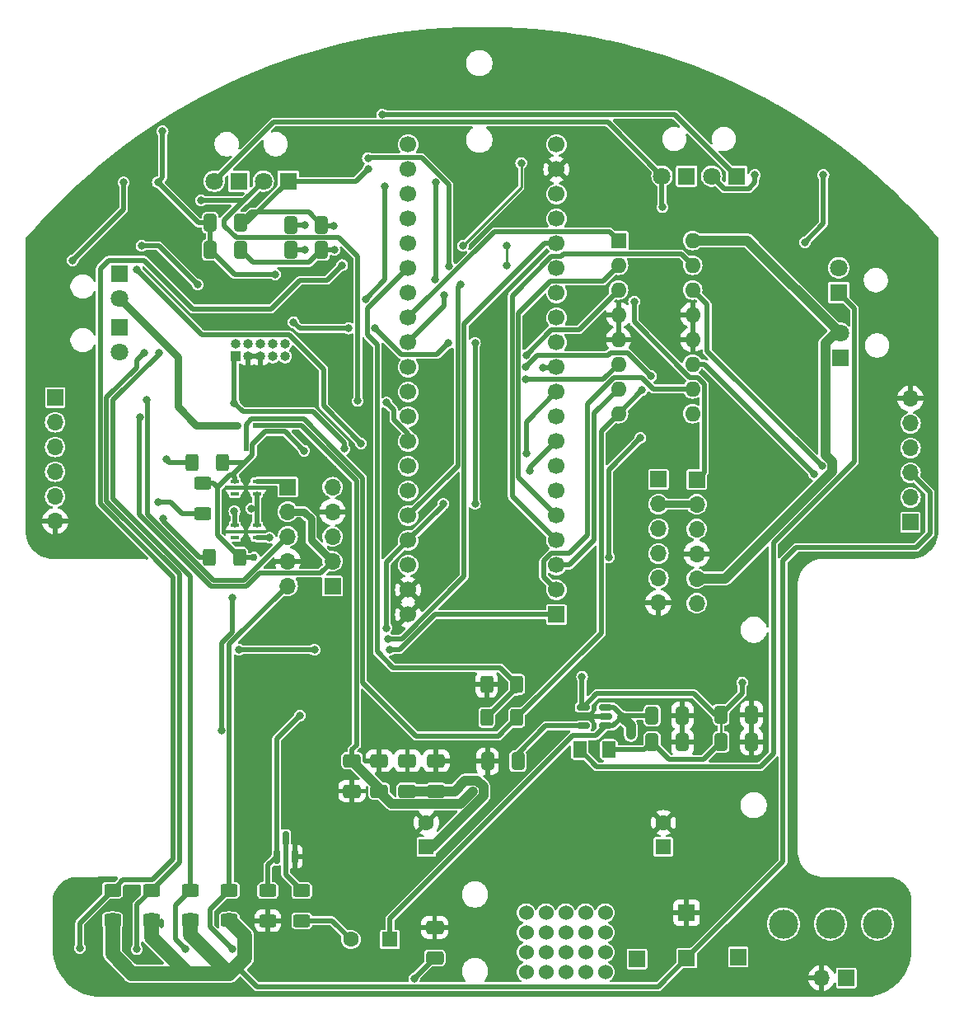
<source format=gbl>
G04 #@! TF.GenerationSoftware,KiCad,Pcbnew,8.0.6*
G04 #@! TF.CreationDate,2024-12-06T12:29:16-08:00*
G04 #@! TF.ProjectId,bloo,626c6f6f-2e6b-4696-9361-645f70636258,rev?*
G04 #@! TF.SameCoordinates,Original*
G04 #@! TF.FileFunction,Copper,L2,Bot*
G04 #@! TF.FilePolarity,Positive*
%FSLAX46Y46*%
G04 Gerber Fmt 4.6, Leading zero omitted, Abs format (unit mm)*
G04 Created by KiCad (PCBNEW 8.0.6) date 2024-12-06 12:29:16*
%MOMM*%
%LPD*%
G01*
G04 APERTURE LIST*
G04 Aperture macros list*
%AMRoundRect*
0 Rectangle with rounded corners*
0 $1 Rounding radius*
0 $2 $3 $4 $5 $6 $7 $8 $9 X,Y pos of 4 corners*
0 Add a 4 corners polygon primitive as box body*
4,1,4,$2,$3,$4,$5,$6,$7,$8,$9,$2,$3,0*
0 Add four circle primitives for the rounded corners*
1,1,$1+$1,$2,$3*
1,1,$1+$1,$4,$5*
1,1,$1+$1,$6,$7*
1,1,$1+$1,$8,$9*
0 Add four rect primitives between the rounded corners*
20,1,$1+$1,$2,$3,$4,$5,0*
20,1,$1+$1,$4,$5,$6,$7,0*
20,1,$1+$1,$6,$7,$8,$9,0*
20,1,$1+$1,$8,$9,$2,$3,0*%
G04 Aperture macros list end*
G04 #@! TA.AperFunction,ComponentPad*
%ADD10R,1.600000X1.600000*%
G04 #@! TD*
G04 #@! TA.AperFunction,ComponentPad*
%ADD11C,1.600000*%
G04 #@! TD*
G04 #@! TA.AperFunction,ComponentPad*
%ADD12R,1.700000X1.700000*%
G04 #@! TD*
G04 #@! TA.AperFunction,ComponentPad*
%ADD13C,1.700000*%
G04 #@! TD*
G04 #@! TA.AperFunction,ComponentPad*
%ADD14R,1.800000X1.800000*%
G04 #@! TD*
G04 #@! TA.AperFunction,ComponentPad*
%ADD15C,1.800000*%
G04 #@! TD*
G04 #@! TA.AperFunction,ComponentPad*
%ADD16C,3.000000*%
G04 #@! TD*
G04 #@! TA.AperFunction,ComponentPad*
%ADD17C,1.524000*%
G04 #@! TD*
G04 #@! TA.AperFunction,ComponentPad*
%ADD18O,1.700000X1.700000*%
G04 #@! TD*
G04 #@! TA.AperFunction,ComponentPad*
%ADD19O,1.600000X1.600000*%
G04 #@! TD*
G04 #@! TA.AperFunction,ComponentPad*
%ADD20R,1.000000X1.000000*%
G04 #@! TD*
G04 #@! TA.AperFunction,ComponentPad*
%ADD21O,1.000000X1.000000*%
G04 #@! TD*
G04 #@! TA.AperFunction,SMDPad,CuDef*
%ADD22RoundRect,0.250000X0.650000X-0.412500X0.650000X0.412500X-0.650000X0.412500X-0.650000X-0.412500X0*%
G04 #@! TD*
G04 #@! TA.AperFunction,SMDPad,CuDef*
%ADD23RoundRect,0.250000X-0.412500X-0.650000X0.412500X-0.650000X0.412500X0.650000X-0.412500X0.650000X0*%
G04 #@! TD*
G04 #@! TA.AperFunction,SMDPad,CuDef*
%ADD24RoundRect,0.250001X0.462499X0.624999X-0.462499X0.624999X-0.462499X-0.624999X0.462499X-0.624999X0*%
G04 #@! TD*
G04 #@! TA.AperFunction,SMDPad,CuDef*
%ADD25RoundRect,0.250000X-0.625000X0.400000X-0.625000X-0.400000X0.625000X-0.400000X0.625000X0.400000X0*%
G04 #@! TD*
G04 #@! TA.AperFunction,SMDPad,CuDef*
%ADD26RoundRect,0.250000X-0.400000X-0.625000X0.400000X-0.625000X0.400000X0.625000X-0.400000X0.625000X0*%
G04 #@! TD*
G04 #@! TA.AperFunction,SMDPad,CuDef*
%ADD27RoundRect,0.250000X0.412500X0.650000X-0.412500X0.650000X-0.412500X-0.650000X0.412500X-0.650000X0*%
G04 #@! TD*
G04 #@! TA.AperFunction,SMDPad,CuDef*
%ADD28RoundRect,0.250000X0.625000X-0.400000X0.625000X0.400000X-0.625000X0.400000X-0.625000X-0.400000X0*%
G04 #@! TD*
G04 #@! TA.AperFunction,SMDPad,CuDef*
%ADD29RoundRect,0.150000X0.150000X-0.587500X0.150000X0.587500X-0.150000X0.587500X-0.150000X-0.587500X0*%
G04 #@! TD*
G04 #@! TA.AperFunction,SMDPad,CuDef*
%ADD30R,0.850900X0.355600*%
G04 #@! TD*
G04 #@! TA.AperFunction,SMDPad,CuDef*
%ADD31R,0.508000X0.508000*%
G04 #@! TD*
G04 #@! TA.AperFunction,SMDPad,CuDef*
%ADD32RoundRect,0.150000X0.512500X0.150000X-0.512500X0.150000X-0.512500X-0.150000X0.512500X-0.150000X0*%
G04 #@! TD*
G04 #@! TA.AperFunction,SMDPad,CuDef*
%ADD33RoundRect,0.250000X0.400000X0.625000X-0.400000X0.625000X-0.400000X-0.625000X0.400000X-0.625000X0*%
G04 #@! TD*
G04 #@! TA.AperFunction,ViaPad*
%ADD34C,0.800000*%
G04 #@! TD*
G04 #@! TA.AperFunction,ViaPad*
%ADD35C,0.750000*%
G04 #@! TD*
G04 #@! TA.AperFunction,Conductor*
%ADD36C,0.500000*%
G04 #@! TD*
G04 #@! TA.AperFunction,Conductor*
%ADD37C,0.250000*%
G04 #@! TD*
G04 #@! TA.AperFunction,Conductor*
%ADD38C,0.750000*%
G04 #@! TD*
G04 #@! TA.AperFunction,Conductor*
%ADD39C,1.000000*%
G04 #@! TD*
G04 #@! TA.AperFunction,Conductor*
%ADD40C,1.500000*%
G04 #@! TD*
G04 APERTURE END LIST*
D10*
X234200000Y-189500000D03*
D11*
X234200000Y-187000000D03*
D12*
X223220000Y-165630000D03*
D13*
X223220000Y-163090000D03*
X223220000Y-160550000D03*
X223220000Y-158010000D03*
X223220000Y-155470000D03*
X223220000Y-152930000D03*
X223220000Y-150390000D03*
X223220000Y-147850000D03*
X223220000Y-145310000D03*
X223220000Y-142770000D03*
X223220000Y-140230000D03*
X223220000Y-137690000D03*
X223220000Y-135150000D03*
X223220000Y-132610000D03*
X223220000Y-130070000D03*
X223220000Y-127530000D03*
X223220000Y-124990000D03*
X223220000Y-122450000D03*
X223220000Y-119910000D03*
X223220000Y-117370000D03*
X207980000Y-117370000D03*
X207980000Y-119910000D03*
X207980000Y-122450000D03*
X207980000Y-124990000D03*
X207980000Y-127530000D03*
X207980000Y-130070000D03*
X207980000Y-132610000D03*
X207980000Y-135150000D03*
X207980000Y-137690000D03*
X207980000Y-140230000D03*
X207980000Y-142770000D03*
X207980000Y-145310000D03*
X207980000Y-147850000D03*
X207980000Y-150390000D03*
X207980000Y-152930000D03*
X207980000Y-155470000D03*
X207980000Y-158010000D03*
X207980000Y-160550000D03*
X207980000Y-163090000D03*
X207980000Y-165630000D03*
D14*
X195640000Y-121135000D03*
D15*
X193100000Y-121135000D03*
D16*
X256202000Y-197400000D03*
X251376000Y-197400000D03*
X246550000Y-197400000D03*
D12*
X236600000Y-196250000D03*
D14*
X236600000Y-120600000D03*
D15*
X234060000Y-120600000D03*
D17*
X228228000Y-196250000D03*
X226196000Y-196250000D03*
X224164000Y-196250000D03*
X222132000Y-196250000D03*
X220100000Y-196250000D03*
X228228000Y-198282000D03*
X226196000Y-198282000D03*
X224164000Y-198282000D03*
X222132000Y-198282000D03*
X220100000Y-198282000D03*
X228228000Y-200314000D03*
X226196000Y-200314000D03*
X224164000Y-200314000D03*
X222132000Y-200314000D03*
X220100000Y-200314000D03*
X228228000Y-202346000D03*
X226196000Y-202346000D03*
X224164000Y-202346000D03*
X222132000Y-202346000D03*
X220100000Y-202346000D03*
D12*
X200200000Y-162700000D03*
D18*
X200200000Y-160160000D03*
X200200000Y-157620000D03*
X200200000Y-155080000D03*
X200200000Y-152540000D03*
D14*
X178335000Y-136160000D03*
D15*
X178335000Y-138700000D03*
D14*
X178335000Y-130660000D03*
D15*
X178335000Y-133200000D03*
D12*
X195600000Y-152525000D03*
D18*
X195600000Y-155065000D03*
X195600000Y-157605000D03*
X195600000Y-160145000D03*
X195600000Y-162685000D03*
D12*
X233700000Y-151750000D03*
D18*
X233700000Y-154290000D03*
X233700000Y-156830000D03*
X233700000Y-159370000D03*
X233700000Y-161910000D03*
X233700000Y-164450000D03*
D12*
X237625000Y-151775000D03*
D18*
X237625000Y-154315000D03*
X237625000Y-156855000D03*
X237625000Y-159395000D03*
X237625000Y-161935000D03*
X237625000Y-164475000D03*
D10*
X206100000Y-199000000D03*
D11*
X202100000Y-199000000D03*
D12*
X231500000Y-201000000D03*
X171703300Y-143350000D03*
D18*
X171703300Y-145890000D03*
X171703300Y-148430000D03*
X171703300Y-150970000D03*
X171703300Y-153510000D03*
X171703300Y-156050000D03*
D10*
X229600000Y-127225000D03*
D19*
X229600000Y-129765000D03*
X229600000Y-132305000D03*
X229600000Y-134845000D03*
X229600000Y-137385000D03*
X229600000Y-139925000D03*
X229600000Y-142465000D03*
X229600000Y-145005000D03*
X237220000Y-145005000D03*
X237220000Y-142465000D03*
X237220000Y-139925000D03*
X237220000Y-137385000D03*
X237220000Y-134845000D03*
X237220000Y-132305000D03*
X237220000Y-129765000D03*
X237220000Y-127225000D03*
D10*
X209850000Y-189500000D03*
D11*
X209850000Y-187000000D03*
D12*
X236600000Y-200900000D03*
X259596700Y-156146600D03*
D18*
X259596700Y-153606600D03*
X259596700Y-151066600D03*
X259596700Y-148526600D03*
X259596700Y-145986600D03*
X259596700Y-143446600D03*
D20*
X190250000Y-139125000D03*
D21*
X190250000Y-137855000D03*
X191520000Y-139125000D03*
X191520000Y-137855000D03*
X192790000Y-139125000D03*
X192790000Y-137855000D03*
X194060000Y-139125000D03*
X194060000Y-137855000D03*
X195330000Y-139125000D03*
X195330000Y-137855000D03*
D12*
X253000000Y-202950000D03*
D18*
X250460000Y-202950000D03*
D12*
X241900000Y-200800000D03*
D14*
X190600000Y-121135000D03*
D15*
X188060000Y-121135000D03*
D14*
X252367500Y-139264226D03*
D15*
X252367500Y-136724226D03*
D14*
X241700000Y-120600000D03*
D15*
X239160000Y-120600000D03*
D14*
X252225882Y-132561600D03*
D15*
X252225882Y-130021600D03*
D22*
X210850000Y-183762500D03*
X210850000Y-180637500D03*
D23*
X233037500Y-176000000D03*
X236162500Y-176000000D03*
D24*
X228587500Y-179500000D03*
X225612500Y-179500000D03*
D25*
X197050000Y-193975000D03*
X197050000Y-197075000D03*
D26*
X185800000Y-150000000D03*
X188900000Y-150000000D03*
D27*
X190762500Y-125400000D03*
X187637500Y-125400000D03*
D28*
X177600000Y-197050000D03*
X177600000Y-193950000D03*
D29*
X196350000Y-190477500D03*
X194450000Y-190477500D03*
X195400000Y-188602500D03*
D28*
X181600000Y-197025000D03*
X181600000Y-193925000D03*
X189600000Y-197050000D03*
X189600000Y-193950000D03*
D30*
X192436650Y-156450001D03*
X192436650Y-157100000D03*
X192436650Y-157749999D03*
X190163350Y-157749999D03*
X190163350Y-157100000D03*
X190163350Y-156450001D03*
D27*
X199062500Y-125600000D03*
X195937500Y-125600000D03*
D22*
X210700000Y-200887500D03*
X210700000Y-197762500D03*
D27*
X219250000Y-180700000D03*
X216125000Y-180700000D03*
D31*
X190378499Y-146206200D03*
X192278501Y-146206200D03*
X191328500Y-148593800D03*
D22*
X202200000Y-183762500D03*
X202200000Y-180637500D03*
D30*
X192436650Y-151950001D03*
X192436650Y-152600000D03*
X192436650Y-153249999D03*
X190163350Y-153249999D03*
X190163350Y-152600000D03*
X190163350Y-151950001D03*
D32*
X228237500Y-175150000D03*
X228237500Y-176100000D03*
X228237500Y-177050000D03*
X225962500Y-177050000D03*
X225962500Y-175150000D03*
D27*
X190762500Y-128200000D03*
X187637500Y-128200000D03*
D23*
X240137500Y-175900000D03*
X243262500Y-175900000D03*
D28*
X185600000Y-197050000D03*
X185600000Y-193950000D03*
D22*
X207900000Y-183762500D03*
X207900000Y-180637500D03*
D33*
X219137500Y-172800000D03*
X216037500Y-172800000D03*
D28*
X186900000Y-155250000D03*
X186900000Y-152150000D03*
X193550000Y-197075000D03*
X193550000Y-193975000D03*
D23*
X233037500Y-178750000D03*
X236162500Y-178750000D03*
D33*
X219137500Y-176200000D03*
X216037500Y-176200000D03*
D27*
X199062500Y-128200000D03*
X195937500Y-128200000D03*
D23*
X240137500Y-178700000D03*
X243262500Y-178700000D03*
D26*
X187550000Y-159750000D03*
X190650000Y-159750000D03*
D22*
X205000000Y-183762500D03*
X205000000Y-180637500D03*
D34*
X194000000Y-160400000D03*
X228850000Y-116850000D03*
X247000000Y-142750000D03*
X193400000Y-140500000D03*
X217200000Y-158100000D03*
X223300000Y-175300000D03*
X174300000Y-156500000D03*
X189933649Y-163900000D03*
X190121679Y-155021679D03*
X188820000Y-177500000D03*
X234100000Y-123800000D03*
X230850000Y-178000000D03*
X214600000Y-183800000D03*
X232000000Y-142600000D03*
X191850000Y-154750000D03*
D35*
X192150000Y-159750000D03*
D34*
X197298456Y-148801544D03*
X201398456Y-148610000D03*
X242300000Y-172600000D03*
X225850000Y-172000000D03*
X203600000Y-133250000D03*
X190100000Y-143900000D03*
X205600000Y-121670000D03*
X178750000Y-121250000D03*
X250650000Y-120500000D03*
X197350000Y-128200000D03*
X182250000Y-121250000D03*
X194300000Y-130700000D03*
X248750000Y-127400000D03*
X197350000Y-125600000D03*
X173500000Y-129250000D03*
X182750000Y-116000000D03*
X203862500Y-119887500D03*
X200400000Y-128200000D03*
X205300000Y-114270000D03*
X200350000Y-125750000D03*
X214850000Y-137750000D03*
X204600000Y-136250000D03*
X201850000Y-136250000D03*
X196195000Y-135600000D03*
X189925000Y-200000000D03*
X212100000Y-137750000D03*
X214850000Y-154250000D03*
X208600000Y-203000000D03*
X211600000Y-154250000D03*
X205750000Y-167000000D03*
X182800000Y-155800000D03*
X220500000Y-150900000D03*
X182300000Y-154100000D03*
X220100000Y-149100000D03*
X183100000Y-149700000D03*
X180415000Y-145325000D03*
X193750000Y-157750000D03*
X181098456Y-143598456D03*
X231200000Y-133500000D03*
X221800000Y-140300000D03*
X250500000Y-150400000D03*
X249700000Y-151200000D03*
X220100000Y-139000000D03*
X220080000Y-141500000D03*
X186350000Y-131750000D03*
X180100000Y-130250000D03*
X203138456Y-148061544D03*
X180600000Y-127750000D03*
X186700000Y-123100000D03*
X205773456Y-143873456D03*
X202800000Y-143700000D03*
X211700000Y-132800000D03*
X210763456Y-131263456D03*
X243600000Y-120500000D03*
X210800000Y-121200000D03*
X232951544Y-141148456D03*
X220080000Y-140200000D03*
X196850000Y-176000000D03*
X205873456Y-168126544D03*
X190600000Y-169250000D03*
X206100000Y-169250000D03*
X198350000Y-169250000D03*
X213350000Y-131750000D03*
X212188456Y-129838456D03*
X203850000Y-118750000D03*
X218100000Y-127750000D03*
X219600000Y-119250000D03*
X213600000Y-127750000D03*
X218100000Y-129750000D03*
X228600000Y-159750000D03*
X231850000Y-147500000D03*
X182350000Y-138750000D03*
X185100000Y-200000000D03*
X174225000Y-199875000D03*
X201200000Y-129750000D03*
X180850000Y-138750000D03*
X180100000Y-200000000D03*
D36*
X228237500Y-176100000D02*
X224100000Y-176100000D01*
X224100000Y-176100000D02*
X223300000Y-175300000D01*
D37*
X191761200Y-157100000D02*
X191756200Y-157105000D01*
D38*
X200200000Y-155080000D02*
X200200000Y-154700000D01*
D39*
X242868274Y-127225000D02*
X252367500Y-136724226D01*
D36*
X229050000Y-177050000D02*
X229950001Y-176149999D01*
X190163350Y-155063350D02*
X190163350Y-156450001D01*
X229950001Y-176000000D02*
X233037500Y-176000000D01*
X188820000Y-168574045D02*
X188820000Y-177500000D01*
X229950001Y-176149999D02*
X229950001Y-176000000D01*
D39*
X252367500Y-136724226D02*
X251847500Y-136724226D01*
D38*
X184295000Y-140605000D02*
X184300000Y-140600000D01*
D36*
X227212500Y-178075000D02*
X228237500Y-177050000D01*
X234060000Y-120600000D02*
X228510000Y-115050000D01*
D38*
X184300000Y-140600000D02*
X184300000Y-139165000D01*
D36*
X190121679Y-155021679D02*
X190163350Y-155063350D01*
X206100000Y-196856310D02*
X224881310Y-178075000D01*
D39*
X251530000Y-150970000D02*
X240565000Y-161935000D01*
X251847500Y-136724226D02*
X250837500Y-137734226D01*
D36*
X228510000Y-115050000D02*
X194145000Y-115050000D01*
D39*
X230850000Y-177049998D02*
X229950001Y-176149999D01*
D36*
X229050000Y-177050000D02*
X228237500Y-177050000D01*
D39*
X237220000Y-127225000D02*
X242868274Y-127225000D01*
X250837500Y-149280860D02*
X251530000Y-149973360D01*
D36*
X234060000Y-123760000D02*
X234060000Y-120600000D01*
D39*
X240565000Y-161935000D02*
X237625000Y-161935000D01*
D36*
X206100000Y-199000000D02*
X206100000Y-196856310D01*
D38*
X184295000Y-144274864D02*
X184295000Y-140605000D01*
D36*
X189933649Y-167460396D02*
X188820000Y-168574045D01*
X234100000Y-123800000D02*
X234060000Y-123760000D01*
X224881310Y-178075000D02*
X227212500Y-178075000D01*
X194145000Y-115050000D02*
X188060000Y-121135000D01*
D38*
X186226336Y-146206200D02*
X184295000Y-144274864D01*
D36*
X229100001Y-175150000D02*
X229950001Y-176000000D01*
D38*
X190378499Y-146206200D02*
X186226336Y-146206200D01*
D36*
X189933649Y-163900000D02*
X189933649Y-167460396D01*
X228237500Y-175150000D02*
X229100001Y-175150000D01*
D39*
X250837500Y-137734226D02*
X250837500Y-149280860D01*
X230850000Y-178000000D02*
X230850000Y-177049998D01*
X251530000Y-149973360D02*
X251530000Y-150970000D01*
D38*
X184300000Y-139165000D02*
X178335000Y-133200000D01*
D36*
X200175000Y-197075000D02*
X202100000Y-199000000D01*
X197050000Y-197075000D02*
X200175000Y-197075000D01*
X202670000Y-179030000D02*
X202200000Y-179500000D01*
D39*
X205000000Y-183437500D02*
X202200000Y-180637500D01*
X213345000Y-185055000D02*
X206292500Y-185055000D01*
D36*
X200814415Y-150020000D02*
X200829046Y-150020000D01*
D39*
X205000000Y-183762500D02*
X205000000Y-183437500D01*
D36*
X202200000Y-179500000D02*
X202200000Y-180637500D01*
X200829046Y-150020000D02*
X202670000Y-151860954D01*
D39*
X206292500Y-185055000D02*
X205000000Y-183762500D01*
D36*
X199988456Y-149194041D02*
X200814415Y-150020000D01*
X202670000Y-151860954D02*
X202670000Y-179030000D01*
X199988456Y-149179410D02*
X199988456Y-149194041D01*
X192278501Y-146206200D02*
X197015246Y-146206200D01*
X197015246Y-146206200D02*
X199988456Y-149179410D01*
D39*
X214600000Y-183800000D02*
X213345000Y-185055000D01*
D36*
X200618456Y-148918456D02*
X197272200Y-145572200D01*
X232000000Y-142600000D02*
X232000000Y-142605000D01*
X191844770Y-145572200D02*
X191328500Y-146088470D01*
X229600000Y-145005000D02*
X227820000Y-146785000D01*
X219137500Y-176200000D02*
X217237500Y-178100000D01*
X227820000Y-167517500D02*
X219137500Y-176200000D01*
X232000000Y-142605000D02*
X229600000Y-145005000D01*
X200618456Y-148933087D02*
X200618456Y-148918456D01*
X203300000Y-151600000D02*
X201090000Y-149390000D01*
X201075369Y-149390000D02*
X200618456Y-148933087D01*
X208800000Y-178100000D02*
X203300000Y-172600000D01*
X227820000Y-146785000D02*
X227820000Y-167517500D01*
X201090000Y-149390000D02*
X201075369Y-149390000D01*
X197272200Y-145572200D02*
X191844770Y-145572200D01*
X217237500Y-178100000D02*
X208800000Y-178100000D01*
X191328500Y-146088470D02*
X191328500Y-148593800D01*
X203300000Y-172600000D02*
X203300000Y-151600000D01*
D38*
X237600000Y-154290000D02*
X237625000Y-154315000D01*
X233700000Y-154290000D02*
X237600000Y-154290000D01*
D36*
X233725000Y-156855000D02*
X233700000Y-156830000D01*
X192436650Y-154750000D02*
X191850000Y-154750000D01*
D39*
X210850000Y-183762500D02*
X212737500Y-183762500D01*
X215730901Y-184267161D02*
X210498062Y-189500000D01*
X212737500Y-183762500D02*
X213830000Y-182670000D01*
X215730901Y-183332839D02*
X215730901Y-184267161D01*
D36*
X192436650Y-153249999D02*
X192436650Y-154750000D01*
D39*
X207900000Y-183762500D02*
X210850000Y-183762500D01*
X215068062Y-182670000D02*
X215730901Y-183332839D01*
X210498062Y-189500000D02*
X209850000Y-189500000D01*
X213830000Y-182670000D02*
X215068062Y-182670000D01*
D36*
X192436650Y-154750000D02*
X192436650Y-156450001D01*
D40*
X185600000Y-197050000D02*
X185600000Y-198500000D01*
D36*
X191000000Y-144800000D02*
X190100000Y-143900000D01*
D40*
X185350000Y-202500000D02*
X189600000Y-202500000D01*
D36*
X192150000Y-159750000D02*
X190650000Y-159750000D01*
X192450000Y-203850000D02*
X190350000Y-201750000D01*
X188000000Y-152150000D02*
X186900000Y-152150000D01*
X233037500Y-178750000D02*
X234787500Y-180500000D01*
X261600000Y-157300000D02*
X261600000Y-153069900D01*
X190163350Y-151563350D02*
X189900000Y-151300000D01*
X188400000Y-157500000D02*
X190650000Y-159750000D01*
D40*
X177600000Y-200500000D02*
X179600000Y-202500000D01*
D36*
X232287500Y-179500000D02*
X233037500Y-178750000D01*
X182650000Y-197600000D02*
X182650000Y-197075000D01*
X225850000Y-175037500D02*
X225962500Y-175150000D01*
X201398456Y-148610000D02*
X201398456Y-147998456D01*
X188400000Y-152550000D02*
X188000000Y-152150000D01*
X236600000Y-200900000D02*
X246500000Y-191000000D01*
D40*
X181600000Y-198750000D02*
X185350000Y-202500000D01*
D37*
X240137500Y-175900000D02*
X240137500Y-178700000D01*
D36*
X233650000Y-203850000D02*
X192450000Y-203850000D01*
D40*
X191205000Y-198655000D02*
X189600000Y-197050000D01*
D36*
X236600000Y-200900000D02*
X233650000Y-203850000D01*
X205600000Y-131250000D02*
X203600000Y-133250000D01*
X193263800Y-146836200D02*
X191962500Y-148137500D01*
X225962500Y-175150000D02*
X227362500Y-173750000D01*
X205600000Y-121670000D02*
X205600000Y-131250000D01*
D40*
X181600000Y-197025000D02*
X181600000Y-198750000D01*
D36*
X237350000Y-173750000D02*
X239500000Y-175900000D01*
D40*
X191205000Y-200895000D02*
X191205000Y-198655000D01*
D36*
X190100000Y-139275000D02*
X190250000Y-139125000D01*
X191200000Y-150000000D02*
X188900000Y-150000000D01*
X188800000Y-152150000D02*
X188400000Y-152550000D01*
X260150000Y-158750000D02*
X261600000Y-157300000D01*
D40*
X179600000Y-202500000D02*
X185350000Y-202500000D01*
D36*
X190163350Y-151950001D02*
X190163350Y-151563350D01*
X191962500Y-149237500D02*
X189900000Y-151300000D01*
X247850000Y-158750000D02*
X260150000Y-158750000D01*
D40*
X185600000Y-198500000D02*
X189600000Y-202500000D01*
D36*
X197298456Y-148801544D02*
X195333112Y-146836200D01*
X195333112Y-146836200D02*
X193263800Y-146836200D01*
X189650000Y-151300000D02*
X188800000Y-152150000D01*
X261600000Y-153069900D02*
X259596700Y-151066600D01*
D40*
X189600000Y-202500000D02*
X190350000Y-201750000D01*
D36*
X189900000Y-151300000D02*
X189650000Y-151300000D01*
X227362500Y-173750000D02*
X237350000Y-173750000D01*
X188400000Y-152550000D02*
X188400000Y-157500000D01*
D40*
X177600000Y-197050000D02*
X177600000Y-200500000D01*
D36*
X201398456Y-147998456D02*
X198200000Y-144800000D01*
X234787500Y-180500000D02*
X238337500Y-180500000D01*
X238337500Y-180500000D02*
X240137500Y-178700000D01*
X198200000Y-144800000D02*
X191000000Y-144800000D01*
X242300000Y-172600000D02*
X242300000Y-173737500D01*
X191500000Y-149700000D02*
X191200000Y-150000000D01*
X225850000Y-172000000D02*
X225850000Y-175037500D01*
X190100000Y-143900000D02*
X190100000Y-139275000D01*
X190550000Y-159750000D02*
X190650000Y-159750000D01*
X246500000Y-191000000D02*
X246500000Y-160100000D01*
X242300000Y-173737500D02*
X240137500Y-175900000D01*
X191962500Y-148137500D02*
X191962500Y-149237500D01*
X246500000Y-160100000D02*
X247850000Y-158750000D01*
D40*
X190350000Y-201750000D02*
X191205000Y-200895000D01*
D36*
X228587500Y-179500000D02*
X232287500Y-179500000D01*
X195937500Y-125600000D02*
X197350000Y-125600000D01*
X173500000Y-129250000D02*
X178750000Y-124000000D01*
X178750000Y-124000000D02*
X178750000Y-121250000D01*
X250650000Y-125500000D02*
X248750000Y-127400000D01*
X187637500Y-125400000D02*
X187637500Y-128200000D01*
X182250000Y-121250000D02*
X186400000Y-125400000D01*
X250650000Y-120500000D02*
X250650000Y-125500000D01*
X182750000Y-120750000D02*
X182750000Y-116000000D01*
X187637500Y-128200000D02*
X190137500Y-130700000D01*
X197350000Y-128200000D02*
X195937500Y-128200000D01*
X186400000Y-125400000D02*
X187637500Y-125400000D01*
X182250000Y-121250000D02*
X182750000Y-120750000D01*
X190137500Y-130700000D02*
X194300000Y-130700000D01*
X191842500Y-124320000D02*
X190762500Y-125400000D01*
X199062500Y-128200000D02*
X197782500Y-129480000D01*
X205330000Y-114300000D02*
X205300000Y-114270000D01*
X197782500Y-124320000D02*
X191842500Y-124320000D01*
X200350000Y-125750000D02*
X199212500Y-125750000D01*
X227362500Y-181250000D02*
X244150000Y-181250000D01*
X195640000Y-121135000D02*
X202615000Y-121135000D01*
X235400000Y-114300000D02*
X227400000Y-114300000D01*
X253850000Y-149894508D02*
X253850000Y-134185718D01*
X200400000Y-128200000D02*
X199062500Y-128200000D01*
X245500000Y-158244508D02*
X253850000Y-149894508D01*
X227400000Y-114300000D02*
X205330000Y-114300000D01*
X192042500Y-129480000D02*
X190762500Y-128200000D01*
X244150000Y-181250000D02*
X245500000Y-179900000D01*
X190762500Y-125400000D02*
X191375000Y-125400000D01*
X191375000Y-125400000D02*
X195640000Y-121135000D01*
X199212500Y-125750000D02*
X199062500Y-125600000D01*
X202615000Y-121135000D02*
X203862500Y-119887500D01*
X253850000Y-134185718D02*
X252225882Y-132561600D01*
X245500000Y-179900000D02*
X245500000Y-158244508D01*
X199062500Y-125600000D02*
X197782500Y-124320000D01*
X197782500Y-129480000D02*
X192042500Y-129480000D01*
X241700000Y-120600000D02*
X235400000Y-114300000D01*
X225612500Y-179500000D02*
X227362500Y-181250000D01*
X207980000Y-158010000D02*
X211600000Y-154390000D01*
X189600000Y-168685000D02*
X195600000Y-162685000D01*
X189600000Y-193950000D02*
X187600000Y-195950000D01*
X208600000Y-203000000D02*
X208600000Y-202987500D01*
X210930000Y-138920000D02*
X207270000Y-138920000D01*
X211600000Y-154390000D02*
X211600000Y-154250000D01*
X207270000Y-138920000D02*
X204600000Y-136250000D01*
X189600000Y-193950000D02*
X189600000Y-168685000D01*
X205750000Y-160240000D02*
X207980000Y-158010000D01*
X187600000Y-195950000D02*
X187600000Y-197675000D01*
X214850000Y-154250000D02*
X214850000Y-137750000D01*
X196195000Y-135600000D02*
X196845000Y-136250000D01*
X205750000Y-167000000D02*
X205750000Y-160240000D01*
X187600000Y-197675000D02*
X189925000Y-200000000D01*
X196845000Y-136250000D02*
X201850000Y-136250000D01*
X212100000Y-137750000D02*
X210930000Y-138920000D01*
X208600000Y-202987500D02*
X210700000Y-200887500D01*
X219250000Y-179900000D02*
X219250000Y-180700000D01*
X222100000Y-177050000D02*
X219250000Y-179900000D01*
X225962500Y-177050000D02*
X222100000Y-177050000D01*
X182800000Y-155800000D02*
X182800000Y-156009276D01*
X187600000Y-159700000D02*
X187550000Y-159750000D01*
X182800000Y-156009276D02*
X186540724Y-159750000D01*
X186540724Y-159750000D02*
X187550000Y-159750000D01*
X220500000Y-150900000D02*
X220500000Y-150570000D01*
X220500000Y-150570000D02*
X223220000Y-147850000D01*
X183600000Y-154100000D02*
X182300000Y-154100000D01*
X184750000Y-155250000D02*
X186900000Y-155250000D01*
X183600000Y-154100000D02*
X184750000Y-155250000D01*
X220100000Y-149100000D02*
X220100000Y-145890000D01*
X220100000Y-145890000D02*
X223220000Y-142770000D01*
X183400000Y-150000000D02*
X185800000Y-150000000D01*
X183100000Y-149700000D02*
X183400000Y-150000000D01*
D38*
X197265000Y-155065000D02*
X195600000Y-155065000D01*
D36*
X180415000Y-145325000D02*
X180350000Y-145390000D01*
X198985000Y-161375000D02*
X200200000Y-160160000D01*
X191365954Y-162730000D02*
X192720954Y-161375000D01*
X180350000Y-155390954D02*
X187689046Y-162730000D01*
X180350000Y-145390000D02*
X180350000Y-155390954D01*
X187689046Y-162730000D02*
X191365954Y-162730000D01*
D38*
X198000000Y-157960000D02*
X198000000Y-155800000D01*
X198000000Y-155800000D02*
X197265000Y-155065000D01*
X200200000Y-160160000D02*
X198000000Y-157960000D01*
D36*
X192720954Y-161375000D02*
X198985000Y-161375000D01*
X192436651Y-157750000D02*
X192436650Y-157749999D01*
X195025001Y-151950001D02*
X195600000Y-152525000D01*
X192436650Y-151950001D02*
X195025001Y-151950001D01*
X193750000Y-157750000D02*
X192436651Y-157750000D01*
X187950000Y-162100000D02*
X191105000Y-162100000D01*
X181195000Y-143695000D02*
X181195000Y-155345000D01*
X181195000Y-155345000D02*
X187950000Y-162100000D01*
X181098456Y-143598456D02*
X181195000Y-143695000D01*
X191105000Y-162100000D02*
X195600000Y-157605000D01*
X236911227Y-141285000D02*
X231200000Y-135573773D01*
X237708773Y-141285000D02*
X236911227Y-141285000D01*
X237625000Y-151775000D02*
X238400000Y-151000000D01*
X238400000Y-141976227D02*
X237708773Y-141285000D01*
X238400000Y-151000000D02*
X238400000Y-141976227D01*
X231200000Y-135573773D02*
X231200000Y-133500000D01*
X223150000Y-140300000D02*
X223220000Y-140230000D01*
X221800000Y-140300000D02*
X223150000Y-140300000D01*
X238700000Y-138600000D02*
X238700000Y-133785000D01*
X250500000Y-150400000D02*
X238700000Y-138600000D01*
X238700000Y-133785000D02*
X237220000Y-132305000D01*
X249700000Y-151200000D02*
X238425000Y-139925000D01*
X238425000Y-139925000D02*
X237220000Y-139925000D01*
X222720000Y-136380000D02*
X225525000Y-136380000D01*
X225525000Y-136380000D02*
X229600000Y-132305000D01*
X220100000Y-139000000D02*
X222720000Y-136380000D01*
X228005273Y-141500000D02*
X229580273Y-139925000D01*
X220080000Y-141500000D02*
X228005273Y-141500000D01*
X229580273Y-139925000D02*
X229600000Y-139925000D01*
X182350000Y-127750000D02*
X180600000Y-127750000D01*
X203138456Y-148061544D02*
X199280000Y-144203088D01*
X199280000Y-144203088D02*
X199280000Y-140430000D01*
X186350000Y-131750000D02*
X182350000Y-127750000D01*
X195750000Y-136900000D02*
X186750000Y-136900000D01*
X199280000Y-140430000D02*
X195750000Y-136900000D01*
X186750000Y-136900000D02*
X180100000Y-130250000D01*
X200853087Y-126900000D02*
X202800000Y-128846913D01*
X205773456Y-143873456D02*
X206500000Y-144600000D01*
X206500000Y-145600000D02*
X207980000Y-147080000D01*
X191135000Y-123100000D02*
X191102118Y-123100000D01*
X190302118Y-126900000D02*
X200853087Y-126900000D01*
X189100000Y-125102118D02*
X189100000Y-125697882D01*
X207980000Y-147080000D02*
X207980000Y-147850000D01*
X191135000Y-123100000D02*
X193100000Y-121135000D01*
X202800000Y-128846913D02*
X202800000Y-143700000D01*
X186700000Y-123100000D02*
X191135000Y-123100000D01*
X191102118Y-123100000D02*
X189100000Y-125102118D01*
X206500000Y-144600000D02*
X206500000Y-145600000D01*
X189100000Y-125697882D02*
X190302118Y-126900000D01*
X210800000Y-131226912D02*
X210763456Y-131263456D01*
X242960000Y-121900000D02*
X240460000Y-121900000D01*
X210800000Y-121200000D02*
X210800000Y-131226912D01*
X243600000Y-121260000D02*
X242960000Y-121900000D01*
X240460000Y-121900000D02*
X239160000Y-120600000D01*
X211700000Y-132800000D02*
X211700000Y-133970000D01*
X211700000Y-133970000D02*
X207980000Y-137690000D01*
X243600000Y-120500000D02*
X243600000Y-121260000D01*
X228755000Y-138745000D02*
X228500000Y-139000000D01*
X230548088Y-138745000D02*
X228755000Y-138745000D01*
X232951544Y-141148456D02*
X230548088Y-138745000D01*
X221280000Y-139000000D02*
X220080000Y-140200000D01*
X228500000Y-139000000D02*
X221280000Y-139000000D01*
X195400000Y-192325000D02*
X195400000Y-188602500D01*
X197050000Y-193975000D02*
X195400000Y-192325000D01*
X194450000Y-178400000D02*
X194450000Y-190477500D01*
X213730000Y-161729046D02*
X213730000Y-135817919D01*
X213730000Y-135817919D02*
X222017919Y-127530000D01*
X222017919Y-127530000D02*
X223220000Y-127530000D01*
X196850000Y-176000000D02*
X194450000Y-178400000D01*
X205873456Y-168126544D02*
X207332502Y-168126544D01*
X194450000Y-190477500D02*
X193550000Y-191377500D01*
X207332502Y-168126544D02*
X213730000Y-161729046D01*
X193550000Y-191377500D02*
X193550000Y-193975000D01*
X207100000Y-169250000D02*
X210720000Y-165630000D01*
X210720000Y-165630000D02*
X223220000Y-165630000D01*
X206100000Y-169250000D02*
X207100000Y-169250000D01*
X190600000Y-169250000D02*
X198350000Y-169250000D01*
X212188456Y-121485369D02*
X212188456Y-129838456D01*
X209383087Y-118680000D02*
X212188456Y-121485369D01*
X213350000Y-131750000D02*
X213100000Y-132000000D01*
X203920000Y-118680000D02*
X209383087Y-118680000D01*
X203850000Y-118750000D02*
X203920000Y-118680000D01*
X213100000Y-150350000D02*
X207980000Y-155470000D01*
X213100000Y-132000000D02*
X213100000Y-150350000D01*
D37*
X219600000Y-121750000D02*
X213600000Y-127750000D01*
X218100000Y-127750000D02*
X218100000Y-129750000D01*
X219600000Y-119250000D02*
X219600000Y-121750000D01*
D36*
X228600000Y-159750000D02*
X228600000Y-150750000D01*
X228600000Y-150750000D02*
X231850000Y-147500000D01*
X182350000Y-138900000D02*
X182350000Y-138750000D01*
X185600000Y-193950000D02*
X185600000Y-161719653D01*
X185100000Y-200000000D02*
X184100000Y-199000000D01*
X185600000Y-161719653D02*
X177650000Y-153769653D01*
X177650000Y-153769653D02*
X177650000Y-143600000D01*
X184100000Y-195450000D02*
X185600000Y-193950000D01*
X184100000Y-199000000D02*
X184100000Y-195450000D01*
X177650000Y-143600000D02*
X182350000Y-138900000D01*
X183850000Y-190750000D02*
X183850000Y-161751561D01*
X185850000Y-134250000D02*
X193903455Y-134250000D01*
X174225000Y-197325000D02*
X177600000Y-193950000D01*
X176350000Y-154251561D02*
X176350000Y-130085000D01*
X176350000Y-130085000D02*
X177185000Y-129250000D01*
X178655000Y-192895000D02*
X181703439Y-192895000D01*
X181703439Y-192895000D02*
X183848439Y-190750000D01*
X177600000Y-193950000D02*
X178655000Y-192895000D01*
X177185000Y-129250000D02*
X180850000Y-129250000D01*
X180850000Y-129250000D02*
X185850000Y-134250000D01*
X174225000Y-199875000D02*
X174225000Y-197325000D01*
X196853455Y-131300000D02*
X199650000Y-131300000D01*
X193903455Y-134250000D02*
X196853455Y-131300000D01*
X199650000Y-131300000D02*
X201200000Y-129750000D01*
X183848439Y-190750000D02*
X183850000Y-190750000D01*
X183850000Y-161751561D02*
X176350000Y-154251561D01*
X204800000Y-169450000D02*
X206450000Y-171100000D01*
X217437500Y-171100000D02*
X219137500Y-172800000D01*
X204800000Y-137900000D02*
X204800000Y-169450000D01*
X219137500Y-173100000D02*
X216037500Y-176200000D01*
X219137500Y-173500000D02*
X218737500Y-173500000D01*
X207980000Y-130070000D02*
X203820000Y-134230000D01*
X206450000Y-171100000D02*
X217437500Y-171100000D01*
X203820000Y-134230000D02*
X203820000Y-136920000D01*
X219137500Y-172800000D02*
X219137500Y-173100000D01*
X203820000Y-136920000D02*
X204800000Y-137900000D01*
X176980000Y-143370000D02*
X176980000Y-153990607D01*
X180850000Y-138750000D02*
X180103088Y-139496912D01*
X180103088Y-140246912D02*
X176980000Y-143370000D01*
X180100000Y-200000000D02*
X180250000Y-200000000D01*
X184480000Y-191045000D02*
X184480000Y-161490607D01*
X184480000Y-161490607D02*
X176980000Y-153990607D01*
X180103088Y-139496912D02*
X180103088Y-140246912D01*
X180100000Y-200000000D02*
X180100000Y-195425000D01*
X181600000Y-193925000D02*
X184480000Y-191045000D01*
X180100000Y-195425000D02*
X181600000Y-193925000D01*
X229600000Y-127225000D02*
X228675000Y-126300000D01*
X228675000Y-126300000D02*
X216830000Y-126300000D01*
X216830000Y-126300000D02*
X207980000Y-135150000D01*
X227100000Y-158000000D02*
X224550000Y-160550000D01*
X229600000Y-142465000D02*
X227100000Y-144965000D01*
X224550000Y-160550000D02*
X223220000Y-160550000D01*
X227100000Y-144965000D02*
X227100000Y-158000000D01*
X229111227Y-141285000D02*
X226400000Y-143996227D01*
X237220000Y-142465000D02*
X233165000Y-142465000D01*
X221900000Y-161770000D02*
X223220000Y-163090000D01*
X231985000Y-141285000D02*
X229111227Y-141285000D01*
X226400000Y-143996227D02*
X226400000Y-157500000D01*
X224580000Y-159320000D02*
X222710517Y-159320000D01*
X233165000Y-142465000D02*
X231985000Y-141285000D01*
X221900000Y-160130517D02*
X221900000Y-161770000D01*
X226400000Y-157500000D02*
X224580000Y-159320000D01*
X222710517Y-159320000D02*
X221900000Y-160130517D01*
X236040000Y-128585000D02*
X223984483Y-128585000D01*
X222710517Y-128840000D02*
X218670000Y-132880517D01*
X218670000Y-153460000D02*
X223220000Y-158010000D01*
X218670000Y-132880517D02*
X218670000Y-153460000D01*
X237220000Y-129765000D02*
X236040000Y-128585000D01*
X223984483Y-128585000D02*
X223729483Y-128840000D01*
X223729483Y-128840000D02*
X222710517Y-128840000D01*
X227985000Y-131380000D02*
X222620000Y-131380000D01*
X219300000Y-134700000D02*
X219300000Y-151550000D01*
X229600000Y-129765000D02*
X227985000Y-131380000D01*
X219300000Y-151550000D02*
X223220000Y-155470000D01*
X222620000Y-131380000D02*
X219300000Y-134700000D01*
G04 #@! TA.AperFunction,Conductor*
G36*
X216348373Y-105278723D02*
G01*
X217893024Y-105317600D01*
X217896007Y-105317713D01*
X219439228Y-105395473D01*
X219442266Y-105395665D01*
X220982976Y-105512254D01*
X220985943Y-105512515D01*
X222523309Y-105667871D01*
X222526325Y-105668214D01*
X224059216Y-105862220D01*
X224062276Y-105862646D01*
X225443395Y-106072903D01*
X225589753Y-106095184D01*
X225592834Y-106095693D01*
X227113999Y-106366622D01*
X227116941Y-106367184D01*
X228446306Y-106638655D01*
X228630854Y-106676342D01*
X228633905Y-106677006D01*
X228707375Y-106693947D01*
X230139444Y-107024160D01*
X230142368Y-107024872D01*
X231262115Y-107312945D01*
X231638785Y-107409850D01*
X231641799Y-107410666D01*
X233127969Y-107833179D01*
X233130962Y-107834071D01*
X234606019Y-108293871D01*
X234608988Y-108294838D01*
X234611105Y-108295557D01*
X235754323Y-108683760D01*
X236071975Y-108791625D01*
X236074916Y-108792665D01*
X237525019Y-109326165D01*
X237527839Y-109327243D01*
X238964046Y-109897087D01*
X238966866Y-109898247D01*
X240388228Y-110504056D01*
X240391078Y-110505312D01*
X241796761Y-111146731D01*
X241799543Y-111148043D01*
X243188636Y-111824656D01*
X243191362Y-111826026D01*
X244562975Y-112537401D01*
X244565632Y-112538821D01*
X245918968Y-113284545D01*
X245921638Y-113286062D01*
X246351124Y-113537021D01*
X247255633Y-114065548D01*
X247258309Y-114067157D01*
X248572265Y-114879993D01*
X248574900Y-114881669D01*
X249867999Y-115727349D01*
X249870590Y-115729091D01*
X251141930Y-116607026D01*
X251144477Y-116608832D01*
X251227894Y-116669594D01*
X252393382Y-117518555D01*
X252395809Y-117520369D01*
X253621422Y-118461259D01*
X253623865Y-118463184D01*
X254678862Y-119316161D01*
X254825362Y-119434608D01*
X254827765Y-119436602D01*
X256004386Y-120437941D01*
X256006738Y-120439994D01*
X257157792Y-121470660D01*
X257160092Y-121472772D01*
X258284825Y-122532091D01*
X258287071Y-122534260D01*
X258409907Y-122655932D01*
X259290600Y-123528282D01*
X259384792Y-123621581D01*
X259386966Y-123623790D01*
X260456960Y-124738407D01*
X260459051Y-124740640D01*
X261500685Y-125881896D01*
X261502740Y-125884207D01*
X261954787Y-126405252D01*
X262460940Y-126988662D01*
X262468086Y-126996898D01*
X262497150Y-127060436D01*
X262498423Y-127078158D01*
X262498423Y-157000201D01*
X262498228Y-157007153D01*
X262480426Y-157324167D01*
X262478869Y-157337985D01*
X262426269Y-157647571D01*
X262423175Y-157661128D01*
X262336241Y-157962884D01*
X262331648Y-157976010D01*
X262211475Y-158266134D01*
X262205441Y-158278663D01*
X262053541Y-158553503D01*
X262046143Y-158565277D01*
X261864423Y-158821383D01*
X261855753Y-158832255D01*
X261646496Y-159066410D01*
X261636663Y-159076242D01*
X261402519Y-159285482D01*
X261391647Y-159294153D01*
X261135528Y-159475874D01*
X261123753Y-159483272D01*
X260848911Y-159635166D01*
X260836383Y-159641199D01*
X260546252Y-159761369D01*
X260533126Y-159765961D01*
X260231376Y-159852887D01*
X260217819Y-159855981D01*
X259908232Y-159908575D01*
X259894414Y-159910132D01*
X259615550Y-159925786D01*
X259597239Y-159924500D01*
X259588941Y-159924500D01*
X250624531Y-159924500D01*
X250600000Y-159924500D01*
X250455363Y-159924500D01*
X250455359Y-159924500D01*
X250167920Y-159956887D01*
X250167904Y-159956889D01*
X249885887Y-160021257D01*
X249885875Y-160021261D01*
X249612842Y-160116800D01*
X249612834Y-160116803D01*
X249352224Y-160242306D01*
X249107285Y-160396212D01*
X248881120Y-160576572D01*
X248676572Y-160781120D01*
X248496212Y-161007285D01*
X248342306Y-161252224D01*
X248216803Y-161512834D01*
X248216800Y-161512842D01*
X248121261Y-161785875D01*
X248121257Y-161785887D01*
X248056889Y-162067904D01*
X248056887Y-162067920D01*
X248024500Y-162355358D01*
X248024500Y-190144641D01*
X248056887Y-190432079D01*
X248056889Y-190432095D01*
X248121257Y-190714112D01*
X248121261Y-190714124D01*
X248216800Y-190987157D01*
X248216803Y-190987165D01*
X248342306Y-191247775D01*
X248388700Y-191321610D01*
X248496213Y-191492716D01*
X248630768Y-191661442D01*
X248671321Y-191712295D01*
X248676573Y-191718880D01*
X248881120Y-191923427D01*
X249107284Y-192103787D01*
X249175720Y-192146788D01*
X249352224Y-192257693D01*
X249612834Y-192383196D01*
X249612841Y-192383198D01*
X249612846Y-192383201D01*
X249787080Y-192444168D01*
X249885875Y-192478738D01*
X249885887Y-192478742D01*
X250167908Y-192543111D01*
X250455358Y-192575499D01*
X250455359Y-192575500D01*
X250455363Y-192575500D01*
X250584982Y-192575500D01*
X257295315Y-192575500D01*
X257303648Y-192575779D01*
X257582820Y-192594585D01*
X257597599Y-192596478D01*
X257790429Y-192633072D01*
X257869282Y-192648036D01*
X257883731Y-192651689D01*
X258079682Y-192713987D01*
X258147262Y-192735472D01*
X258161172Y-192740834D01*
X258412757Y-192855639D01*
X258425910Y-192862625D01*
X258661897Y-193006784D01*
X258674113Y-193015295D01*
X258759923Y-193083090D01*
X258891105Y-193186734D01*
X258902224Y-193196661D01*
X258926341Y-193220949D01*
X259097067Y-193392889D01*
X259106907Y-193404069D01*
X259191826Y-193513129D01*
X259276802Y-193622264D01*
X259285236Y-193634554D01*
X259427719Y-193871553D01*
X259434617Y-193884766D01*
X259547629Y-194137140D01*
X259552893Y-194151086D01*
X259633101Y-194409699D01*
X259634812Y-194415214D01*
X259638363Y-194429691D01*
X259687992Y-194701717D01*
X259689782Y-194716514D01*
X259706572Y-194995173D01*
X259706796Y-195002631D01*
X259706796Y-200249140D01*
X259706255Y-200260712D01*
X259668907Y-200659169D01*
X259667506Y-200669454D01*
X259596673Y-201065017D01*
X259594418Y-201075149D01*
X259490744Y-201463424D01*
X259487649Y-201473331D01*
X259351868Y-201851568D01*
X259347955Y-201861182D01*
X259181017Y-202226734D01*
X259176314Y-202235987D01*
X258979386Y-202586301D01*
X258973925Y-202595128D01*
X258748391Y-202927743D01*
X258742211Y-202936084D01*
X258489647Y-203248671D01*
X258482792Y-203256464D01*
X258204967Y-203546836D01*
X258197483Y-203554029D01*
X257896352Y-203820143D01*
X257888294Y-203826685D01*
X257565963Y-204066681D01*
X257557385Y-204072526D01*
X257216099Y-204284730D01*
X257207062Y-204289837D01*
X256849232Y-204472750D01*
X256839813Y-204477077D01*
X256571136Y-204587146D01*
X256467938Y-204629424D01*
X256458177Y-204632953D01*
X256074862Y-204753664D01*
X256064840Y-204756365D01*
X255672770Y-204844595D01*
X255662556Y-204846448D01*
X255264484Y-204901577D01*
X255254152Y-204902569D01*
X254852314Y-204924242D01*
X254845596Y-204924422D01*
X176386476Y-204898889D01*
X176381106Y-204898771D01*
X175961746Y-204880458D01*
X175950969Y-204879515D01*
X175535770Y-204824848D01*
X175525117Y-204822969D01*
X175116278Y-204732327D01*
X175105836Y-204729529D01*
X174788349Y-204629424D01*
X174706429Y-204603594D01*
X174696264Y-204599894D01*
X174309356Y-204439628D01*
X174299553Y-204435056D01*
X173928097Y-204241686D01*
X173918729Y-204236277D01*
X173565549Y-204011275D01*
X173556688Y-204005071D01*
X173224431Y-203750121D01*
X173216144Y-203743167D01*
X173090001Y-203627578D01*
X172907397Y-203460251D01*
X172899748Y-203452602D01*
X172805821Y-203350099D01*
X172616827Y-203143849D01*
X172609878Y-203135568D01*
X172354928Y-202803311D01*
X172348724Y-202794450D01*
X172298819Y-202716115D01*
X172123720Y-202441267D01*
X172118313Y-202431902D01*
X172109491Y-202414956D01*
X171924943Y-202060446D01*
X171920371Y-202050643D01*
X171760105Y-201663735D01*
X171756405Y-201653570D01*
X171630465Y-201254148D01*
X171627676Y-201243736D01*
X171537026Y-200834863D01*
X171535154Y-200824248D01*
X171480482Y-200409014D01*
X171479542Y-200398268D01*
X171461152Y-199977166D01*
X171461034Y-199971756D01*
X171461034Y-194982900D01*
X171461630Y-194970754D01*
X171476208Y-194822646D01*
X171489449Y-194688117D01*
X171491763Y-194673568D01*
X171552798Y-194396951D01*
X171556819Y-194382788D01*
X171650283Y-194115361D01*
X171655962Y-194101770D01*
X171780521Y-193847350D01*
X171787767Y-193834540D01*
X171941674Y-193596701D01*
X171950390Y-193584842D01*
X172131447Y-193366978D01*
X172141525Y-193356224D01*
X172284320Y-193220951D01*
X172347172Y-193161410D01*
X172358449Y-193151933D01*
X172585782Y-192982923D01*
X172598105Y-192974853D01*
X172843907Y-192834038D01*
X172857108Y-192827486D01*
X173117882Y-192716869D01*
X173131760Y-192711934D01*
X173403837Y-192633070D01*
X173418213Y-192629816D01*
X173697728Y-192583826D01*
X173712379Y-192582304D01*
X173999191Y-192569671D01*
X174006537Y-192569567D01*
X174027280Y-192569889D01*
X174027280Y-192569888D01*
X174042393Y-192570123D01*
X174047235Y-192569385D01*
X178055975Y-192557183D01*
X178123074Y-192576663D01*
X178168989Y-192629327D01*
X178179143Y-192698455D01*
X178150312Y-192762099D01*
X178144033Y-192768863D01*
X177849716Y-193063181D01*
X177788393Y-193096666D01*
X177762035Y-193099500D01*
X176920730Y-193099500D01*
X176890300Y-193102353D01*
X176890298Y-193102353D01*
X176762119Y-193147206D01*
X176762117Y-193147207D01*
X176652850Y-193227850D01*
X176572207Y-193337117D01*
X176572206Y-193337119D01*
X176527353Y-193465298D01*
X176527353Y-193465300D01*
X176524500Y-193495730D01*
X176524500Y-194337034D01*
X176504815Y-194404073D01*
X176488181Y-194424715D01*
X173864513Y-197048383D01*
X173864509Y-197048389D01*
X173805201Y-197151112D01*
X173805200Y-197151117D01*
X173774500Y-197265691D01*
X173774500Y-199433580D01*
X173754815Y-199500619D01*
X173748876Y-199509066D01*
X173700464Y-199572157D01*
X173639956Y-199718237D01*
X173639955Y-199718239D01*
X173619318Y-199874998D01*
X173619318Y-199875001D01*
X173639955Y-200031760D01*
X173639956Y-200031762D01*
X173691731Y-200156759D01*
X173700464Y-200177841D01*
X173796718Y-200303282D01*
X173922159Y-200399536D01*
X174068238Y-200460044D01*
X174146619Y-200470363D01*
X174224999Y-200480682D01*
X174225000Y-200480682D01*
X174225001Y-200480682D01*
X174277254Y-200473802D01*
X174381762Y-200460044D01*
X174527841Y-200399536D01*
X174653282Y-200303282D01*
X174749536Y-200177841D01*
X174810044Y-200031762D01*
X174825632Y-199913360D01*
X174830682Y-199875001D01*
X174830682Y-199874998D01*
X174810044Y-199718239D01*
X174810044Y-199718238D01*
X174749536Y-199572159D01*
X174749535Y-199572158D01*
X174749535Y-199572157D01*
X174701124Y-199509066D01*
X174675930Y-199443896D01*
X174675500Y-199433580D01*
X174675500Y-197562965D01*
X174695185Y-197495926D01*
X174711819Y-197475284D01*
X177350285Y-194836819D01*
X177411608Y-194803334D01*
X177437966Y-194800500D01*
X178279270Y-194800500D01*
X178309699Y-194797646D01*
X178309701Y-194797646D01*
X178381145Y-194772646D01*
X178437882Y-194752793D01*
X178547150Y-194672150D01*
X178627793Y-194562882D01*
X178655995Y-194482286D01*
X178672646Y-194434701D01*
X178672646Y-194434699D01*
X178675500Y-194404269D01*
X178675500Y-193562965D01*
X178695185Y-193495926D01*
X178711819Y-193475284D01*
X178805284Y-193381819D01*
X178866607Y-193348334D01*
X178892965Y-193345500D01*
X180400500Y-193345500D01*
X180467539Y-193365185D01*
X180513294Y-193417989D01*
X180524500Y-193469500D01*
X180524500Y-194312035D01*
X180504815Y-194379074D01*
X180488181Y-194399716D01*
X179739513Y-195148383D01*
X179739511Y-195148386D01*
X179680200Y-195251113D01*
X179680199Y-195251116D01*
X179673712Y-195275324D01*
X179673713Y-195275325D01*
X179649500Y-195365691D01*
X179649500Y-199558580D01*
X179629815Y-199625619D01*
X179623876Y-199634066D01*
X179575464Y-199697157D01*
X179514956Y-199843237D01*
X179514955Y-199843239D01*
X179494318Y-199999998D01*
X179494318Y-200000001D01*
X179514955Y-200156760D01*
X179514956Y-200156762D01*
X179558595Y-200262117D01*
X179575464Y-200302841D01*
X179671718Y-200428282D01*
X179797159Y-200524536D01*
X179943238Y-200585044D01*
X180020700Y-200595242D01*
X180099999Y-200605682D01*
X180100000Y-200605682D01*
X180100001Y-200605682D01*
X180179300Y-200595242D01*
X180256762Y-200585044D01*
X180402841Y-200524536D01*
X180528282Y-200428282D01*
X180624536Y-200302841D01*
X180685044Y-200156762D01*
X180694277Y-200086625D01*
X180697439Y-200070731D01*
X180700500Y-200059309D01*
X180700500Y-200047487D01*
X180701561Y-200031301D01*
X180705682Y-200000000D01*
X180705682Y-199999998D01*
X180701561Y-199968697D01*
X180700500Y-199952512D01*
X180700500Y-199940692D01*
X180700500Y-199940691D01*
X180697439Y-199929269D01*
X180694276Y-199913367D01*
X180685044Y-199843238D01*
X180624536Y-199697159D01*
X180624535Y-199697158D01*
X180624535Y-199697157D01*
X180576124Y-199634066D01*
X180550930Y-199568896D01*
X180550500Y-199558580D01*
X180550500Y-199298941D01*
X180570185Y-199231902D01*
X180622989Y-199186147D01*
X180692147Y-199176203D01*
X180755703Y-199205228D01*
X180777602Y-199230050D01*
X180861697Y-199355907D01*
X180861700Y-199355911D01*
X182843609Y-201337819D01*
X182877094Y-201399142D01*
X182872110Y-201468834D01*
X182830238Y-201524767D01*
X182764774Y-201549184D01*
X182755928Y-201549500D01*
X180045072Y-201549500D01*
X179978033Y-201529815D01*
X179957391Y-201513181D01*
X178586819Y-200142609D01*
X178553334Y-200081286D01*
X178550500Y-200054928D01*
X178550500Y-197808413D01*
X178570185Y-197741374D01*
X178574730Y-197734779D01*
X178583704Y-197722620D01*
X178627793Y-197662882D01*
X178658248Y-197575846D01*
X178672646Y-197534701D01*
X178672646Y-197534699D01*
X178675500Y-197504269D01*
X178675500Y-196595730D01*
X178672646Y-196565300D01*
X178672646Y-196565298D01*
X178636540Y-196462117D01*
X178627793Y-196437118D01*
X178547150Y-196327850D01*
X178437882Y-196247207D01*
X178437880Y-196247206D01*
X178309700Y-196202353D01*
X178279270Y-196199500D01*
X178279266Y-196199500D01*
X178055153Y-196199500D01*
X178007700Y-196190061D01*
X177977020Y-196177353D01*
X177877251Y-196136027D01*
X177877243Y-196136025D01*
X177693620Y-196099500D01*
X177693616Y-196099500D01*
X177506384Y-196099500D01*
X177506379Y-196099500D01*
X177322756Y-196136025D01*
X177322748Y-196136027D01*
X177192300Y-196190061D01*
X177144847Y-196199500D01*
X176920730Y-196199500D01*
X176890300Y-196202353D01*
X176890298Y-196202353D01*
X176762119Y-196247206D01*
X176762117Y-196247207D01*
X176652850Y-196327850D01*
X176572207Y-196437117D01*
X176572206Y-196437119D01*
X176527353Y-196565298D01*
X176527353Y-196565300D01*
X176524500Y-196595730D01*
X176524500Y-197504269D01*
X176527353Y-197534699D01*
X176527353Y-197534701D01*
X176572206Y-197662880D01*
X176572207Y-197662882D01*
X176590658Y-197687882D01*
X176625270Y-197734779D01*
X176649241Y-197800408D01*
X176649500Y-197808413D01*
X176649500Y-200593618D01*
X176659622Y-200644504D01*
X176659622Y-200644505D01*
X176686025Y-200777243D01*
X176686027Y-200777251D01*
X176710373Y-200836027D01*
X176710373Y-200836028D01*
X176757673Y-200950223D01*
X176757680Y-200950236D01*
X176861697Y-201105907D01*
X176861700Y-201105911D01*
X178861698Y-203105908D01*
X178943609Y-203187819D01*
X178994093Y-203238303D01*
X179149762Y-203342318D01*
X179149766Y-203342320D01*
X179149769Y-203342322D01*
X179322749Y-203413973D01*
X179404333Y-203430201D01*
X179429845Y-203435275D01*
X179506380Y-203450500D01*
X179506383Y-203450500D01*
X189693619Y-203450500D01*
X189761650Y-203436967D01*
X189795667Y-203430201D01*
X189877251Y-203413973D01*
X189948901Y-203384294D01*
X190050230Y-203342323D01*
X190205908Y-203238302D01*
X190615872Y-202828336D01*
X190677195Y-202794852D01*
X190746886Y-202799836D01*
X190791234Y-202828337D01*
X192173386Y-204210489D01*
X192173387Y-204210490D01*
X192173389Y-204210491D01*
X192223092Y-204239186D01*
X192223094Y-204239188D01*
X192223095Y-204239188D01*
X192276114Y-204269799D01*
X192390691Y-204300500D01*
X192390694Y-204300500D01*
X233709308Y-204300500D01*
X233709309Y-204300500D01*
X233783447Y-204280634D01*
X233799666Y-204276288D01*
X233799667Y-204276287D01*
X233799673Y-204276286D01*
X233823887Y-204269799D01*
X233926614Y-204210489D01*
X235437104Y-202699999D01*
X249129364Y-202699999D01*
X249129364Y-202700000D01*
X250026988Y-202700000D01*
X249994075Y-202757007D01*
X249960000Y-202884174D01*
X249960000Y-203015826D01*
X249994075Y-203142993D01*
X250026988Y-203200000D01*
X249129364Y-203200000D01*
X249186567Y-203413486D01*
X249186570Y-203413492D01*
X249286399Y-203627578D01*
X249421894Y-203821082D01*
X249588917Y-203988105D01*
X249782421Y-204123600D01*
X249996507Y-204223429D01*
X249996516Y-204223433D01*
X250210000Y-204280634D01*
X250210000Y-203383012D01*
X250267007Y-203415925D01*
X250394174Y-203450000D01*
X250525826Y-203450000D01*
X250652993Y-203415925D01*
X250710000Y-203383012D01*
X250710000Y-204280633D01*
X250923483Y-204223433D01*
X250923492Y-204223429D01*
X251137578Y-204123600D01*
X251331082Y-203988105D01*
X251498105Y-203821082D01*
X251633599Y-203627578D01*
X251713118Y-203457051D01*
X251759290Y-203404612D01*
X251826484Y-203385460D01*
X251893365Y-203405676D01*
X251938699Y-203458841D01*
X251949500Y-203509456D01*
X251949500Y-203819752D01*
X251961131Y-203878229D01*
X251961132Y-203878230D01*
X252005447Y-203944552D01*
X252071769Y-203988867D01*
X252071770Y-203988868D01*
X252130247Y-204000499D01*
X252130250Y-204000500D01*
X252130252Y-204000500D01*
X253869750Y-204000500D01*
X253869751Y-204000499D01*
X253884568Y-203997552D01*
X253928229Y-203988868D01*
X253928229Y-203988867D01*
X253928231Y-203988867D01*
X253994552Y-203944552D01*
X254038867Y-203878231D01*
X254038867Y-203878229D01*
X254038868Y-203878229D01*
X254049737Y-203823583D01*
X254050500Y-203819748D01*
X254050500Y-202080252D01*
X254050500Y-202080249D01*
X254050499Y-202080247D01*
X254038868Y-202021770D01*
X254038867Y-202021769D01*
X253994552Y-201955447D01*
X253928230Y-201911132D01*
X253928229Y-201911131D01*
X253869752Y-201899500D01*
X253869748Y-201899500D01*
X252130252Y-201899500D01*
X252130247Y-201899500D01*
X252071770Y-201911131D01*
X252071769Y-201911132D01*
X252005447Y-201955447D01*
X251961132Y-202021769D01*
X251961131Y-202021770D01*
X251949500Y-202080247D01*
X251949500Y-202390543D01*
X251929815Y-202457582D01*
X251877011Y-202503337D01*
X251807853Y-202513281D01*
X251744297Y-202484256D01*
X251713118Y-202442948D01*
X251633600Y-202272422D01*
X251633599Y-202272420D01*
X251498113Y-202078926D01*
X251498108Y-202078920D01*
X251331082Y-201911894D01*
X251137578Y-201776399D01*
X250923492Y-201676570D01*
X250923486Y-201676567D01*
X250710000Y-201619364D01*
X250710000Y-202516988D01*
X250652993Y-202484075D01*
X250525826Y-202450000D01*
X250394174Y-202450000D01*
X250267007Y-202484075D01*
X250210000Y-202516988D01*
X250210000Y-201619364D01*
X250209999Y-201619364D01*
X249996513Y-201676567D01*
X249996507Y-201676570D01*
X249782422Y-201776399D01*
X249782420Y-201776400D01*
X249588926Y-201911886D01*
X249588920Y-201911891D01*
X249421891Y-202078920D01*
X249421886Y-202078926D01*
X249286400Y-202272420D01*
X249286399Y-202272422D01*
X249186570Y-202486507D01*
X249186567Y-202486513D01*
X249129364Y-202699999D01*
X235437104Y-202699999D01*
X236150284Y-201986819D01*
X236211607Y-201953334D01*
X236237965Y-201950500D01*
X237469750Y-201950500D01*
X237469751Y-201950499D01*
X237484568Y-201947552D01*
X237528229Y-201938868D01*
X237528229Y-201938867D01*
X237528231Y-201938867D01*
X237594552Y-201894552D01*
X237638867Y-201828231D01*
X237638867Y-201828229D01*
X237638868Y-201828229D01*
X237650499Y-201769752D01*
X237650500Y-201769750D01*
X237650500Y-200537965D01*
X237670185Y-200470926D01*
X237686819Y-200450284D01*
X238206856Y-199930247D01*
X240849500Y-199930247D01*
X240849500Y-201669752D01*
X240861131Y-201728229D01*
X240861132Y-201728230D01*
X240905447Y-201794552D01*
X240971769Y-201838867D01*
X240971770Y-201838868D01*
X241030247Y-201850499D01*
X241030250Y-201850500D01*
X241030252Y-201850500D01*
X242769750Y-201850500D01*
X242769751Y-201850499D01*
X242784568Y-201847552D01*
X242828229Y-201838868D01*
X242828229Y-201838867D01*
X242828231Y-201838867D01*
X242894552Y-201794552D01*
X242938867Y-201728231D01*
X242938867Y-201728229D01*
X242938868Y-201728229D01*
X242950499Y-201669752D01*
X242950500Y-201669750D01*
X242950500Y-199930249D01*
X242950499Y-199930247D01*
X242938868Y-199871770D01*
X242938867Y-199871769D01*
X242894552Y-199805447D01*
X242828230Y-199761132D01*
X242828229Y-199761131D01*
X242769752Y-199749500D01*
X242769748Y-199749500D01*
X241030252Y-199749500D01*
X241030247Y-199749500D01*
X240971770Y-199761131D01*
X240971769Y-199761132D01*
X240905447Y-199805447D01*
X240861132Y-199871769D01*
X240861131Y-199871770D01*
X240849500Y-199930247D01*
X238206856Y-199930247D01*
X240737108Y-197399995D01*
X244844732Y-197399995D01*
X244844732Y-197400004D01*
X244863777Y-197654154D01*
X244919352Y-197897646D01*
X244920492Y-197902637D01*
X245013607Y-198139888D01*
X245141041Y-198360612D01*
X245299950Y-198559877D01*
X245486783Y-198733232D01*
X245697366Y-198876805D01*
X245697371Y-198876807D01*
X245697372Y-198876808D01*
X245697373Y-198876809D01*
X245797440Y-198924998D01*
X245926992Y-198987387D01*
X245926993Y-198987387D01*
X245926996Y-198987389D01*
X246170542Y-199062513D01*
X246422565Y-199100500D01*
X246677435Y-199100500D01*
X246929458Y-199062513D01*
X247173004Y-198987389D01*
X247402634Y-198876805D01*
X247613217Y-198733232D01*
X247800050Y-198559877D01*
X247958959Y-198360612D01*
X248086393Y-198139888D01*
X248179508Y-197902637D01*
X248236222Y-197654157D01*
X248245922Y-197524716D01*
X248255268Y-197400004D01*
X248255268Y-197399995D01*
X249670732Y-197399995D01*
X249670732Y-197400004D01*
X249689777Y-197654154D01*
X249745352Y-197897646D01*
X249746492Y-197902637D01*
X249839607Y-198139888D01*
X249967041Y-198360612D01*
X250125950Y-198559877D01*
X250312783Y-198733232D01*
X250523366Y-198876805D01*
X250523371Y-198876807D01*
X250523372Y-198876808D01*
X250523373Y-198876809D01*
X250623440Y-198924998D01*
X250752992Y-198987387D01*
X250752993Y-198987387D01*
X250752996Y-198987389D01*
X250996542Y-199062513D01*
X251248565Y-199100500D01*
X251503435Y-199100500D01*
X251755458Y-199062513D01*
X251999004Y-198987389D01*
X252228634Y-198876805D01*
X252439217Y-198733232D01*
X252626050Y-198559877D01*
X252784959Y-198360612D01*
X252912393Y-198139888D01*
X253005508Y-197902637D01*
X253062222Y-197654157D01*
X253071922Y-197524716D01*
X253081268Y-197400004D01*
X253081268Y-197399995D01*
X254496732Y-197399995D01*
X254496732Y-197400004D01*
X254515777Y-197654154D01*
X254571352Y-197897646D01*
X254572492Y-197902637D01*
X254665607Y-198139888D01*
X254793041Y-198360612D01*
X254951950Y-198559877D01*
X255138783Y-198733232D01*
X255349366Y-198876805D01*
X255349371Y-198876807D01*
X255349372Y-198876808D01*
X255349373Y-198876809D01*
X255449440Y-198924998D01*
X255578992Y-198987387D01*
X255578993Y-198987387D01*
X255578996Y-198987389D01*
X255822542Y-199062513D01*
X256074565Y-199100500D01*
X256329435Y-199100500D01*
X256581458Y-199062513D01*
X256825004Y-198987389D01*
X257054634Y-198876805D01*
X257265217Y-198733232D01*
X257452050Y-198559877D01*
X257610959Y-198360612D01*
X257738393Y-198139888D01*
X257831508Y-197902637D01*
X257888222Y-197654157D01*
X257897922Y-197524716D01*
X257907268Y-197400004D01*
X257907268Y-197399995D01*
X257888222Y-197145845D01*
X257887695Y-197143537D01*
X257831508Y-196897363D01*
X257738393Y-196660112D01*
X257610959Y-196439388D01*
X257452050Y-196240123D01*
X257265217Y-196066768D01*
X257054634Y-195923195D01*
X257054630Y-195923193D01*
X257054627Y-195923191D01*
X257054626Y-195923190D01*
X256825006Y-195812612D01*
X256825008Y-195812612D01*
X256581466Y-195737489D01*
X256581462Y-195737488D01*
X256581458Y-195737487D01*
X256460231Y-195719214D01*
X256329440Y-195699500D01*
X256329435Y-195699500D01*
X256074565Y-195699500D01*
X256074559Y-195699500D01*
X255917609Y-195723157D01*
X255822542Y-195737487D01*
X255822539Y-195737488D01*
X255822533Y-195737489D01*
X255578992Y-195812612D01*
X255349373Y-195923190D01*
X255349372Y-195923191D01*
X255138782Y-196066768D01*
X254951952Y-196240121D01*
X254951950Y-196240123D01*
X254793041Y-196439388D01*
X254665608Y-196660109D01*
X254572492Y-196897362D01*
X254572490Y-196897369D01*
X254515777Y-197145845D01*
X254496732Y-197399995D01*
X253081268Y-197399995D01*
X253062222Y-197145845D01*
X253061695Y-197143537D01*
X253005508Y-196897363D01*
X252912393Y-196660112D01*
X252784959Y-196439388D01*
X252626050Y-196240123D01*
X252439217Y-196066768D01*
X252228634Y-195923195D01*
X252228630Y-195923193D01*
X252228627Y-195923191D01*
X252228626Y-195923190D01*
X251999006Y-195812612D01*
X251999008Y-195812612D01*
X251755466Y-195737489D01*
X251755462Y-195737488D01*
X251755458Y-195737487D01*
X251634231Y-195719214D01*
X251503440Y-195699500D01*
X251503435Y-195699500D01*
X251248565Y-195699500D01*
X251248559Y-195699500D01*
X251091609Y-195723157D01*
X250996542Y-195737487D01*
X250996539Y-195737488D01*
X250996533Y-195737489D01*
X250752992Y-195812612D01*
X250523373Y-195923190D01*
X250523372Y-195923191D01*
X250312782Y-196066768D01*
X250125952Y-196240121D01*
X250125950Y-196240123D01*
X249967041Y-196439388D01*
X249839608Y-196660109D01*
X249746492Y-196897362D01*
X249746490Y-196897369D01*
X249689777Y-197145845D01*
X249670732Y-197399995D01*
X248255268Y-197399995D01*
X248236222Y-197145845D01*
X248235695Y-197143537D01*
X248179508Y-196897363D01*
X248086393Y-196660112D01*
X247958959Y-196439388D01*
X247800050Y-196240123D01*
X247613217Y-196066768D01*
X247402634Y-195923195D01*
X247402630Y-195923193D01*
X247402627Y-195923191D01*
X247402626Y-195923190D01*
X247173006Y-195812612D01*
X247173008Y-195812612D01*
X246929466Y-195737489D01*
X246929462Y-195737488D01*
X246929458Y-195737487D01*
X246808231Y-195719214D01*
X246677440Y-195699500D01*
X246677435Y-195699500D01*
X246422565Y-195699500D01*
X246422559Y-195699500D01*
X246265609Y-195723157D01*
X246170542Y-195737487D01*
X246170539Y-195737488D01*
X246170533Y-195737489D01*
X245926992Y-195812612D01*
X245697373Y-195923190D01*
X245697372Y-195923191D01*
X245486782Y-196066768D01*
X245299952Y-196240121D01*
X245299950Y-196240123D01*
X245141041Y-196439388D01*
X245013608Y-196660109D01*
X244920492Y-196897362D01*
X244920490Y-196897369D01*
X244863777Y-197145845D01*
X244844732Y-197399995D01*
X240737108Y-197399995D01*
X242257226Y-195879877D01*
X246860489Y-191276614D01*
X246919799Y-191173887D01*
X246939399Y-191100737D01*
X246950500Y-191059309D01*
X246950500Y-160337965D01*
X246970185Y-160270926D01*
X246986819Y-160250284D01*
X248000284Y-159236819D01*
X248061607Y-159203334D01*
X248087965Y-159200500D01*
X260209308Y-159200500D01*
X260209309Y-159200500D01*
X260299673Y-159176286D01*
X260323887Y-159169799D01*
X260426614Y-159110489D01*
X261960490Y-157576614D01*
X262019799Y-157473887D01*
X262026285Y-157449675D01*
X262026286Y-157449675D01*
X262026286Y-157449671D01*
X262050500Y-157359309D01*
X262050500Y-153010591D01*
X262019799Y-152896014D01*
X262019799Y-152896013D01*
X261960489Y-152793286D01*
X260639806Y-151472603D01*
X260606321Y-151411280D01*
X260608825Y-151348929D01*
X260632000Y-151272534D01*
X260652283Y-151066600D01*
X260632000Y-150860666D01*
X260571932Y-150662646D01*
X260474385Y-150480150D01*
X260416249Y-150409311D01*
X260343110Y-150320189D01*
X260183152Y-150188917D01*
X260183153Y-150188917D01*
X260183150Y-150188915D01*
X260013254Y-150098102D01*
X260000656Y-150091369D01*
X260000655Y-150091368D01*
X260000654Y-150091368D01*
X259802634Y-150031300D01*
X259802632Y-150031299D01*
X259802634Y-150031299D01*
X259596700Y-150011017D01*
X259390767Y-150031299D01*
X259192743Y-150091369D01*
X259082598Y-150150243D01*
X259010250Y-150188915D01*
X259010248Y-150188916D01*
X259010247Y-150188917D01*
X258850289Y-150320189D01*
X258719017Y-150480147D01*
X258621469Y-150662643D01*
X258561399Y-150860667D01*
X258541117Y-151066600D01*
X258561399Y-151272532D01*
X258584573Y-151348926D01*
X258621468Y-151470554D01*
X258719015Y-151653050D01*
X258729069Y-151665301D01*
X258850289Y-151813010D01*
X258905965Y-151858701D01*
X259010250Y-151944285D01*
X259192746Y-152041832D01*
X259390766Y-152101900D01*
X259390765Y-152101900D01*
X259409229Y-152103718D01*
X259596700Y-152122183D01*
X259802634Y-152101900D01*
X259879028Y-152078725D01*
X259948893Y-152078103D01*
X260002703Y-152109706D01*
X261113181Y-153220184D01*
X261146666Y-153281507D01*
X261149500Y-153307865D01*
X261149500Y-157062034D01*
X261129815Y-157129073D01*
X261113181Y-157149715D01*
X259999716Y-158263181D01*
X259938393Y-158296666D01*
X259912035Y-158299500D01*
X247790691Y-158299500D01*
X247676114Y-158330200D01*
X247670796Y-158333271D01*
X247668324Y-158334698D01*
X247668321Y-158334700D01*
X247573392Y-158389506D01*
X247573384Y-158389512D01*
X246162181Y-159800716D01*
X246100858Y-159834201D01*
X246031166Y-159829217D01*
X245975233Y-159787345D01*
X245950816Y-159721881D01*
X245950500Y-159713035D01*
X245950500Y-158482473D01*
X245970185Y-158415434D01*
X245986819Y-158394792D01*
X249104764Y-155276847D01*
X258546200Y-155276847D01*
X258546200Y-157016352D01*
X258557831Y-157074829D01*
X258557832Y-157074830D01*
X258602147Y-157141152D01*
X258668469Y-157185467D01*
X258668470Y-157185468D01*
X258726947Y-157197099D01*
X258726950Y-157197100D01*
X258726952Y-157197100D01*
X260466450Y-157197100D01*
X260466451Y-157197099D01*
X260481268Y-157194152D01*
X260524929Y-157185468D01*
X260524929Y-157185467D01*
X260524931Y-157185467D01*
X260591252Y-157141152D01*
X260635567Y-157074831D01*
X260635567Y-157074829D01*
X260635568Y-157074829D01*
X260644252Y-157031168D01*
X260647200Y-157016348D01*
X260647200Y-155276852D01*
X260647200Y-155276849D01*
X260647199Y-155276847D01*
X260635568Y-155218370D01*
X260635567Y-155218369D01*
X260591252Y-155152047D01*
X260524930Y-155107732D01*
X260524929Y-155107731D01*
X260466452Y-155096100D01*
X260466448Y-155096100D01*
X258726952Y-155096100D01*
X258726947Y-155096100D01*
X258668470Y-155107731D01*
X258668469Y-155107732D01*
X258602147Y-155152047D01*
X258557832Y-155218369D01*
X258557831Y-155218370D01*
X258546200Y-155276847D01*
X249104764Y-155276847D01*
X250096289Y-154285322D01*
X250775011Y-153606600D01*
X258541117Y-153606600D01*
X258561399Y-153812532D01*
X258561400Y-153812534D01*
X258621468Y-154010554D01*
X258719015Y-154193050D01*
X258719017Y-154193052D01*
X258850289Y-154353010D01*
X258915785Y-154406760D01*
X259010250Y-154484285D01*
X259192746Y-154581832D01*
X259390766Y-154641900D01*
X259390765Y-154641900D01*
X259409229Y-154643718D01*
X259596700Y-154662183D01*
X259802634Y-154641900D01*
X260000654Y-154581832D01*
X260183150Y-154484285D01*
X260343110Y-154353010D01*
X260474385Y-154193050D01*
X260571932Y-154010554D01*
X260632000Y-153812534D01*
X260652283Y-153606600D01*
X260632000Y-153400666D01*
X260571932Y-153202646D01*
X260474385Y-153020150D01*
X260395108Y-152923550D01*
X260343110Y-152860189D01*
X260183152Y-152728917D01*
X260183153Y-152728917D01*
X260183150Y-152728915D01*
X260006886Y-152634699D01*
X260000656Y-152631369D01*
X260000655Y-152631368D01*
X260000654Y-152631368D01*
X259802634Y-152571300D01*
X259802632Y-152571299D01*
X259802634Y-152571299D01*
X259596700Y-152551017D01*
X259390767Y-152571299D01*
X259192743Y-152631369D01*
X259105076Y-152678229D01*
X259010250Y-152728915D01*
X259010248Y-152728916D01*
X259010247Y-152728917D01*
X258850289Y-152860189D01*
X258719017Y-153020147D01*
X258719015Y-153020150D01*
X258701750Y-153052451D01*
X258621469Y-153202643D01*
X258561399Y-153400667D01*
X258541117Y-153606600D01*
X250775011Y-153606600D01*
X254210489Y-150171122D01*
X254269799Y-150068395D01*
X254272748Y-150057388D01*
X254276777Y-150042353D01*
X254276777Y-150042349D01*
X254285173Y-150011017D01*
X254300500Y-149953817D01*
X254300500Y-148526600D01*
X258541117Y-148526600D01*
X258561399Y-148732532D01*
X258582333Y-148801542D01*
X258621468Y-148930554D01*
X258719015Y-149113050D01*
X258736648Y-149134536D01*
X258850289Y-149273010D01*
X258925115Y-149334417D01*
X259010250Y-149404285D01*
X259192746Y-149501832D01*
X259390766Y-149561900D01*
X259390765Y-149561900D01*
X259409229Y-149563718D01*
X259596700Y-149582183D01*
X259802634Y-149561900D01*
X260000654Y-149501832D01*
X260183150Y-149404285D01*
X260343110Y-149273010D01*
X260474385Y-149113050D01*
X260571932Y-148930554D01*
X260632000Y-148732534D01*
X260652283Y-148526600D01*
X260632000Y-148320666D01*
X260571932Y-148122646D01*
X260474385Y-147940150D01*
X260400401Y-147850000D01*
X260343110Y-147780189D01*
X260225377Y-147683569D01*
X260183150Y-147648915D01*
X260013254Y-147558102D01*
X260000656Y-147551369D01*
X260000655Y-147551368D01*
X260000654Y-147551368D01*
X259802634Y-147491300D01*
X259802632Y-147491299D01*
X259802634Y-147491299D01*
X259596700Y-147471017D01*
X259390767Y-147491299D01*
X259192743Y-147551369D01*
X259082598Y-147610243D01*
X259010250Y-147648915D01*
X259010248Y-147648916D01*
X259010247Y-147648917D01*
X258850289Y-147780189D01*
X258719017Y-147940147D01*
X258621469Y-148122643D01*
X258561399Y-148320667D01*
X258541117Y-148526600D01*
X254300500Y-148526600D01*
X254300500Y-143196599D01*
X258266064Y-143196599D01*
X258266064Y-143196600D01*
X259163688Y-143196600D01*
X259130775Y-143253607D01*
X259096700Y-143380774D01*
X259096700Y-143512426D01*
X259130775Y-143639593D01*
X259163688Y-143696600D01*
X258266064Y-143696600D01*
X258323267Y-143910086D01*
X258323270Y-143910092D01*
X258423099Y-144124178D01*
X258558594Y-144317682D01*
X258725617Y-144484705D01*
X258919121Y-144620200D01*
X259133207Y-144720029D01*
X259133216Y-144720033D01*
X259255349Y-144752758D01*
X259315010Y-144789123D01*
X259345539Y-144851969D01*
X259337245Y-144921345D01*
X259292759Y-144975223D01*
X259259252Y-144991193D01*
X259192746Y-145011367D01*
X259062058Y-145081222D01*
X259010250Y-145108915D01*
X259010248Y-145108916D01*
X259010247Y-145108917D01*
X258850289Y-145240189D01*
X258719017Y-145400147D01*
X258719015Y-145400150D01*
X258680343Y-145472498D01*
X258621469Y-145582643D01*
X258561399Y-145780667D01*
X258541117Y-145986600D01*
X258561399Y-146192532D01*
X258561400Y-146192534D01*
X258621468Y-146390554D01*
X258719015Y-146573050D01*
X258719017Y-146573052D01*
X258850289Y-146733010D01*
X258909618Y-146781699D01*
X259010250Y-146864285D01*
X259192746Y-146961832D01*
X259390766Y-147021900D01*
X259390765Y-147021900D01*
X259409229Y-147023718D01*
X259596700Y-147042183D01*
X259802634Y-147021900D01*
X260000654Y-146961832D01*
X260183150Y-146864285D01*
X260343110Y-146733010D01*
X260474385Y-146573050D01*
X260571932Y-146390554D01*
X260632000Y-146192534D01*
X260652283Y-145986600D01*
X260632000Y-145780666D01*
X260571932Y-145582646D01*
X260474385Y-145400150D01*
X260395108Y-145303550D01*
X260343110Y-145240189D01*
X260183152Y-145108917D01*
X260183153Y-145108917D01*
X260183150Y-145108915D01*
X260013254Y-145018102D01*
X260000656Y-145011369D01*
X260000655Y-145011368D01*
X260000654Y-145011368D01*
X259934147Y-144991193D01*
X259875709Y-144952896D01*
X259847253Y-144889084D01*
X259857813Y-144820017D01*
X259904037Y-144767623D01*
X259938050Y-144752758D01*
X260060183Y-144720033D01*
X260060192Y-144720029D01*
X260274278Y-144620200D01*
X260467782Y-144484705D01*
X260634805Y-144317682D01*
X260770300Y-144124178D01*
X260870129Y-143910092D01*
X260870132Y-143910086D01*
X260927336Y-143696600D01*
X260029712Y-143696600D01*
X260062625Y-143639593D01*
X260096700Y-143512426D01*
X260096700Y-143380774D01*
X260062625Y-143253607D01*
X260029712Y-143196600D01*
X260927336Y-143196600D01*
X260927335Y-143196599D01*
X260870132Y-142983113D01*
X260870129Y-142983107D01*
X260770300Y-142769022D01*
X260770299Y-142769020D01*
X260634813Y-142575526D01*
X260634808Y-142575520D01*
X260467782Y-142408494D01*
X260274278Y-142272999D01*
X260060192Y-142173170D01*
X260060186Y-142173167D01*
X259846700Y-142115964D01*
X259846700Y-143013588D01*
X259789693Y-142980675D01*
X259662526Y-142946600D01*
X259530874Y-142946600D01*
X259403707Y-142980675D01*
X259346700Y-143013588D01*
X259346700Y-142115964D01*
X259346699Y-142115964D01*
X259133213Y-142173167D01*
X259133207Y-142173170D01*
X258919122Y-142272999D01*
X258919120Y-142273000D01*
X258725626Y-142408486D01*
X258725620Y-142408491D01*
X258558591Y-142575520D01*
X258558586Y-142575526D01*
X258423100Y-142769020D01*
X258423099Y-142769022D01*
X258323270Y-142983107D01*
X258323267Y-142983113D01*
X258266064Y-143196599D01*
X254300500Y-143196599D01*
X254300500Y-137895803D01*
X254927000Y-137895803D01*
X254927000Y-138092648D01*
X254957790Y-138287052D01*
X255018617Y-138474255D01*
X255091380Y-138617060D01*
X255107976Y-138649631D01*
X255223672Y-138808872D01*
X255362854Y-138948054D01*
X255522095Y-139063750D01*
X255591762Y-139099247D01*
X255697470Y-139153108D01*
X255697472Y-139153108D01*
X255697475Y-139153110D01*
X255774943Y-139178281D01*
X255884673Y-139213935D01*
X256079078Y-139244726D01*
X256079083Y-139244726D01*
X256275922Y-139244726D01*
X256470326Y-139213935D01*
X256657525Y-139153110D01*
X256832905Y-139063750D01*
X256992146Y-138948054D01*
X257131328Y-138808872D01*
X257247024Y-138649631D01*
X257336384Y-138474251D01*
X257397209Y-138287052D01*
X257428000Y-138092648D01*
X257428000Y-137895803D01*
X257397209Y-137701399D01*
X257362065Y-137593238D01*
X257336384Y-137514201D01*
X257336382Y-137514198D01*
X257336382Y-137514196D01*
X257279428Y-137402418D01*
X257247024Y-137338821D01*
X257131328Y-137179580D01*
X256992146Y-137040398D01*
X256832905Y-136924702D01*
X256784399Y-136899987D01*
X256657529Y-136835343D01*
X256470326Y-136774516D01*
X256275922Y-136743726D01*
X256275917Y-136743726D01*
X256079083Y-136743726D01*
X256079078Y-136743726D01*
X255884673Y-136774516D01*
X255697470Y-136835343D01*
X255522094Y-136924702D01*
X255461324Y-136968855D01*
X255362854Y-137040398D01*
X255362852Y-137040400D01*
X255362851Y-137040400D01*
X255223674Y-137179577D01*
X255223674Y-137179578D01*
X255223672Y-137179580D01*
X255205529Y-137204552D01*
X255107976Y-137338820D01*
X255018617Y-137514196D01*
X254957790Y-137701399D01*
X254927000Y-137895803D01*
X254300500Y-137895803D01*
X254300500Y-134126409D01*
X254274482Y-134029308D01*
X254269799Y-134011831D01*
X254269799Y-134011830D01*
X254210492Y-133909107D01*
X254210488Y-133909102D01*
X253362701Y-133061315D01*
X253329216Y-132999992D01*
X253326382Y-132973634D01*
X253326382Y-131641849D01*
X253326381Y-131641847D01*
X253314750Y-131583370D01*
X253314749Y-131583369D01*
X253270434Y-131517047D01*
X253204112Y-131472732D01*
X253204111Y-131472731D01*
X253145634Y-131461100D01*
X253145630Y-131461100D01*
X251306134Y-131461100D01*
X251306129Y-131461100D01*
X251247652Y-131472731D01*
X251247651Y-131472732D01*
X251181329Y-131517047D01*
X251137014Y-131583369D01*
X251137013Y-131583370D01*
X251125382Y-131641847D01*
X251125382Y-133481352D01*
X251137013Y-133539829D01*
X251137014Y-133539830D01*
X251181329Y-133606152D01*
X251247651Y-133650467D01*
X251247652Y-133650468D01*
X251306129Y-133662099D01*
X251306132Y-133662100D01*
X251306134Y-133662100D01*
X252637917Y-133662100D01*
X252704956Y-133681785D01*
X252725598Y-133698419D01*
X253363181Y-134336002D01*
X253396666Y-134397325D01*
X253399500Y-134423683D01*
X253399500Y-135895668D01*
X253379815Y-135962707D01*
X253327011Y-136008462D01*
X253257853Y-136018406D01*
X253194297Y-135989381D01*
X253185025Y-135980340D01*
X253033541Y-135842245D01*
X253033539Y-135842243D01*
X252860142Y-135734881D01*
X252860135Y-135734877D01*
X252728340Y-135683820D01*
X252669956Y-135661202D01*
X252469476Y-135623726D01*
X252309019Y-135623726D01*
X252241980Y-135604041D01*
X252221338Y-135587407D01*
X247827109Y-131193177D01*
X254785382Y-131193177D01*
X254785382Y-131390022D01*
X254816172Y-131584426D01*
X254876999Y-131771629D01*
X254941721Y-131898652D01*
X254966358Y-131947005D01*
X255082054Y-132106246D01*
X255221236Y-132245428D01*
X255380477Y-132361124D01*
X255449438Y-132396261D01*
X255555852Y-132450482D01*
X255555854Y-132450482D01*
X255555857Y-132450484D01*
X255656199Y-132483087D01*
X255743055Y-132511309D01*
X255937460Y-132542100D01*
X255937465Y-132542100D01*
X256134304Y-132542100D01*
X256328708Y-132511309D01*
X256360029Y-132501132D01*
X256515907Y-132450484D01*
X256691287Y-132361124D01*
X256850528Y-132245428D01*
X256989710Y-132106246D01*
X257105406Y-131947005D01*
X257194766Y-131771625D01*
X257255591Y-131584426D01*
X257272228Y-131479385D01*
X257286382Y-131390022D01*
X257286382Y-131193177D01*
X257255591Y-130998773D01*
X257224660Y-130903580D01*
X257194766Y-130811575D01*
X257194764Y-130811572D01*
X257194764Y-130811570D01*
X257143159Y-130710290D01*
X257105406Y-130636195D01*
X256989710Y-130476954D01*
X256850528Y-130337772D01*
X256691287Y-130222076D01*
X256675074Y-130213815D01*
X256515911Y-130132717D01*
X256328708Y-130071890D01*
X256134304Y-130041100D01*
X256134299Y-130041100D01*
X255937465Y-130041100D01*
X255937460Y-130041100D01*
X255743055Y-130071890D01*
X255555852Y-130132717D01*
X255380476Y-130222076D01*
X255306632Y-130275728D01*
X255221236Y-130337772D01*
X255221234Y-130337774D01*
X255221233Y-130337774D01*
X255082056Y-130476951D01*
X255082056Y-130476952D01*
X255082054Y-130476954D01*
X255035266Y-130541352D01*
X254966358Y-130636194D01*
X254876999Y-130811570D01*
X254816172Y-130998773D01*
X254785382Y-131193177D01*
X247827109Y-131193177D01*
X246655531Y-130021599D01*
X251120667Y-130021599D01*
X251120667Y-130021600D01*
X251139484Y-130224682D01*
X251195299Y-130420847D01*
X251195304Y-130420860D01*
X251286209Y-130603421D01*
X251409119Y-130766181D01*
X251559840Y-130903580D01*
X251559842Y-130903582D01*
X251640807Y-130953713D01*
X251733245Y-131010948D01*
X251923426Y-131084624D01*
X252123906Y-131122100D01*
X252123908Y-131122100D01*
X252327856Y-131122100D01*
X252327858Y-131122100D01*
X252528338Y-131084624D01*
X252718519Y-131010948D01*
X252891923Y-130903581D01*
X253037229Y-130771117D01*
X253042644Y-130766181D01*
X253042646Y-130766179D01*
X253165555Y-130603421D01*
X253256464Y-130420850D01*
X253312279Y-130224683D01*
X253331097Y-130021600D01*
X253330559Y-130015799D01*
X253312279Y-129818517D01*
X253273349Y-129681694D01*
X253256464Y-129622350D01*
X253250620Y-129610614D01*
X253187350Y-129483550D01*
X253165555Y-129439779D01*
X253077813Y-129323590D01*
X253042644Y-129277018D01*
X252891923Y-129139619D01*
X252891921Y-129139617D01*
X252718524Y-129032255D01*
X252718517Y-129032251D01*
X252564381Y-128972539D01*
X252528338Y-128958576D01*
X252327858Y-128921100D01*
X252123906Y-128921100D01*
X251923426Y-128958576D01*
X251923423Y-128958576D01*
X251923423Y-128958577D01*
X251733246Y-129032251D01*
X251733239Y-129032255D01*
X251559842Y-129139617D01*
X251559840Y-129139619D01*
X251409119Y-129277018D01*
X251286209Y-129439778D01*
X251195304Y-129622339D01*
X251195299Y-129622352D01*
X251139484Y-129818517D01*
X251120667Y-130021599D01*
X246655531Y-130021599D01*
X244033930Y-127399998D01*
X248144318Y-127399998D01*
X248144318Y-127400001D01*
X248164955Y-127556760D01*
X248164956Y-127556762D01*
X248225464Y-127702841D01*
X248321718Y-127828282D01*
X248447159Y-127924536D01*
X248593238Y-127985044D01*
X248652554Y-127992853D01*
X248749999Y-128005682D01*
X248750000Y-128005682D01*
X248750001Y-128005682D01*
X248847446Y-127992853D01*
X248906762Y-127985044D01*
X249052841Y-127924536D01*
X249178282Y-127828282D01*
X249274536Y-127702841D01*
X249335044Y-127556762D01*
X249345424Y-127477914D01*
X249373688Y-127414020D01*
X249380669Y-127406432D01*
X251010490Y-125776614D01*
X251069799Y-125673887D01*
X251083762Y-125621774D01*
X251100500Y-125559309D01*
X251100500Y-120941419D01*
X251120185Y-120874380D01*
X251126124Y-120865933D01*
X251142092Y-120845121D01*
X251174536Y-120802841D01*
X251235044Y-120656762D01*
X251251204Y-120534012D01*
X251255682Y-120500001D01*
X251255682Y-120499998D01*
X251235044Y-120343239D01*
X251235044Y-120343238D01*
X251174536Y-120197159D01*
X251078282Y-120071718D01*
X250952841Y-119975464D01*
X250806762Y-119914956D01*
X250806760Y-119914955D01*
X250650001Y-119894318D01*
X250649999Y-119894318D01*
X250493239Y-119914955D01*
X250493237Y-119914956D01*
X250347160Y-119975463D01*
X250221718Y-120071718D01*
X250125463Y-120197160D01*
X250064956Y-120343237D01*
X250064955Y-120343239D01*
X250044318Y-120499998D01*
X250044318Y-120500001D01*
X250064955Y-120656760D01*
X250064957Y-120656765D01*
X250125461Y-120802836D01*
X250125464Y-120802841D01*
X250173876Y-120865933D01*
X250199070Y-120931102D01*
X250199500Y-120941419D01*
X250199500Y-125262034D01*
X250179815Y-125329073D01*
X250163181Y-125349715D01*
X248743578Y-126769317D01*
X248682255Y-126802802D01*
X248672084Y-126804575D01*
X248593238Y-126814956D01*
X248447160Y-126875463D01*
X248321718Y-126971718D01*
X248225463Y-127097160D01*
X248164956Y-127243237D01*
X248164955Y-127243239D01*
X248144318Y-127399998D01*
X244033930Y-127399998D01*
X243314820Y-126680888D01*
X243314819Y-126680887D01*
X243200081Y-126604222D01*
X243072606Y-126551421D01*
X243072596Y-126551418D01*
X242937270Y-126524500D01*
X242937268Y-126524500D01*
X242937267Y-126524500D01*
X237987902Y-126524500D01*
X237920863Y-126504815D01*
X237909242Y-126496357D01*
X237832034Y-126432993D01*
X237778539Y-126389090D01*
X237778532Y-126389086D01*
X237604733Y-126296188D01*
X237604727Y-126296186D01*
X237416132Y-126238976D01*
X237416129Y-126238975D01*
X237220000Y-126219659D01*
X237023870Y-126238975D01*
X236835266Y-126296188D01*
X236661467Y-126389086D01*
X236661460Y-126389090D01*
X236509116Y-126514116D01*
X236384090Y-126666460D01*
X236384086Y-126666467D01*
X236291188Y-126840266D01*
X236233975Y-127028870D01*
X236214659Y-127225000D01*
X236233975Y-127421129D01*
X236233976Y-127421132D01*
X236287458Y-127597439D01*
X236291188Y-127609733D01*
X236384086Y-127783532D01*
X236384090Y-127783539D01*
X236509116Y-127935883D01*
X236661460Y-128060909D01*
X236661467Y-128060913D01*
X236835266Y-128153811D01*
X236835269Y-128153811D01*
X236835273Y-128153814D01*
X237023868Y-128211024D01*
X237220000Y-128230341D01*
X237416132Y-128211024D01*
X237604727Y-128153814D01*
X237635638Y-128137292D01*
X237778532Y-128060913D01*
X237778538Y-128060910D01*
X237909238Y-127953646D01*
X237973546Y-127926334D01*
X237987902Y-127925500D01*
X242526755Y-127925500D01*
X242593794Y-127945185D01*
X242614436Y-127961819D01*
X251029161Y-136376544D01*
X251062646Y-136437867D01*
X251057662Y-136507559D01*
X251029161Y-136551906D01*
X250293387Y-137287680D01*
X250216722Y-137402418D01*
X250163921Y-137529893D01*
X250163921Y-137529895D01*
X250163920Y-137529898D01*
X250145645Y-137621774D01*
X250143888Y-137630606D01*
X250137000Y-137665232D01*
X250137000Y-149100535D01*
X250117315Y-149167574D01*
X250064511Y-149213329D01*
X249995353Y-149223273D01*
X249931797Y-149194248D01*
X249925319Y-149188216D01*
X239186819Y-138449716D01*
X239153334Y-138388393D01*
X239150500Y-138362035D01*
X239150500Y-133725693D01*
X239150500Y-133725691D01*
X239119799Y-133611114D01*
X239119799Y-133611113D01*
X239060489Y-133508386D01*
X238223016Y-132670913D01*
X238189532Y-132609591D01*
X238192038Y-132547236D01*
X238206024Y-132501132D01*
X238211012Y-132450484D01*
X238225341Y-132305000D01*
X238206024Y-132108868D01*
X238148814Y-131920273D01*
X238148811Y-131920269D01*
X238148811Y-131920266D01*
X238055913Y-131746467D01*
X238055909Y-131746460D01*
X237930883Y-131594116D01*
X237778539Y-131469090D01*
X237778532Y-131469086D01*
X237604733Y-131376188D01*
X237604727Y-131376186D01*
X237416132Y-131318976D01*
X237416129Y-131318975D01*
X237220000Y-131299659D01*
X237023870Y-131318975D01*
X236835266Y-131376188D01*
X236661467Y-131469086D01*
X236661460Y-131469090D01*
X236509116Y-131594116D01*
X236384090Y-131746460D01*
X236384086Y-131746467D01*
X236291188Y-131920266D01*
X236233975Y-132108870D01*
X236214659Y-132305000D01*
X236233975Y-132501129D01*
X236233976Y-132501132D01*
X236288611Y-132681240D01*
X236291188Y-132689733D01*
X236384086Y-132863532D01*
X236384090Y-132863539D01*
X236509116Y-133015883D01*
X236661460Y-133140909D01*
X236661467Y-133140913D01*
X236835266Y-133233811D01*
X236835269Y-133233811D01*
X236835273Y-133233814D01*
X237023868Y-133291024D01*
X237220000Y-133310341D01*
X237416132Y-133291024D01*
X237462237Y-133277037D01*
X237532103Y-133276413D01*
X237585914Y-133308017D01*
X237653696Y-133375799D01*
X237687181Y-133437122D01*
X237682197Y-133506814D01*
X237640325Y-133562747D01*
X237574861Y-133587164D01*
X237533921Y-133583255D01*
X237470000Y-133566127D01*
X237470000Y-134529314D01*
X237465606Y-134524920D01*
X237374394Y-134472259D01*
X237272661Y-134445000D01*
X237167339Y-134445000D01*
X237065606Y-134472259D01*
X236974394Y-134524920D01*
X236970000Y-134529314D01*
X236970000Y-133566127D01*
X236773671Y-133618734D01*
X236567517Y-133714865D01*
X236381179Y-133845342D01*
X236220342Y-134006179D01*
X236089865Y-134192517D01*
X235993734Y-134398673D01*
X235993730Y-134398682D01*
X235941127Y-134594999D01*
X235941128Y-134595000D01*
X236904314Y-134595000D01*
X236899920Y-134599394D01*
X236847259Y-134690606D01*
X236820000Y-134792339D01*
X236820000Y-134897661D01*
X236847259Y-134999394D01*
X236899920Y-135090606D01*
X236904314Y-135095000D01*
X235941128Y-135095000D01*
X235993730Y-135291317D01*
X235993734Y-135291326D01*
X236089865Y-135497482D01*
X236220342Y-135683820D01*
X236381179Y-135844657D01*
X236567517Y-135975134D01*
X236626457Y-136002618D01*
X236678896Y-136048790D01*
X236698048Y-136115984D01*
X236677832Y-136182865D01*
X236626457Y-136227382D01*
X236567517Y-136254865D01*
X236381179Y-136385342D01*
X236220342Y-136546179D01*
X236089865Y-136732517D01*
X235993734Y-136938673D01*
X235993730Y-136938682D01*
X235941127Y-137134999D01*
X235941128Y-137135000D01*
X236904314Y-137135000D01*
X236899920Y-137139394D01*
X236847259Y-137230606D01*
X236820000Y-137332339D01*
X236820000Y-137437661D01*
X236847259Y-137539394D01*
X236899920Y-137630606D01*
X236904314Y-137635000D01*
X235941128Y-137635000D01*
X235993730Y-137831317D01*
X235993734Y-137831326D01*
X236089865Y-138037482D01*
X236220342Y-138223820D01*
X236381179Y-138384657D01*
X236567517Y-138515134D01*
X236773673Y-138611265D01*
X236773682Y-138611269D01*
X236969999Y-138663872D01*
X236970000Y-138663871D01*
X236970000Y-137700686D01*
X236974394Y-137705080D01*
X237065606Y-137757741D01*
X237167339Y-137785000D01*
X237272661Y-137785000D01*
X237374394Y-137757741D01*
X237465606Y-137705080D01*
X237470000Y-137700686D01*
X237470000Y-138663872D01*
X237666317Y-138611269D01*
X237666326Y-138611265D01*
X237872483Y-138515133D01*
X237872489Y-138515129D01*
X238054376Y-138387770D01*
X238120582Y-138365442D01*
X238188349Y-138382452D01*
X238236163Y-138433399D01*
X238249500Y-138489344D01*
X238249500Y-138659309D01*
X238250723Y-138663872D01*
X238273712Y-138749672D01*
X238280200Y-138773885D01*
X238280200Y-138773886D01*
X238293586Y-138797070D01*
X238339511Y-138876614D01*
X238339513Y-138876616D01*
X238806445Y-139343548D01*
X238839930Y-139404871D01*
X238834946Y-139474563D01*
X238793074Y-139530496D01*
X238727610Y-139554913D01*
X238659337Y-139540061D01*
X238656764Y-139538616D01*
X238598890Y-139505202D01*
X238598891Y-139505202D01*
X238593773Y-139503830D01*
X238574673Y-139498713D01*
X238574670Y-139498712D01*
X238518233Y-139483590D01*
X238484309Y-139474500D01*
X238484308Y-139474500D01*
X238187980Y-139474500D01*
X238120941Y-139454815D01*
X238078622Y-139408953D01*
X238055909Y-139366460D01*
X237930883Y-139214116D01*
X237778539Y-139089090D01*
X237778532Y-139089086D01*
X237604733Y-138996188D01*
X237604727Y-138996186D01*
X237446048Y-138948051D01*
X237416129Y-138938975D01*
X237220000Y-138919659D01*
X237023870Y-138938975D01*
X236835266Y-138996188D01*
X236661467Y-139089086D01*
X236661460Y-139089090D01*
X236509116Y-139214116D01*
X236384090Y-139366460D01*
X236384086Y-139366467D01*
X236291186Y-139540271D01*
X236237757Y-139716400D01*
X236199460Y-139774838D01*
X236135647Y-139803295D01*
X236066580Y-139792734D01*
X236031416Y-139768085D01*
X231686819Y-135423488D01*
X231653334Y-135362165D01*
X231650500Y-135335807D01*
X231650500Y-133941419D01*
X231670185Y-133874380D01*
X231676124Y-133865933D01*
X231699008Y-133836109D01*
X231724536Y-133802841D01*
X231785044Y-133656762D01*
X231805682Y-133500000D01*
X231804060Y-133487682D01*
X231785044Y-133343239D01*
X231785044Y-133343238D01*
X231724536Y-133197159D01*
X231628282Y-133071718D01*
X231502841Y-132975464D01*
X231457690Y-132956762D01*
X231356762Y-132914956D01*
X231356760Y-132914955D01*
X231200001Y-132894318D01*
X231199999Y-132894318D01*
X231043239Y-132914955D01*
X231043237Y-132914956D01*
X230897160Y-132975463D01*
X230771718Y-133071718D01*
X230675463Y-133197160D01*
X230614956Y-133343237D01*
X230614955Y-133343239D01*
X230594318Y-133499998D01*
X230594318Y-133500001D01*
X230614955Y-133656760D01*
X230614957Y-133656765D01*
X230634589Y-133704161D01*
X230642058Y-133773630D01*
X230610783Y-133836109D01*
X230550694Y-133871761D01*
X230480868Y-133869267D01*
X230443352Y-133848297D01*
X230443250Y-133848444D01*
X230441805Y-133847432D01*
X230440325Y-133846605D01*
X230438818Y-133845341D01*
X230252482Y-133714865D01*
X230046328Y-133618734D01*
X229850000Y-133566127D01*
X229850000Y-134529314D01*
X229845606Y-134524920D01*
X229754394Y-134472259D01*
X229652661Y-134445000D01*
X229547339Y-134445000D01*
X229445606Y-134472259D01*
X229354394Y-134524920D01*
X229350000Y-134529314D01*
X229350000Y-133566127D01*
X229349999Y-133566126D01*
X229286077Y-133583255D01*
X229216227Y-133581592D01*
X229158364Y-133542430D01*
X229130860Y-133478201D01*
X229142446Y-133409299D01*
X229166299Y-133375802D01*
X229234086Y-133308015D01*
X229295407Y-133274532D01*
X229357758Y-133277036D01*
X229403868Y-133291024D01*
X229600000Y-133310341D01*
X229796132Y-133291024D01*
X229984727Y-133233814D01*
X230047989Y-133200000D01*
X230158532Y-133140913D01*
X230158538Y-133140910D01*
X230310883Y-133015883D01*
X230435910Y-132863538D01*
X230528814Y-132689727D01*
X230586024Y-132501132D01*
X230605341Y-132305000D01*
X230586024Y-132108868D01*
X230528814Y-131920273D01*
X230528811Y-131920269D01*
X230528811Y-131920266D01*
X230435913Y-131746467D01*
X230435909Y-131746460D01*
X230310883Y-131594116D01*
X230158539Y-131469090D01*
X230158532Y-131469086D01*
X229984733Y-131376188D01*
X229984727Y-131376186D01*
X229796132Y-131318976D01*
X229796129Y-131318975D01*
X229600000Y-131299659D01*
X229403870Y-131318975D01*
X229215266Y-131376188D01*
X229041467Y-131469086D01*
X229041460Y-131469090D01*
X228889116Y-131594116D01*
X228764090Y-131746460D01*
X228764086Y-131746467D01*
X228671188Y-131920266D01*
X228613975Y-132108870D01*
X228594659Y-132305000D01*
X228613975Y-132501129D01*
X228613976Y-132501132D01*
X228627961Y-132547236D01*
X228627962Y-132547237D01*
X228628585Y-132617104D01*
X228596982Y-132670913D01*
X225374716Y-135893181D01*
X225313393Y-135926666D01*
X225287035Y-135929500D01*
X224200681Y-135929500D01*
X224133642Y-135909815D01*
X224087887Y-135857011D01*
X224077943Y-135787853D01*
X224095449Y-135742162D01*
X224094813Y-135741822D01*
X224097520Y-135736756D01*
X224097574Y-135736617D01*
X224097679Y-135736458D01*
X224097680Y-135736456D01*
X224097685Y-135736450D01*
X224195232Y-135553954D01*
X224255300Y-135355934D01*
X224275583Y-135150000D01*
X224255300Y-134944066D01*
X224195232Y-134746046D01*
X224097685Y-134563550D01*
X224019240Y-134467964D01*
X223966410Y-134403589D01*
X223840794Y-134300500D01*
X223806450Y-134272315D01*
X223623954Y-134174768D01*
X223425934Y-134114700D01*
X223425932Y-134114699D01*
X223425934Y-134114699D01*
X223220000Y-134094417D01*
X223014067Y-134114699D01*
X222816043Y-134174769D01*
X222705898Y-134233643D01*
X222633550Y-134272315D01*
X222633548Y-134272316D01*
X222633547Y-134272317D01*
X222473589Y-134403589D01*
X222342317Y-134563547D01*
X222342315Y-134563550D01*
X222317225Y-134610490D01*
X222244769Y-134746043D01*
X222184699Y-134944067D01*
X222164417Y-135150000D01*
X222184699Y-135355932D01*
X222205192Y-135423488D01*
X222244768Y-135553954D01*
X222341476Y-135734881D01*
X222342317Y-135736453D01*
X222444166Y-135860558D01*
X222471478Y-135924868D01*
X222459686Y-135993736D01*
X222435993Y-136026903D01*
X220093578Y-138369317D01*
X220032255Y-138402802D01*
X220022084Y-138404575D01*
X219943236Y-138414956D01*
X219921950Y-138423773D01*
X219852480Y-138431240D01*
X219790002Y-138399964D01*
X219754351Y-138339874D01*
X219750500Y-138309211D01*
X219750500Y-134937964D01*
X219770185Y-134870925D01*
X219786814Y-134850288D01*
X221966719Y-132670382D01*
X222028042Y-132636898D01*
X222097734Y-132641882D01*
X222153667Y-132683754D01*
X222177803Y-132745910D01*
X222184699Y-132815932D01*
X222199700Y-132865383D01*
X222244768Y-133013954D01*
X222342315Y-133196450D01*
X222370753Y-133231102D01*
X222473589Y-133356410D01*
X222570209Y-133435702D01*
X222633550Y-133487685D01*
X222816046Y-133585232D01*
X223014066Y-133645300D01*
X223014065Y-133645300D01*
X223032529Y-133647118D01*
X223220000Y-133665583D01*
X223425934Y-133645300D01*
X223623954Y-133585232D01*
X223806450Y-133487685D01*
X223966410Y-133356410D01*
X224097685Y-133196450D01*
X224195232Y-133013954D01*
X224255300Y-132815934D01*
X224275583Y-132610000D01*
X224255300Y-132404066D01*
X224195232Y-132206046D01*
X224097685Y-132023550D01*
X224097681Y-132023545D01*
X224097679Y-132023541D01*
X224097574Y-132023383D01*
X224097544Y-132023287D01*
X224094813Y-132018178D01*
X224095782Y-132017659D01*
X224076701Y-131956704D01*
X224095190Y-131889325D01*
X224147173Y-131842639D01*
X224200681Y-131830500D01*
X228044308Y-131830500D01*
X228044309Y-131830500D01*
X228134673Y-131806286D01*
X228158887Y-131799799D01*
X228261614Y-131740489D01*
X229234086Y-130768015D01*
X229295407Y-130734532D01*
X229357758Y-130737036D01*
X229403868Y-130751024D01*
X229600000Y-130770341D01*
X229796132Y-130751024D01*
X229984727Y-130693814D01*
X230013786Y-130678282D01*
X230158532Y-130600913D01*
X230158538Y-130600910D01*
X230310883Y-130475883D01*
X230435910Y-130323538D01*
X230488750Y-130224682D01*
X230528811Y-130149733D01*
X230528811Y-130149732D01*
X230528814Y-130149727D01*
X230586024Y-129961132D01*
X230605341Y-129765000D01*
X230586024Y-129568868D01*
X230528814Y-129380273D01*
X230528811Y-129380269D01*
X230528811Y-129380266D01*
X230442053Y-129217953D01*
X230427811Y-129149550D01*
X230452811Y-129084306D01*
X230509116Y-129042936D01*
X230551411Y-129035500D01*
X235802035Y-129035500D01*
X235869074Y-129055185D01*
X235889716Y-129071819D01*
X236216982Y-129399085D01*
X236250467Y-129460408D01*
X236247962Y-129522759D01*
X236233976Y-129568866D01*
X236233975Y-129568868D01*
X236214659Y-129765000D01*
X236233975Y-129961129D01*
X236291188Y-130149733D01*
X236384086Y-130323532D01*
X236384090Y-130323539D01*
X236509116Y-130475883D01*
X236661460Y-130600909D01*
X236661467Y-130600913D01*
X236835266Y-130693811D01*
X236835269Y-130693811D01*
X236835273Y-130693814D01*
X237023868Y-130751024D01*
X237220000Y-130770341D01*
X237416132Y-130751024D01*
X237604727Y-130693814D01*
X237633786Y-130678282D01*
X237778532Y-130600913D01*
X237778538Y-130600910D01*
X237930883Y-130475883D01*
X238055910Y-130323538D01*
X238108750Y-130224682D01*
X238148811Y-130149733D01*
X238148811Y-130149732D01*
X238148814Y-130149727D01*
X238206024Y-129961132D01*
X238225341Y-129765000D01*
X238206024Y-129568868D01*
X238148814Y-129380273D01*
X238148811Y-129380269D01*
X238148811Y-129380266D01*
X238055913Y-129206467D01*
X238055909Y-129206460D01*
X237930883Y-129054116D01*
X237778539Y-128929090D01*
X237778532Y-128929086D01*
X237604733Y-128836188D01*
X237604727Y-128836186D01*
X237444575Y-128787604D01*
X237416129Y-128778975D01*
X237220000Y-128759659D01*
X237023868Y-128778975D01*
X237023866Y-128778976D01*
X236977759Y-128792962D01*
X236907892Y-128793585D01*
X236854085Y-128761982D01*
X236316616Y-128224513D01*
X236316614Y-128224511D01*
X236213887Y-128165201D01*
X236171389Y-128153814D01*
X236171386Y-128153813D01*
X236140923Y-128145650D01*
X236099309Y-128134500D01*
X236099308Y-128134500D01*
X230724500Y-128134500D01*
X230657461Y-128114815D01*
X230611706Y-128062011D01*
X230600500Y-128010500D01*
X230600500Y-126405249D01*
X230600499Y-126405247D01*
X230588868Y-126346770D01*
X230588867Y-126346769D01*
X230544552Y-126280447D01*
X230478230Y-126236132D01*
X230478229Y-126236131D01*
X230419752Y-126224500D01*
X230419748Y-126224500D01*
X229287965Y-126224500D01*
X229220926Y-126204815D01*
X229200284Y-126188181D01*
X228951616Y-125939513D01*
X228951614Y-125939511D01*
X228894888Y-125906760D01*
X228848888Y-125880201D01*
X228836780Y-125876957D01*
X228824673Y-125873713D01*
X228824670Y-125873712D01*
X228774533Y-125860278D01*
X228734309Y-125849500D01*
X228734308Y-125849500D01*
X224135775Y-125849500D01*
X224068736Y-125829815D01*
X224022981Y-125777011D01*
X224013037Y-125707853D01*
X224039922Y-125646835D01*
X224060489Y-125621774D01*
X224097685Y-125576450D01*
X224195232Y-125393954D01*
X224255300Y-125195934D01*
X224275583Y-124990000D01*
X224255300Y-124784066D01*
X224195232Y-124586046D01*
X224097685Y-124403550D01*
X224014636Y-124302354D01*
X223966410Y-124243589D01*
X223806452Y-124112317D01*
X223806453Y-124112317D01*
X223806450Y-124112315D01*
X223623954Y-124014768D01*
X223425934Y-123954700D01*
X223425932Y-123954699D01*
X223425934Y-123954699D01*
X223220000Y-123934417D01*
X223014067Y-123954699D01*
X222816043Y-124014769D01*
X222732718Y-124059308D01*
X222633550Y-124112315D01*
X222633548Y-124112316D01*
X222633547Y-124112317D01*
X222473589Y-124243589D01*
X222357503Y-124385043D01*
X222342315Y-124403550D01*
X222310441Y-124463181D01*
X222244769Y-124586043D01*
X222184699Y-124784067D01*
X222164417Y-124990000D01*
X222184699Y-125195932D01*
X222197789Y-125239083D01*
X222244768Y-125393954D01*
X222333152Y-125559308D01*
X222342317Y-125576453D01*
X222400078Y-125646835D01*
X222427391Y-125711145D01*
X222415600Y-125780013D01*
X222368448Y-125831573D01*
X222304225Y-125849500D01*
X216770691Y-125849500D01*
X216680325Y-125873713D01*
X216680324Y-125873712D01*
X216656116Y-125880199D01*
X216656113Y-125880200D01*
X216553386Y-125939511D01*
X216553383Y-125939513D01*
X214342232Y-128150663D01*
X214280909Y-128184148D01*
X214211217Y-128179164D01*
X214155284Y-128137292D01*
X214130867Y-128071828D01*
X214139988Y-128015534D01*
X214185044Y-127906762D01*
X214205682Y-127750000D01*
X214196753Y-127682181D01*
X214207518Y-127613146D01*
X214232008Y-127578317D01*
X219860465Y-121949862D01*
X219897667Y-121885426D01*
X219903318Y-121875638D01*
X219925500Y-121792853D01*
X219925500Y-119909998D01*
X221864843Y-119909998D01*
X221864843Y-119910001D01*
X221885430Y-120145315D01*
X221885432Y-120145326D01*
X221946566Y-120373483D01*
X221946570Y-120373492D01*
X222046400Y-120587579D01*
X222046402Y-120587583D01*
X222105072Y-120671373D01*
X222105073Y-120671373D01*
X222737037Y-120039409D01*
X222754075Y-120102993D01*
X222819901Y-120217007D01*
X222912993Y-120310099D01*
X223027007Y-120375925D01*
X223090590Y-120392962D01*
X222458625Y-121024925D01*
X222542421Y-121083599D01*
X222756507Y-121183429D01*
X222756516Y-121183433D01*
X222878649Y-121216158D01*
X222938310Y-121252523D01*
X222968839Y-121315369D01*
X222960545Y-121384745D01*
X222916059Y-121438623D01*
X222882552Y-121454593D01*
X222816046Y-121474767D01*
X222704764Y-121534250D01*
X222633550Y-121572315D01*
X222633548Y-121572316D01*
X222633547Y-121572317D01*
X222473589Y-121703589D01*
X222342317Y-121863547D01*
X222342315Y-121863550D01*
X222330624Y-121885423D01*
X222244769Y-122046043D01*
X222184699Y-122244067D01*
X222164417Y-122450000D01*
X222184699Y-122655932D01*
X222184700Y-122655934D01*
X222244768Y-122853954D01*
X222342315Y-123036450D01*
X222342317Y-123036452D01*
X222473589Y-123196410D01*
X222570209Y-123275702D01*
X222633550Y-123327685D01*
X222816046Y-123425232D01*
X223014066Y-123485300D01*
X223014065Y-123485300D01*
X223032529Y-123487118D01*
X223220000Y-123505583D01*
X223425934Y-123485300D01*
X223623954Y-123425232D01*
X223806450Y-123327685D01*
X223966410Y-123196410D01*
X224097685Y-123036450D01*
X224195232Y-122853954D01*
X224255300Y-122655934D01*
X224275583Y-122450000D01*
X224255300Y-122244066D01*
X224195232Y-122046046D01*
X224097685Y-121863550D01*
X224024634Y-121774536D01*
X223966410Y-121703589D01*
X223822515Y-121585499D01*
X223806450Y-121572315D01*
X223623954Y-121474768D01*
X223557447Y-121454593D01*
X223499009Y-121416296D01*
X223470553Y-121352484D01*
X223481113Y-121283417D01*
X223527337Y-121231023D01*
X223561350Y-121216158D01*
X223683483Y-121183433D01*
X223683492Y-121183429D01*
X223897578Y-121083600D01*
X223897582Y-121083598D01*
X223981373Y-121024926D01*
X223981373Y-121024925D01*
X223349409Y-120392962D01*
X223412993Y-120375925D01*
X223527007Y-120310099D01*
X223620099Y-120217007D01*
X223685925Y-120102993D01*
X223702962Y-120039410D01*
X224334925Y-120671373D01*
X224334926Y-120671373D01*
X224393598Y-120587582D01*
X224393600Y-120587578D01*
X224493429Y-120373492D01*
X224493433Y-120373483D01*
X224554567Y-120145326D01*
X224554569Y-120145315D01*
X224575157Y-119910001D01*
X224575157Y-119909998D01*
X224554569Y-119674684D01*
X224554567Y-119674673D01*
X224493433Y-119446516D01*
X224493429Y-119446507D01*
X224393600Y-119232423D01*
X224393599Y-119232421D01*
X224334925Y-119148626D01*
X224334925Y-119148625D01*
X223702962Y-119780588D01*
X223685925Y-119717007D01*
X223620099Y-119602993D01*
X223527007Y-119509901D01*
X223412993Y-119444075D01*
X223349410Y-119427037D01*
X223981373Y-118795073D01*
X223981373Y-118795072D01*
X223897583Y-118736402D01*
X223897579Y-118736400D01*
X223683492Y-118636570D01*
X223683486Y-118636567D01*
X223561349Y-118603841D01*
X223501689Y-118567476D01*
X223471160Y-118504629D01*
X223479455Y-118435253D01*
X223523940Y-118381375D01*
X223557444Y-118365407D01*
X223623954Y-118345232D01*
X223806450Y-118247685D01*
X223966410Y-118116410D01*
X224097685Y-117956450D01*
X224195232Y-117773954D01*
X224255300Y-117575934D01*
X224275583Y-117370000D01*
X224255300Y-117164066D01*
X224195232Y-116966046D01*
X224097685Y-116783550D01*
X224022205Y-116691577D01*
X223966410Y-116623589D01*
X223828427Y-116510351D01*
X223806450Y-116492315D01*
X223623954Y-116394768D01*
X223425934Y-116334700D01*
X223425932Y-116334699D01*
X223425934Y-116334699D01*
X223220000Y-116314417D01*
X223014067Y-116334699D01*
X222816043Y-116394769D01*
X222748070Y-116431102D01*
X222633550Y-116492315D01*
X222633548Y-116492316D01*
X222633547Y-116492317D01*
X222473589Y-116623589D01*
X222342317Y-116783547D01*
X222244769Y-116966043D01*
X222184699Y-117164067D01*
X222164417Y-117370000D01*
X222184699Y-117575932D01*
X222214734Y-117674944D01*
X222244768Y-117773954D01*
X222342315Y-117956450D01*
X222358095Y-117975678D01*
X222473589Y-118116410D01*
X222559657Y-118187043D01*
X222633550Y-118247685D01*
X222816046Y-118345232D01*
X222882551Y-118365405D01*
X222940989Y-118403702D01*
X222969446Y-118467514D01*
X222958887Y-118536581D01*
X222912663Y-118588975D01*
X222878650Y-118603841D01*
X222756514Y-118636567D01*
X222756507Y-118636570D01*
X222542419Y-118736401D01*
X222458625Y-118795072D01*
X223090590Y-119427037D01*
X223027007Y-119444075D01*
X222912993Y-119509901D01*
X222819901Y-119602993D01*
X222754075Y-119717007D01*
X222737037Y-119780590D01*
X222105072Y-119148625D01*
X222046401Y-119232419D01*
X221946570Y-119446507D01*
X221946566Y-119446516D01*
X221885432Y-119674673D01*
X221885430Y-119674684D01*
X221864843Y-119909998D01*
X219925500Y-119909998D01*
X219925500Y-119818298D01*
X219945185Y-119751259D01*
X219974010Y-119719925D01*
X220028282Y-119678282D01*
X220124536Y-119552841D01*
X220185044Y-119406762D01*
X220202766Y-119272147D01*
X220205682Y-119250001D01*
X220205682Y-119249998D01*
X220185044Y-119093239D01*
X220185044Y-119093238D01*
X220124536Y-118947159D01*
X220028282Y-118821718D01*
X219902841Y-118725464D01*
X219894584Y-118722044D01*
X219756762Y-118664956D01*
X219756760Y-118664955D01*
X219600001Y-118644318D01*
X219599999Y-118644318D01*
X219443239Y-118664955D01*
X219443237Y-118664956D01*
X219297160Y-118725463D01*
X219171718Y-118821718D01*
X219075463Y-118947160D01*
X219014956Y-119093237D01*
X219014955Y-119093239D01*
X218994318Y-119249998D01*
X218994318Y-119250001D01*
X219014955Y-119406760D01*
X219014956Y-119406762D01*
X219058187Y-119511132D01*
X219075464Y-119552841D01*
X219171718Y-119678282D01*
X219225987Y-119719924D01*
X219267189Y-119776349D01*
X219274500Y-119818298D01*
X219274500Y-121563810D01*
X219254815Y-121630849D01*
X219238181Y-121651491D01*
X213771683Y-127117988D01*
X213710360Y-127151473D01*
X213667817Y-127153246D01*
X213600001Y-127144318D01*
X213599999Y-127144318D01*
X213443239Y-127164955D01*
X213443237Y-127164956D01*
X213297160Y-127225463D01*
X213171718Y-127321718D01*
X213075463Y-127447160D01*
X213014956Y-127593237D01*
X213014955Y-127593239D01*
X212994318Y-127749998D01*
X212994318Y-127750001D01*
X213014955Y-127906760D01*
X213014956Y-127906762D01*
X213047381Y-127985044D01*
X213075464Y-128052841D01*
X213171718Y-128178282D01*
X213297159Y-128274536D01*
X213443238Y-128335044D01*
X213521619Y-128345363D01*
X213599999Y-128355682D01*
X213600000Y-128355682D01*
X213600001Y-128355682D01*
X213639190Y-128350522D01*
X213756762Y-128335044D01*
X213865533Y-128289989D01*
X213934998Y-128282521D01*
X213997477Y-128313796D01*
X214033130Y-128373884D01*
X214030637Y-128443709D01*
X214000663Y-128492232D01*
X212915766Y-129577129D01*
X212854443Y-129610614D01*
X212784751Y-129605630D01*
X212728818Y-129563758D01*
X212713523Y-129536899D01*
X212712992Y-129535615D01*
X212712990Y-129535612D01*
X212664580Y-129472522D01*
X212639386Y-129407352D01*
X212638956Y-129397036D01*
X212638956Y-121426062D01*
X212638956Y-121426060D01*
X212613290Y-121330274D01*
X212608256Y-121311486D01*
X212608255Y-121311483D01*
X212608255Y-121311482D01*
X212548945Y-121208755D01*
X209659701Y-118319511D01*
X209589237Y-118278828D01*
X209556975Y-118260201D01*
X209544867Y-118256957D01*
X209532760Y-118253713D01*
X209532757Y-118253712D01*
X209494565Y-118243478D01*
X209442396Y-118229500D01*
X209442395Y-118229500D01*
X208895775Y-118229500D01*
X208828736Y-118209815D01*
X208782981Y-118157011D01*
X208773037Y-118087853D01*
X208799922Y-118026835D01*
X208821867Y-118000095D01*
X208857685Y-117956450D01*
X208955232Y-117773954D01*
X209015300Y-117575934D01*
X209035583Y-117370000D01*
X209015300Y-117164066D01*
X208955232Y-116966046D01*
X208857685Y-116783550D01*
X208782205Y-116691577D01*
X208726410Y-116623589D01*
X208588427Y-116510351D01*
X208566450Y-116492315D01*
X208383954Y-116394768D01*
X208185934Y-116334700D01*
X208185932Y-116334699D01*
X208185934Y-116334699D01*
X207980000Y-116314417D01*
X207774067Y-116334699D01*
X207576043Y-116394769D01*
X207508070Y-116431102D01*
X207393550Y-116492315D01*
X207393548Y-116492316D01*
X207393547Y-116492317D01*
X207233589Y-116623589D01*
X207102317Y-116783547D01*
X207004769Y-116966043D01*
X206944699Y-117164067D01*
X206924417Y-117370000D01*
X206944699Y-117575932D01*
X206974734Y-117674944D01*
X207004768Y-117773954D01*
X207052540Y-117863329D01*
X207102317Y-117956453D01*
X207160078Y-118026835D01*
X207187391Y-118091145D01*
X207175600Y-118160013D01*
X207128448Y-118211573D01*
X207064225Y-118229500D01*
X204187250Y-118229500D01*
X204139797Y-118220061D01*
X204006762Y-118164956D01*
X204006760Y-118164955D01*
X203850001Y-118144318D01*
X203849999Y-118144318D01*
X203693239Y-118164955D01*
X203693237Y-118164956D01*
X203547160Y-118225463D01*
X203421718Y-118321718D01*
X203325463Y-118447160D01*
X203264956Y-118593237D01*
X203264955Y-118593239D01*
X203244318Y-118749998D01*
X203244318Y-118750001D01*
X203264955Y-118906760D01*
X203264956Y-118906762D01*
X203325464Y-119052841D01*
X203421718Y-119178282D01*
X203421719Y-119178283D01*
X203444674Y-119195897D01*
X203482823Y-119225169D01*
X203524026Y-119281597D01*
X203528181Y-119351343D01*
X203493969Y-119412263D01*
X203482825Y-119421920D01*
X203434219Y-119459217D01*
X203434218Y-119459218D01*
X203403309Y-119499500D01*
X203337963Y-119584660D01*
X203277456Y-119730738D01*
X203267075Y-119809584D01*
X203238808Y-119873480D01*
X203231817Y-119881078D01*
X202464716Y-120648181D01*
X202403393Y-120681666D01*
X202377035Y-120684500D01*
X196864500Y-120684500D01*
X196797461Y-120664815D01*
X196751706Y-120612011D01*
X196740500Y-120560500D01*
X196740500Y-120215249D01*
X196740499Y-120215247D01*
X196728868Y-120156770D01*
X196728867Y-120156769D01*
X196684552Y-120090447D01*
X196618230Y-120046132D01*
X196618229Y-120046131D01*
X196559752Y-120034500D01*
X196559748Y-120034500D01*
X194720252Y-120034500D01*
X194720247Y-120034500D01*
X194661770Y-120046131D01*
X194661769Y-120046132D01*
X194595447Y-120090447D01*
X194551132Y-120156769D01*
X194551131Y-120156770D01*
X194539500Y-120215247D01*
X194539500Y-121547034D01*
X194519815Y-121614073D01*
X194503181Y-121634715D01*
X194126500Y-122011396D01*
X194065177Y-122044881D01*
X194016387Y-122041391D01*
X194022609Y-122060759D01*
X194004620Y-122128274D01*
X193986329Y-122151566D01*
X192304716Y-123833181D01*
X192243393Y-123866666D01*
X192217035Y-123869500D01*
X191783191Y-123869500D01*
X191692825Y-123893713D01*
X191692824Y-123893712D01*
X191668615Y-123900200D01*
X191668606Y-123900204D01*
X191565892Y-123959505D01*
X191565884Y-123959511D01*
X191262215Y-124263181D01*
X191200892Y-124296666D01*
X191174534Y-124299500D01*
X190839083Y-124299500D01*
X190772044Y-124279815D01*
X190726289Y-124227011D01*
X190716345Y-124157853D01*
X190745370Y-124094297D01*
X190751402Y-124087819D01*
X190884522Y-123954699D01*
X191322272Y-123516947D01*
X191347948Y-123497246D01*
X191411614Y-123460489D01*
X192651423Y-122220679D01*
X192712744Y-122187196D01*
X192782436Y-122192180D01*
X192783716Y-122192667D01*
X192797544Y-122198024D01*
X192998024Y-122235500D01*
X192998026Y-122235500D01*
X193201974Y-122235500D01*
X193201976Y-122235500D01*
X193402456Y-122198024D01*
X193592637Y-122124348D01*
X193766041Y-122016981D01*
X193815110Y-121972248D01*
X193877913Y-121941631D01*
X193920389Y-121946648D01*
X193915135Y-121932561D01*
X193929987Y-121864288D01*
X193939865Y-121848988D01*
X193956647Y-121826765D01*
X194039673Y-121716821D01*
X194130582Y-121534250D01*
X194186397Y-121338083D01*
X194205215Y-121135000D01*
X194198665Y-121064318D01*
X194186397Y-120931917D01*
X194151512Y-120809310D01*
X194130582Y-120735750D01*
X194125460Y-120725464D01*
X194074498Y-120623118D01*
X194039673Y-120553179D01*
X193953811Y-120439479D01*
X193916762Y-120390418D01*
X193766041Y-120253019D01*
X193766039Y-120253017D01*
X193592642Y-120145655D01*
X193592635Y-120145651D01*
X193416103Y-120077263D01*
X193402456Y-120071976D01*
X193201976Y-120034500D01*
X192998024Y-120034500D01*
X192797544Y-120071976D01*
X192797541Y-120071976D01*
X192797541Y-120071977D01*
X192607364Y-120145651D01*
X192607357Y-120145655D01*
X192433960Y-120253017D01*
X192433958Y-120253019D01*
X192283237Y-120390418D01*
X192160327Y-120553178D01*
X192069422Y-120735739D01*
X192069417Y-120735752D01*
X192013602Y-120931917D01*
X191994785Y-121134999D01*
X191994785Y-121135000D01*
X192013602Y-121338082D01*
X192013603Y-121338084D01*
X192048197Y-121459668D01*
X192047611Y-121529535D01*
X192016612Y-121581283D01*
X191912181Y-121685714D01*
X191850858Y-121719199D01*
X191781166Y-121714215D01*
X191725233Y-121672343D01*
X191700816Y-121606879D01*
X191700500Y-121598033D01*
X191700500Y-120215249D01*
X191700499Y-120215247D01*
X191688868Y-120156770D01*
X191688867Y-120156769D01*
X191644552Y-120090447D01*
X191578230Y-120046132D01*
X191578229Y-120046131D01*
X191519752Y-120034500D01*
X191519748Y-120034500D01*
X190096965Y-120034500D01*
X190029926Y-120014815D01*
X189984171Y-119962011D01*
X189974227Y-119892853D01*
X190003252Y-119829297D01*
X190009284Y-119822819D01*
X191466698Y-118365405D01*
X192953705Y-116878397D01*
X193015026Y-116844914D01*
X193084718Y-116849898D01*
X193140651Y-116891770D01*
X193165068Y-116957234D01*
X193159315Y-117004397D01*
X193150292Y-117032165D01*
X193150291Y-117032172D01*
X193119500Y-117226577D01*
X193119500Y-117423422D01*
X193150290Y-117617826D01*
X193211117Y-117805029D01*
X193261601Y-117904109D01*
X193300476Y-117980405D01*
X193416172Y-118139646D01*
X193555354Y-118278828D01*
X193714595Y-118394524D01*
X193775552Y-118425583D01*
X193889970Y-118483882D01*
X193889972Y-118483882D01*
X193889975Y-118483884D01*
X193984007Y-118514437D01*
X194077173Y-118544709D01*
X194271578Y-118575500D01*
X194271583Y-118575500D01*
X194468422Y-118575500D01*
X194662826Y-118544709D01*
X194687841Y-118536581D01*
X194850025Y-118483884D01*
X195025405Y-118394524D01*
X195184646Y-118278828D01*
X195323828Y-118139646D01*
X195439524Y-117980405D01*
X195528884Y-117805025D01*
X195589709Y-117617826D01*
X195591796Y-117604647D01*
X195620500Y-117423422D01*
X195620500Y-117226577D01*
X195589709Y-117032173D01*
X195539744Y-116878399D01*
X195528884Y-116844975D01*
X195528882Y-116844972D01*
X195528882Y-116844970D01*
X195439523Y-116669594D01*
X195406098Y-116623589D01*
X195323828Y-116510354D01*
X195184646Y-116371172D01*
X195025405Y-116255476D01*
X194971443Y-116227981D01*
X194850029Y-116166117D01*
X194662826Y-116105290D01*
X194468422Y-116074500D01*
X194468417Y-116074500D01*
X194271583Y-116074500D01*
X194271578Y-116074500D01*
X194077172Y-116105291D01*
X194077165Y-116105292D01*
X194049397Y-116114315D01*
X193979556Y-116116310D01*
X193919723Y-116080229D01*
X193888896Y-116017528D01*
X193896861Y-115948113D01*
X193923396Y-115908706D01*
X194295284Y-115536819D01*
X194356607Y-115503334D01*
X194382965Y-115500500D01*
X214511220Y-115500500D01*
X214578259Y-115520185D01*
X214624014Y-115572989D01*
X214633958Y-115642147D01*
X214604933Y-115705703D01*
X214584105Y-115724818D01*
X214420213Y-115843890D01*
X214269890Y-115994213D01*
X214144951Y-116166179D01*
X214048444Y-116355585D01*
X213982753Y-116557760D01*
X213949500Y-116767713D01*
X213949500Y-116980286D01*
X213982753Y-117190239D01*
X214048444Y-117392414D01*
X214144951Y-117581820D01*
X214269890Y-117753786D01*
X214420213Y-117904109D01*
X214592179Y-118029048D01*
X214592181Y-118029049D01*
X214592184Y-118029051D01*
X214781588Y-118125557D01*
X214983757Y-118191246D01*
X215193713Y-118224500D01*
X215193714Y-118224500D01*
X215406286Y-118224500D01*
X215406287Y-118224500D01*
X215616243Y-118191246D01*
X215818412Y-118125557D01*
X216007816Y-118029051D01*
X216081278Y-117975678D01*
X216179786Y-117904109D01*
X216179788Y-117904106D01*
X216179792Y-117904104D01*
X216330104Y-117753792D01*
X216330106Y-117753788D01*
X216330109Y-117753786D01*
X216455048Y-117581820D01*
X216455047Y-117581820D01*
X216455051Y-117581816D01*
X216551557Y-117392412D01*
X216617246Y-117190243D01*
X216650500Y-116980287D01*
X216650500Y-116767713D01*
X216617246Y-116557757D01*
X216551557Y-116355588D01*
X216455051Y-116166184D01*
X216455049Y-116166181D01*
X216455048Y-116166179D01*
X216330109Y-115994213D01*
X216179786Y-115843890D01*
X216015895Y-115724818D01*
X215973229Y-115669489D01*
X215967250Y-115599875D01*
X215999855Y-115538080D01*
X216060694Y-115503723D01*
X216088780Y-115500500D01*
X228272035Y-115500500D01*
X228339074Y-115520185D01*
X228359716Y-115536819D01*
X232976612Y-120153715D01*
X233010097Y-120215038D01*
X233008197Y-120275330D01*
X232973603Y-120396915D01*
X232954785Y-120599999D01*
X232954785Y-120600000D01*
X232973602Y-120803082D01*
X233029417Y-120999247D01*
X233029422Y-120999260D01*
X233120327Y-121181821D01*
X233243237Y-121344581D01*
X233393958Y-121481980D01*
X233393960Y-121481982D01*
X233454955Y-121519748D01*
X233550777Y-121579078D01*
X233597413Y-121631105D01*
X233609500Y-121684505D01*
X233609500Y-123410709D01*
X233589815Y-123477748D01*
X233583878Y-123486193D01*
X233575464Y-123497158D01*
X233514956Y-123643237D01*
X233514955Y-123643239D01*
X233494318Y-123799998D01*
X233494318Y-123800001D01*
X233514955Y-123956760D01*
X233514956Y-123956762D01*
X233575464Y-124102841D01*
X233671718Y-124228282D01*
X233797159Y-124324536D01*
X233943238Y-124385044D01*
X234021619Y-124395363D01*
X234099999Y-124405682D01*
X234100000Y-124405682D01*
X234100001Y-124405682D01*
X234152254Y-124398802D01*
X234256762Y-124385044D01*
X234402841Y-124324536D01*
X234528282Y-124228282D01*
X234624536Y-124102841D01*
X234685044Y-123956762D01*
X234701314Y-123833181D01*
X234705682Y-123800001D01*
X234705682Y-123799998D01*
X234685044Y-123643239D01*
X234685044Y-123643238D01*
X234624536Y-123497159D01*
X234624535Y-123497158D01*
X234624535Y-123497157D01*
X234536124Y-123381937D01*
X234510930Y-123316768D01*
X234510500Y-123306451D01*
X234510500Y-121684505D01*
X234530185Y-121617466D01*
X234569221Y-121579079D01*
X234726041Y-121481981D01*
X234876764Y-121344579D01*
X234999673Y-121181821D01*
X235090582Y-120999250D01*
X235146397Y-120803083D01*
X235165215Y-120600000D01*
X235164064Y-120587583D01*
X235146397Y-120396917D01*
X235131124Y-120343238D01*
X235090582Y-120200750D01*
X235088794Y-120197160D01*
X235031851Y-120082802D01*
X234999673Y-120018179D01*
X234900989Y-119887500D01*
X234876762Y-119855418D01*
X234726041Y-119718019D01*
X234726039Y-119718017D01*
X234665038Y-119680247D01*
X235499500Y-119680247D01*
X235499500Y-121519752D01*
X235511131Y-121578229D01*
X235511132Y-121578230D01*
X235555447Y-121644552D01*
X235621769Y-121688867D01*
X235621770Y-121688868D01*
X235680247Y-121700499D01*
X235680250Y-121700500D01*
X235680252Y-121700500D01*
X237519750Y-121700500D01*
X237519751Y-121700499D01*
X237534568Y-121697552D01*
X237578229Y-121688868D01*
X237578229Y-121688867D01*
X237578231Y-121688867D01*
X237644552Y-121644552D01*
X237688867Y-121578231D01*
X237688867Y-121578229D01*
X237688868Y-121578229D01*
X237700499Y-121519752D01*
X237700500Y-121519750D01*
X237700500Y-119680249D01*
X237700499Y-119680247D01*
X237688868Y-119621770D01*
X237688867Y-119621769D01*
X237644552Y-119555447D01*
X237578230Y-119511132D01*
X237578229Y-119511131D01*
X237519752Y-119499500D01*
X237519748Y-119499500D01*
X235680252Y-119499500D01*
X235680247Y-119499500D01*
X235621770Y-119511131D01*
X235621769Y-119511132D01*
X235555447Y-119555447D01*
X235511132Y-119621769D01*
X235511131Y-119621770D01*
X235499500Y-119680247D01*
X234665038Y-119680247D01*
X234552642Y-119610655D01*
X234552635Y-119610651D01*
X234410135Y-119555447D01*
X234362456Y-119536976D01*
X234161976Y-119499500D01*
X233958024Y-119499500D01*
X233895793Y-119511133D01*
X233757542Y-119536976D01*
X233757537Y-119536978D01*
X233743889Y-119542265D01*
X233674266Y-119548123D01*
X233612527Y-119515411D01*
X233611420Y-119514317D01*
X229059284Y-114962181D01*
X229025799Y-114900858D01*
X229030783Y-114831166D01*
X229072655Y-114775233D01*
X229138119Y-114750816D01*
X229146965Y-114750500D01*
X235162035Y-114750500D01*
X235229074Y-114770185D01*
X235249716Y-114786819D01*
X235865479Y-115402582D01*
X235898964Y-115463905D01*
X235893980Y-115533597D01*
X235852108Y-115589530D01*
X235786644Y-115613947D01*
X235739479Y-115608194D01*
X235622826Y-115570290D01*
X235428422Y-115539500D01*
X235428417Y-115539500D01*
X235231583Y-115539500D01*
X235231578Y-115539500D01*
X235037173Y-115570290D01*
X234849970Y-115631117D01*
X234674594Y-115720476D01*
X234583741Y-115786485D01*
X234515354Y-115836172D01*
X234515352Y-115836174D01*
X234515351Y-115836174D01*
X234376174Y-115975351D01*
X234376174Y-115975352D01*
X234376172Y-115975354D01*
X234362474Y-115994208D01*
X234260476Y-116134594D01*
X234171117Y-116309970D01*
X234110290Y-116497173D01*
X234079500Y-116691577D01*
X234079500Y-116888422D01*
X234110290Y-117082826D01*
X234171117Y-117270029D01*
X234249275Y-117423422D01*
X234260476Y-117445405D01*
X234376172Y-117604646D01*
X234515354Y-117743828D01*
X234674595Y-117859524D01*
X234757455Y-117901743D01*
X234849970Y-117948882D01*
X234849972Y-117948882D01*
X234849975Y-117948884D01*
X234932438Y-117975678D01*
X235037173Y-118009709D01*
X235231578Y-118040500D01*
X235231583Y-118040500D01*
X235428422Y-118040500D01*
X235622826Y-118009709D01*
X235810025Y-117948884D01*
X235985405Y-117859524D01*
X236144646Y-117743828D01*
X236283828Y-117604646D01*
X236399524Y-117445405D01*
X236488884Y-117270025D01*
X236549709Y-117082826D01*
X236580500Y-116888422D01*
X236580500Y-116691577D01*
X236549709Y-116497173D01*
X236516435Y-116394768D01*
X236511804Y-116380517D01*
X236509810Y-116310679D01*
X236545890Y-116250846D01*
X236608590Y-116220017D01*
X236678005Y-116227981D01*
X236717417Y-116254520D01*
X240046338Y-119583441D01*
X240079823Y-119644764D01*
X240076272Y-119694411D01*
X240107142Y-119687561D01*
X240172709Y-119711703D01*
X240186497Y-119723600D01*
X240563181Y-120100284D01*
X240596666Y-120161607D01*
X240599500Y-120187965D01*
X240599500Y-121103034D01*
X240579815Y-121170073D01*
X240527011Y-121215828D01*
X240457853Y-121225772D01*
X240394297Y-121196747D01*
X240387819Y-121190715D01*
X240243387Y-121046283D01*
X240209902Y-120984960D01*
X240211801Y-120924669D01*
X240246397Y-120803083D01*
X240265215Y-120600000D01*
X240264064Y-120587583D01*
X240246397Y-120396917D01*
X240231124Y-120343238D01*
X240190582Y-120200750D01*
X240188794Y-120197160D01*
X240131851Y-120082802D01*
X240099673Y-120018179D01*
X239999861Y-119886007D01*
X239975170Y-119820647D01*
X239981815Y-119789467D01*
X239967503Y-119794806D01*
X239899230Y-119779954D01*
X239875119Y-119762759D01*
X239826041Y-119718019D01*
X239826039Y-119718017D01*
X239652642Y-119610655D01*
X239652635Y-119610651D01*
X239510135Y-119555447D01*
X239462456Y-119536976D01*
X239261976Y-119499500D01*
X239058024Y-119499500D01*
X238857544Y-119536976D01*
X238857541Y-119536976D01*
X238857541Y-119536977D01*
X238667364Y-119610651D01*
X238667357Y-119610655D01*
X238493960Y-119718017D01*
X238493958Y-119718019D01*
X238343237Y-119855418D01*
X238220327Y-120018178D01*
X238129422Y-120200739D01*
X238129417Y-120200752D01*
X238073602Y-120396917D01*
X238054785Y-120599999D01*
X238054785Y-120600000D01*
X238073602Y-120803082D01*
X238129417Y-120999247D01*
X238129422Y-120999260D01*
X238220327Y-121181821D01*
X238343237Y-121344581D01*
X238493958Y-121481980D01*
X238493960Y-121481982D01*
X238554955Y-121519748D01*
X238667363Y-121589348D01*
X238857544Y-121663024D01*
X239058024Y-121700500D01*
X239058026Y-121700500D01*
X239261974Y-121700500D01*
X239261976Y-121700500D01*
X239462456Y-121663024D01*
X239476103Y-121657736D01*
X239545724Y-121651874D01*
X239607465Y-121684582D01*
X239608578Y-121685682D01*
X240183386Y-122260490D01*
X240286114Y-122319799D01*
X240400691Y-122350500D01*
X240400694Y-122350500D01*
X243019308Y-122350500D01*
X243019309Y-122350500D01*
X243109673Y-122326286D01*
X243133887Y-122319799D01*
X243236614Y-122260489D01*
X243960490Y-121536614D01*
X243970228Y-121519748D01*
X244019796Y-121433893D01*
X244019796Y-121433892D01*
X244019799Y-121433887D01*
X244034713Y-121378226D01*
X244050500Y-121319309D01*
X244050500Y-120941419D01*
X244070185Y-120874380D01*
X244076124Y-120865933D01*
X244092092Y-120845121D01*
X244124536Y-120802841D01*
X244185044Y-120656762D01*
X244201204Y-120534012D01*
X244205682Y-120500001D01*
X244205682Y-120499998D01*
X244185044Y-120343239D01*
X244185044Y-120343238D01*
X244124536Y-120197159D01*
X244028282Y-120071718D01*
X243902841Y-119975464D01*
X243756762Y-119914956D01*
X243756760Y-119914955D01*
X243600001Y-119894318D01*
X243599999Y-119894318D01*
X243443239Y-119914955D01*
X243443237Y-119914956D01*
X243297160Y-119975463D01*
X243171718Y-120071718D01*
X243075463Y-120197160D01*
X243058716Y-120237591D01*
X243043085Y-120275330D01*
X243039061Y-120285044D01*
X242995220Y-120339447D01*
X242928926Y-120361512D01*
X242861227Y-120344233D01*
X242813616Y-120293096D01*
X242800500Y-120237591D01*
X242800500Y-119680249D01*
X242800499Y-119680247D01*
X242788868Y-119621770D01*
X242788867Y-119621769D01*
X242744552Y-119555447D01*
X242678230Y-119511132D01*
X242678229Y-119511131D01*
X242619752Y-119499500D01*
X242619748Y-119499500D01*
X241287965Y-119499500D01*
X241220926Y-119479815D01*
X241200284Y-119463181D01*
X239924146Y-118187043D01*
X239890661Y-118125720D01*
X239895645Y-118056028D01*
X239937517Y-118000095D01*
X240002981Y-117975678D01*
X240050141Y-117981430D01*
X240137174Y-118009709D01*
X240169575Y-118014840D01*
X240331578Y-118040500D01*
X240331583Y-118040500D01*
X240528422Y-118040500D01*
X240722826Y-118009709D01*
X240910025Y-117948884D01*
X241085405Y-117859524D01*
X241244646Y-117743828D01*
X241383828Y-117604646D01*
X241499524Y-117445405D01*
X241588884Y-117270025D01*
X241649709Y-117082826D01*
X241680500Y-116888422D01*
X241680500Y-116691577D01*
X241649709Y-116497173D01*
X241616435Y-116394768D01*
X241588884Y-116309975D01*
X241588882Y-116309972D01*
X241588882Y-116309970D01*
X241515619Y-116166184D01*
X241499524Y-116134595D01*
X241383828Y-115975354D01*
X241244646Y-115836172D01*
X241085405Y-115720476D01*
X241082408Y-115718949D01*
X240910029Y-115631117D01*
X240722826Y-115570290D01*
X240528422Y-115539500D01*
X240528417Y-115539500D01*
X240331583Y-115539500D01*
X240331578Y-115539500D01*
X240137173Y-115570290D01*
X239949970Y-115631117D01*
X239774594Y-115720476D01*
X239683741Y-115786485D01*
X239615354Y-115836172D01*
X239615352Y-115836174D01*
X239615351Y-115836174D01*
X239476174Y-115975351D01*
X239476174Y-115975352D01*
X239476172Y-115975354D01*
X239462474Y-115994208D01*
X239360476Y-116134594D01*
X239271117Y-116309970D01*
X239210290Y-116497173D01*
X239179500Y-116691577D01*
X239179500Y-116888422D01*
X239210290Y-117082826D01*
X239238568Y-117169853D01*
X239240563Y-117239694D01*
X239204483Y-117299527D01*
X239141782Y-117330356D01*
X239072368Y-117322392D01*
X239032956Y-117295853D01*
X235676616Y-113939513D01*
X235676614Y-113939511D01*
X235625250Y-113909856D01*
X235573888Y-113880201D01*
X235561780Y-113876957D01*
X235549673Y-113873713D01*
X235549670Y-113873712D01*
X235511478Y-113863478D01*
X235459309Y-113849500D01*
X235459308Y-113849500D01*
X205780516Y-113849500D01*
X205713477Y-113829815D01*
X205705030Y-113823876D01*
X205602842Y-113745464D01*
X205456762Y-113684956D01*
X205456760Y-113684955D01*
X205300001Y-113664318D01*
X205299999Y-113664318D01*
X205143239Y-113684955D01*
X205143237Y-113684956D01*
X204997160Y-113745463D01*
X204871718Y-113841718D01*
X204775463Y-113967160D01*
X204714956Y-114113237D01*
X204714955Y-114113239D01*
X204694318Y-114269998D01*
X204694318Y-114270001D01*
X204714955Y-114426760D01*
X204714956Y-114426762D01*
X204715487Y-114428043D01*
X204715612Y-114429211D01*
X204717060Y-114434613D01*
X204716217Y-114434838D01*
X204722959Y-114497512D01*
X204691686Y-114559992D01*
X204631599Y-114595647D01*
X204600928Y-114599500D01*
X194085691Y-114599500D01*
X194016944Y-114617920D01*
X193971112Y-114630201D01*
X193971107Y-114630204D01*
X193868393Y-114689505D01*
X193868385Y-114689511D01*
X190727044Y-117830852D01*
X190665721Y-117864337D01*
X190596029Y-117859353D01*
X190540096Y-117817481D01*
X190515679Y-117752017D01*
X190521432Y-117704852D01*
X190549709Y-117617826D01*
X190580500Y-117423422D01*
X190580500Y-117226577D01*
X190549709Y-117032173D01*
X190499744Y-116878399D01*
X190488884Y-116844975D01*
X190488882Y-116844972D01*
X190488882Y-116844970D01*
X190399523Y-116669594D01*
X190366098Y-116623589D01*
X190283828Y-116510354D01*
X190144646Y-116371172D01*
X189985405Y-116255476D01*
X189931443Y-116227981D01*
X189810029Y-116166117D01*
X189622826Y-116105290D01*
X189428422Y-116074500D01*
X189428417Y-116074500D01*
X189231583Y-116074500D01*
X189231578Y-116074500D01*
X189037173Y-116105290D01*
X188849970Y-116166117D01*
X188674594Y-116255476D01*
X188609410Y-116302836D01*
X188515354Y-116371172D01*
X188515352Y-116371174D01*
X188515351Y-116371174D01*
X188376174Y-116510351D01*
X188376174Y-116510352D01*
X188376172Y-116510354D01*
X188326485Y-116578741D01*
X188260476Y-116669594D01*
X188171117Y-116844970D01*
X188110290Y-117032173D01*
X188079500Y-117226577D01*
X188079500Y-117423422D01*
X188110290Y-117617826D01*
X188171117Y-117805029D01*
X188221601Y-117904109D01*
X188260476Y-117980405D01*
X188376172Y-118139646D01*
X188515354Y-118278828D01*
X188674595Y-118394524D01*
X188735552Y-118425583D01*
X188849970Y-118483882D01*
X188849972Y-118483882D01*
X188849975Y-118483884D01*
X188944007Y-118514437D01*
X189037173Y-118544709D01*
X189231578Y-118575500D01*
X189231583Y-118575500D01*
X189428422Y-118575500D01*
X189622826Y-118544709D01*
X189647841Y-118536581D01*
X189709853Y-118516431D01*
X189779693Y-118514437D01*
X189839526Y-118550517D01*
X189870355Y-118613217D01*
X189862391Y-118682632D01*
X189835852Y-118722044D01*
X188508578Y-120049317D01*
X188447255Y-120082802D01*
X188377563Y-120077818D01*
X188376105Y-120077263D01*
X188362465Y-120071979D01*
X188362457Y-120071976D01*
X188241240Y-120049317D01*
X188161976Y-120034500D01*
X187958024Y-120034500D01*
X187757544Y-120071976D01*
X187757541Y-120071976D01*
X187757541Y-120071977D01*
X187567364Y-120145651D01*
X187567357Y-120145655D01*
X187393960Y-120253017D01*
X187393958Y-120253019D01*
X187243237Y-120390418D01*
X187120327Y-120553178D01*
X187029422Y-120735739D01*
X187029417Y-120735752D01*
X186973602Y-120931917D01*
X186954785Y-121134999D01*
X186954785Y-121135000D01*
X186973602Y-121338082D01*
X187029417Y-121534247D01*
X187029422Y-121534260D01*
X187120327Y-121716821D01*
X187243237Y-121879581D01*
X187393958Y-122016980D01*
X187393960Y-122016982D01*
X187454955Y-122054748D01*
X187567363Y-122124348D01*
X187757544Y-122198024D01*
X187958024Y-122235500D01*
X187958026Y-122235500D01*
X188161974Y-122235500D01*
X188161976Y-122235500D01*
X188362456Y-122198024D01*
X188552637Y-122124348D01*
X188726041Y-122016981D01*
X188870350Y-121885426D01*
X188876762Y-121879581D01*
X188879740Y-121875638D01*
X188999673Y-121716821D01*
X189090582Y-121534250D01*
X189146397Y-121338083D01*
X189165215Y-121135000D01*
X189158665Y-121064318D01*
X189146397Y-120931917D01*
X189111802Y-120810330D01*
X189112388Y-120740462D01*
X189143383Y-120688718D01*
X189287822Y-120544280D01*
X189349142Y-120510798D01*
X189418834Y-120515782D01*
X189474767Y-120557654D01*
X189499184Y-120623118D01*
X189499500Y-120631964D01*
X189499500Y-122054752D01*
X189511131Y-122113229D01*
X189511132Y-122113230D01*
X189555447Y-122179552D01*
X189621769Y-122223867D01*
X189621770Y-122223868D01*
X189680247Y-122235499D01*
X189680250Y-122235500D01*
X189680252Y-122235500D01*
X191063035Y-122235500D01*
X191130074Y-122255185D01*
X191175829Y-122307989D01*
X191185773Y-122377147D01*
X191156748Y-122440703D01*
X191150716Y-122447181D01*
X190984716Y-122613181D01*
X190923393Y-122646666D01*
X190897035Y-122649500D01*
X187141419Y-122649500D01*
X187074380Y-122629815D01*
X187065933Y-122623876D01*
X187002842Y-122575464D01*
X186856762Y-122514956D01*
X186856760Y-122514955D01*
X186700001Y-122494318D01*
X186699999Y-122494318D01*
X186543239Y-122514955D01*
X186543237Y-122514956D01*
X186397160Y-122575463D01*
X186271718Y-122671718D01*
X186175463Y-122797160D01*
X186114956Y-122943237D01*
X186114955Y-122943239D01*
X186094318Y-123099998D01*
X186094318Y-123100001D01*
X186114955Y-123256760D01*
X186114956Y-123256762D01*
X186175464Y-123402841D01*
X186271718Y-123528282D01*
X186397159Y-123624536D01*
X186543238Y-123685044D01*
X186597191Y-123692147D01*
X186699999Y-123705682D01*
X186700000Y-123705682D01*
X186700001Y-123705682D01*
X186752254Y-123698802D01*
X186856762Y-123685044D01*
X187002841Y-123624536D01*
X187065933Y-123576123D01*
X187131102Y-123550930D01*
X187141419Y-123550500D01*
X189715153Y-123550500D01*
X189782192Y-123570185D01*
X189827947Y-123622989D01*
X189837891Y-123692147D01*
X189808866Y-123755703D01*
X189802834Y-123762181D01*
X188739508Y-124825507D01*
X188731887Y-124838709D01*
X188681320Y-124886925D01*
X188612712Y-124900147D01*
X188547848Y-124874179D01*
X188507320Y-124817265D01*
X188500500Y-124776709D01*
X188500500Y-124695730D01*
X188497646Y-124665300D01*
X188497646Y-124665298D01*
X188452793Y-124537119D01*
X188452792Y-124537117D01*
X188427135Y-124502353D01*
X188372150Y-124427850D01*
X188262882Y-124347207D01*
X188262880Y-124347206D01*
X188134700Y-124302353D01*
X188104270Y-124299500D01*
X188104266Y-124299500D01*
X187170734Y-124299500D01*
X187170730Y-124299500D01*
X187140300Y-124302353D01*
X187140298Y-124302353D01*
X187012119Y-124347206D01*
X187012117Y-124347207D01*
X186902850Y-124427850D01*
X186822207Y-124537117D01*
X186822206Y-124537119D01*
X186777353Y-124665298D01*
X186777353Y-124665300D01*
X186774500Y-124695730D01*
X186774500Y-124825500D01*
X186754815Y-124892539D01*
X186702011Y-124938294D01*
X186650500Y-124949500D01*
X186637965Y-124949500D01*
X186570926Y-124929815D01*
X186550284Y-124913181D01*
X182974784Y-121337681D01*
X182941299Y-121276358D01*
X182946283Y-121206666D01*
X182974781Y-121162321D01*
X183110490Y-121026614D01*
X183169799Y-120923887D01*
X183169801Y-120923880D01*
X183176332Y-120899509D01*
X183188415Y-120854409D01*
X183200500Y-120809309D01*
X183200500Y-116441419D01*
X183220185Y-116374380D01*
X183226124Y-116365933D01*
X183242092Y-116345121D01*
X183274536Y-116302841D01*
X183335044Y-116156762D01*
X183355682Y-116000000D01*
X183354919Y-115994208D01*
X183341923Y-115895492D01*
X183335044Y-115843238D01*
X183274536Y-115697159D01*
X183178282Y-115571718D01*
X183052841Y-115475464D01*
X182906762Y-115414956D01*
X182906760Y-115414955D01*
X182750001Y-115394318D01*
X182749999Y-115394318D01*
X182593239Y-115414955D01*
X182593237Y-115414956D01*
X182447160Y-115475463D01*
X182321718Y-115571718D01*
X182225463Y-115697160D01*
X182164956Y-115843237D01*
X182164955Y-115843239D01*
X182144318Y-115999998D01*
X182144318Y-116000001D01*
X182164955Y-116156760D01*
X182164957Y-116156765D01*
X182225461Y-116302836D01*
X182225464Y-116302841D01*
X182273876Y-116365933D01*
X182299070Y-116431102D01*
X182299500Y-116441419D01*
X182299500Y-120512032D01*
X182279815Y-120579071D01*
X182263179Y-120599715D01*
X182243574Y-120619319D01*
X182182250Y-120652803D01*
X182172082Y-120654575D01*
X182093238Y-120664956D01*
X181947160Y-120725463D01*
X181821718Y-120821718D01*
X181725463Y-120947160D01*
X181664956Y-121093237D01*
X181664955Y-121093239D01*
X181644318Y-121249998D01*
X181644318Y-121250001D01*
X181664955Y-121406760D01*
X181664956Y-121406762D01*
X181723058Y-121547034D01*
X181725464Y-121552841D01*
X181821718Y-121678282D01*
X181947159Y-121774536D01*
X182093238Y-121835044D01*
X182172083Y-121845424D01*
X182235978Y-121873689D01*
X182243578Y-121880681D01*
X186123386Y-125760489D01*
X186123387Y-125760490D01*
X186123389Y-125760491D01*
X186151313Y-125776613D01*
X186151315Y-125776613D01*
X186157203Y-125780013D01*
X186226108Y-125819796D01*
X186226109Y-125819797D01*
X186226111Y-125819797D01*
X186226114Y-125819799D01*
X186340691Y-125850500D01*
X186650500Y-125850500D01*
X186717539Y-125870185D01*
X186763294Y-125922989D01*
X186774500Y-125974500D01*
X186774500Y-126104269D01*
X186777353Y-126134699D01*
X186777353Y-126134701D01*
X186822206Y-126262879D01*
X186822207Y-126262882D01*
X186902850Y-126372150D01*
X187012118Y-126452793D01*
X187103957Y-126484929D01*
X187160731Y-126525649D01*
X187186478Y-126590602D01*
X187187000Y-126601969D01*
X187187000Y-126998030D01*
X187167315Y-127065069D01*
X187114511Y-127110824D01*
X187103956Y-127115071D01*
X187012117Y-127147207D01*
X186902850Y-127227850D01*
X186822207Y-127337117D01*
X186822206Y-127337119D01*
X186777353Y-127465298D01*
X186777353Y-127465300D01*
X186774500Y-127495730D01*
X186774500Y-128904269D01*
X186777353Y-128934699D01*
X186777353Y-128934701D01*
X186822206Y-129062880D01*
X186822207Y-129062882D01*
X186902850Y-129172150D01*
X187012118Y-129252793D01*
X187044203Y-129264020D01*
X187140299Y-129297646D01*
X187170730Y-129300500D01*
X187170734Y-129300500D01*
X188049535Y-129300500D01*
X188116574Y-129320185D01*
X188137216Y-129336819D01*
X189860886Y-131060489D01*
X189963613Y-131119799D01*
X189972193Y-131122098D01*
X189972199Y-131122101D01*
X189972200Y-131122100D01*
X189987905Y-131126308D01*
X190078191Y-131150500D01*
X193858581Y-131150500D01*
X193925620Y-131170185D01*
X193934067Y-131176124D01*
X193997157Y-131224535D01*
X193997158Y-131224535D01*
X193997159Y-131224536D01*
X194143238Y-131285044D01*
X194221619Y-131295363D01*
X194299999Y-131305682D01*
X194300000Y-131305682D01*
X194300001Y-131305682D01*
X194352254Y-131298802D01*
X194456762Y-131285044D01*
X194602841Y-131224536D01*
X194728282Y-131128282D01*
X194824536Y-131002841D01*
X194885044Y-130856762D01*
X194905682Y-130700000D01*
X194892636Y-130600909D01*
X194885044Y-130543239D01*
X194885044Y-130543238D01*
X194824536Y-130397159D01*
X194728282Y-130271718D01*
X194602841Y-130175464D01*
X194587383Y-130169061D01*
X194532979Y-130125219D01*
X194510915Y-130058925D01*
X194528195Y-129991226D01*
X194579332Y-129943616D01*
X194634836Y-129930500D01*
X197841807Y-129930500D01*
X197841809Y-129930500D01*
X197933121Y-129906033D01*
X197956387Y-129899799D01*
X198059114Y-129840489D01*
X198562784Y-129336819D01*
X198624107Y-129303334D01*
X198650465Y-129300500D01*
X199529270Y-129300500D01*
X199559699Y-129297646D01*
X199559701Y-129297646D01*
X199623790Y-129275219D01*
X199687882Y-129252793D01*
X199797150Y-129172150D01*
X199877793Y-129062882D01*
X199902182Y-128993181D01*
X199922646Y-128934701D01*
X199922646Y-128934699D01*
X199925500Y-128904269D01*
X199925500Y-128839011D01*
X199945185Y-128771972D01*
X199997989Y-128726217D01*
X200067147Y-128716273D01*
X200096953Y-128724450D01*
X200097157Y-128724534D01*
X200097159Y-128724536D01*
X200243238Y-128785044D01*
X200308114Y-128793585D01*
X200399999Y-128805682D01*
X200400000Y-128805682D01*
X200400001Y-128805682D01*
X200491886Y-128793585D01*
X200556762Y-128785044D01*
X200702841Y-128724536D01*
X200828282Y-128628282D01*
X200924536Y-128502841D01*
X200985044Y-128356762D01*
X201005682Y-128200000D01*
X201005029Y-128195042D01*
X200987371Y-128060913D01*
X200985044Y-128043238D01*
X200959019Y-127980410D01*
X200951551Y-127910943D01*
X200982826Y-127848463D01*
X201042915Y-127812811D01*
X201112740Y-127815304D01*
X201161262Y-127845278D01*
X202313181Y-128997197D01*
X202346666Y-129058520D01*
X202349500Y-129084878D01*
X202349500Y-135624918D01*
X202329815Y-135691957D01*
X202277011Y-135737712D01*
X202207853Y-135747656D01*
X202160845Y-135727858D01*
X202159881Y-135729528D01*
X202152843Y-135725465D01*
X202152838Y-135725463D01*
X202006762Y-135664956D01*
X202006760Y-135664955D01*
X201850001Y-135644318D01*
X201849999Y-135644318D01*
X201693239Y-135664955D01*
X201693237Y-135664956D01*
X201547157Y-135725464D01*
X201484067Y-135773876D01*
X201418898Y-135799070D01*
X201408581Y-135799500D01*
X197082966Y-135799500D01*
X197015927Y-135779815D01*
X196995285Y-135763181D01*
X196825681Y-135593577D01*
X196792196Y-135532254D01*
X196790425Y-135522095D01*
X196780044Y-135443238D01*
X196719536Y-135297159D01*
X196623282Y-135171718D01*
X196497841Y-135075464D01*
X196487380Y-135071131D01*
X196351762Y-135014956D01*
X196351760Y-135014955D01*
X196195001Y-134994318D01*
X196194999Y-134994318D01*
X196038239Y-135014955D01*
X196038237Y-135014956D01*
X195892160Y-135075463D01*
X195766718Y-135171718D01*
X195670463Y-135297160D01*
X195609956Y-135443237D01*
X195609955Y-135443239D01*
X195589318Y-135599998D01*
X195589318Y-135600001D01*
X195609955Y-135756760D01*
X195609956Y-135756762D01*
X195651480Y-135857011D01*
X195670464Y-135902841D01*
X195766718Y-136028282D01*
X195892159Y-136124536D01*
X196038238Y-136185044D01*
X196117082Y-136195423D01*
X196180977Y-136223689D01*
X196188577Y-136230681D01*
X196568386Y-136610490D01*
X196671113Y-136669799D01*
X196695321Y-136676284D01*
X196695324Y-136676286D01*
X196695325Y-136676286D01*
X196710597Y-136680378D01*
X196785691Y-136700500D01*
X201408581Y-136700500D01*
X201475620Y-136720185D01*
X201484067Y-136726124D01*
X201547157Y-136774535D01*
X201547158Y-136774535D01*
X201547159Y-136774536D01*
X201693238Y-136835044D01*
X201771619Y-136845363D01*
X201849999Y-136855682D01*
X201850000Y-136855682D01*
X201850001Y-136855682D01*
X201905107Y-136848427D01*
X202006762Y-136835044D01*
X202152841Y-136774536D01*
X202152845Y-136774532D01*
X202159881Y-136770472D01*
X202161023Y-136772451D01*
X202215172Y-136751512D01*
X202283618Y-136765544D01*
X202333612Y-136814354D01*
X202349500Y-136875081D01*
X202349500Y-143258580D01*
X202329815Y-143325619D01*
X202323876Y-143334066D01*
X202275464Y-143397157D01*
X202214956Y-143543237D01*
X202214955Y-143543239D01*
X202194318Y-143699998D01*
X202194318Y-143700001D01*
X202214955Y-143856760D01*
X202214956Y-143856762D01*
X202268124Y-143985122D01*
X202275464Y-144002841D01*
X202371718Y-144128282D01*
X202497159Y-144224536D01*
X202643238Y-144285044D01*
X202712147Y-144294116D01*
X202799999Y-144305682D01*
X202800000Y-144305682D01*
X202800001Y-144305682D01*
X202887845Y-144294117D01*
X202956762Y-144285044D01*
X203102841Y-144224536D01*
X203228282Y-144128282D01*
X203324536Y-144002841D01*
X203385044Y-143856762D01*
X203405682Y-143700000D01*
X203405234Y-143696600D01*
X203385044Y-143543239D01*
X203385044Y-143543238D01*
X203324536Y-143397159D01*
X203324535Y-143397158D01*
X203324535Y-143397157D01*
X203276124Y-143334066D01*
X203250930Y-143268896D01*
X203250500Y-143258580D01*
X203250500Y-137286965D01*
X203270185Y-137219926D01*
X203322989Y-137174171D01*
X203392147Y-137164227D01*
X203455703Y-137193252D01*
X203462181Y-137199284D01*
X204313181Y-138050284D01*
X204346666Y-138111607D01*
X204349500Y-138137965D01*
X204349500Y-169509308D01*
X204372183Y-169593966D01*
X204380200Y-169623885D01*
X204380200Y-169623886D01*
X204380201Y-169623887D01*
X204439511Y-169726614D01*
X206173386Y-171460489D01*
X206199324Y-171475464D01*
X206199323Y-171475464D01*
X206199326Y-171475465D01*
X206276108Y-171519796D01*
X206276109Y-171519797D01*
X206276111Y-171519797D01*
X206276114Y-171519799D01*
X206390691Y-171550500D01*
X214919326Y-171550500D01*
X214986365Y-171570185D01*
X215032120Y-171622989D01*
X215042064Y-171692147D01*
X215024865Y-171739597D01*
X214953143Y-171855875D01*
X214953141Y-171855880D01*
X214897994Y-172022302D01*
X214897993Y-172022309D01*
X214887500Y-172125013D01*
X214887500Y-172550000D01*
X217187499Y-172550000D01*
X217187499Y-172125028D01*
X217187498Y-172125013D01*
X217177005Y-172022302D01*
X217121858Y-171855880D01*
X217121856Y-171855875D01*
X217050135Y-171739597D01*
X217031695Y-171672204D01*
X217052618Y-171605541D01*
X217106260Y-171560771D01*
X217155674Y-171550500D01*
X217199535Y-171550500D01*
X217266574Y-171570185D01*
X217287216Y-171586819D01*
X218250681Y-172550284D01*
X218284166Y-172611607D01*
X218287000Y-172637965D01*
X218287000Y-173262035D01*
X218267315Y-173329074D01*
X218250681Y-173349716D01*
X216512216Y-175088181D01*
X216450893Y-175121666D01*
X216424535Y-175124500D01*
X215583230Y-175124500D01*
X215552800Y-175127353D01*
X215552798Y-175127353D01*
X215424619Y-175172206D01*
X215424617Y-175172207D01*
X215315350Y-175252850D01*
X215234707Y-175362117D01*
X215234706Y-175362119D01*
X215189853Y-175490298D01*
X215189853Y-175490300D01*
X215187000Y-175520730D01*
X215187000Y-176879269D01*
X215189853Y-176909699D01*
X215189853Y-176909701D01*
X215229520Y-177023059D01*
X215234707Y-177037882D01*
X215315350Y-177147150D01*
X215424618Y-177227793D01*
X215440242Y-177233260D01*
X215552799Y-177272646D01*
X215583230Y-177275500D01*
X215583234Y-177275500D01*
X216491770Y-177275500D01*
X216522199Y-177272646D01*
X216522201Y-177272646D01*
X216597177Y-177246410D01*
X216650382Y-177227793D01*
X216759650Y-177147150D01*
X216840293Y-177037882D01*
X216870067Y-176952792D01*
X216885146Y-176909701D01*
X216885146Y-176909699D01*
X216888000Y-176879269D01*
X216888000Y-176037965D01*
X216907685Y-175970926D01*
X216924319Y-175950284D01*
X218887784Y-173986819D01*
X218949107Y-173953334D01*
X218975465Y-173950500D01*
X219196806Y-173950500D01*
X219196809Y-173950500D01*
X219311386Y-173919799D01*
X219359339Y-173892113D01*
X219421340Y-173875500D01*
X219591770Y-173875500D01*
X219622199Y-173872646D01*
X219622201Y-173872646D01*
X219686290Y-173850219D01*
X219750382Y-173827793D01*
X219859650Y-173747150D01*
X219940293Y-173637882D01*
X219970731Y-173550896D01*
X219985146Y-173509701D01*
X219985146Y-173509699D01*
X219988000Y-173479269D01*
X219988000Y-172120730D01*
X219985146Y-172090300D01*
X219985146Y-172090298D01*
X219940293Y-171962119D01*
X219940292Y-171962117D01*
X219859650Y-171852850D01*
X219750382Y-171772207D01*
X219750380Y-171772206D01*
X219622200Y-171727353D01*
X219591770Y-171724500D01*
X219591766Y-171724500D01*
X218750465Y-171724500D01*
X218683426Y-171704815D01*
X218662784Y-171688181D01*
X217714116Y-170739513D01*
X217714114Y-170739511D01*
X217662750Y-170709856D01*
X217611388Y-170680201D01*
X217599280Y-170676957D01*
X217587173Y-170673713D01*
X217587170Y-170673712D01*
X217548978Y-170663478D01*
X217496809Y-170649500D01*
X217496808Y-170649500D01*
X206687965Y-170649500D01*
X206620926Y-170629815D01*
X206600284Y-170613181D01*
X206050508Y-170063405D01*
X206017023Y-170002082D01*
X206022007Y-169932390D01*
X206063879Y-169876457D01*
X206122003Y-169852785D01*
X206256762Y-169835044D01*
X206402841Y-169774536D01*
X206465933Y-169726123D01*
X206531102Y-169700930D01*
X206541419Y-169700500D01*
X207159308Y-169700500D01*
X207159309Y-169700500D01*
X207249673Y-169676286D01*
X207273887Y-169669799D01*
X207376614Y-169610489D01*
X210870284Y-166116819D01*
X210931607Y-166083334D01*
X210957965Y-166080500D01*
X222045500Y-166080500D01*
X222112539Y-166100185D01*
X222158294Y-166152989D01*
X222169500Y-166204500D01*
X222169500Y-166499752D01*
X222181131Y-166558229D01*
X222181132Y-166558230D01*
X222225447Y-166624552D01*
X222291769Y-166668867D01*
X222291770Y-166668868D01*
X222350247Y-166680499D01*
X222350250Y-166680500D01*
X222350252Y-166680500D01*
X224089750Y-166680500D01*
X224089751Y-166680499D01*
X224104568Y-166677552D01*
X224148229Y-166668868D01*
X224148229Y-166668867D01*
X224148231Y-166668867D01*
X224214552Y-166624552D01*
X224258867Y-166558231D01*
X224258867Y-166558229D01*
X224258868Y-166558229D01*
X224270499Y-166499752D01*
X224270500Y-166499750D01*
X224270500Y-164760249D01*
X224270499Y-164760247D01*
X224258868Y-164701770D01*
X224258867Y-164701769D01*
X224214552Y-164635447D01*
X224148230Y-164591132D01*
X224148229Y-164591131D01*
X224089752Y-164579500D01*
X224089748Y-164579500D01*
X222350252Y-164579500D01*
X222350247Y-164579500D01*
X222291770Y-164591131D01*
X222291769Y-164591132D01*
X222225447Y-164635447D01*
X222181132Y-164701769D01*
X222181131Y-164701770D01*
X222169500Y-164760247D01*
X222169500Y-165055500D01*
X222149815Y-165122539D01*
X222097011Y-165168294D01*
X222045500Y-165179500D01*
X211216011Y-165179500D01*
X211148972Y-165159815D01*
X211103217Y-165107011D01*
X211093273Y-165037853D01*
X211122298Y-164974297D01*
X211128330Y-164967819D01*
X212606050Y-163490099D01*
X214090489Y-162005660D01*
X214108149Y-161975072D01*
X214140071Y-161919782D01*
X214140072Y-161919780D01*
X214149798Y-161902933D01*
X214149799Y-161902932D01*
X214180500Y-161788355D01*
X214180500Y-154729212D01*
X214200185Y-154662173D01*
X214252989Y-154616418D01*
X214322147Y-154606474D01*
X214385703Y-154635499D01*
X214402873Y-154653723D01*
X214409357Y-154662173D01*
X214420412Y-154676581D01*
X214421718Y-154678282D01*
X214547159Y-154774536D01*
X214693238Y-154835044D01*
X214771619Y-154845363D01*
X214849999Y-154855682D01*
X214850000Y-154855682D01*
X214850001Y-154855682D01*
X214902254Y-154848802D01*
X215006762Y-154835044D01*
X215152841Y-154774536D01*
X215278282Y-154678282D01*
X215374536Y-154552841D01*
X215435044Y-154406762D01*
X215454838Y-154256410D01*
X215455682Y-154250001D01*
X215455682Y-154249998D01*
X215435044Y-154093239D01*
X215435044Y-154093238D01*
X215374536Y-153947159D01*
X215374535Y-153947158D01*
X215374535Y-153947157D01*
X215326124Y-153884066D01*
X215300930Y-153818896D01*
X215300500Y-153808580D01*
X215300500Y-138191419D01*
X215320185Y-138124380D01*
X215326124Y-138115933D01*
X215343995Y-138092643D01*
X215374536Y-138052841D01*
X215435044Y-137906762D01*
X215455682Y-137750000D01*
X215453016Y-137729753D01*
X215438801Y-137621773D01*
X215435044Y-137593238D01*
X215374536Y-137447159D01*
X215278282Y-137321718D01*
X215152841Y-137225464D01*
X215075074Y-137193252D01*
X215006762Y-137164956D01*
X215006760Y-137164955D01*
X214850001Y-137144318D01*
X214849999Y-137144318D01*
X214693239Y-137164955D01*
X214693237Y-137164956D01*
X214547160Y-137225463D01*
X214516658Y-137248868D01*
X214421718Y-137321718D01*
X214408595Y-137338821D01*
X214402875Y-137346275D01*
X214346447Y-137387477D01*
X214276701Y-137391631D01*
X214215781Y-137357418D01*
X214183028Y-137295700D01*
X214180500Y-137270787D01*
X214180500Y-136055884D01*
X214200185Y-135988845D01*
X214216819Y-135968203D01*
X218167363Y-132017659D01*
X222128740Y-128056281D01*
X222190061Y-128022798D01*
X222259753Y-128027782D01*
X222315686Y-128069654D01*
X222325777Y-128085511D01*
X222342311Y-128116444D01*
X222342315Y-128116450D01*
X222477455Y-128281120D01*
X222476550Y-128281862D01*
X222507040Y-128337699D01*
X222502056Y-128407391D01*
X222460184Y-128463324D01*
X222447877Y-128471442D01*
X222433909Y-128479506D01*
X222433900Y-128479513D01*
X218309513Y-132603900D01*
X218309509Y-132603906D01*
X218250201Y-132706629D01*
X218250200Y-132706634D01*
X218225183Y-132799998D01*
X218219500Y-132821208D01*
X218219500Y-153519309D01*
X218234547Y-153575464D01*
X218236812Y-153583918D01*
X218250201Y-153633888D01*
X218274752Y-153676410D01*
X218309511Y-153736614D01*
X218309513Y-153736616D01*
X222176893Y-157603997D01*
X222210378Y-157665320D01*
X222207873Y-157727672D01*
X222184699Y-157804066D01*
X222164417Y-158010000D01*
X222184699Y-158215932D01*
X222203728Y-158278663D01*
X222244768Y-158413954D01*
X222342315Y-158596450D01*
X222364588Y-158623590D01*
X222477455Y-158761120D01*
X222476550Y-158761862D01*
X222507040Y-158817699D01*
X222502056Y-158887391D01*
X222460184Y-158943324D01*
X222447877Y-158951442D01*
X222433909Y-158959506D01*
X222433900Y-158959513D01*
X221539513Y-159853900D01*
X221539509Y-159853906D01*
X221480200Y-159956631D01*
X221474362Y-159978421D01*
X221474362Y-159978424D01*
X221449500Y-160071208D01*
X221449500Y-161829309D01*
X221469228Y-161902933D01*
X221469227Y-161902933D01*
X221469228Y-161902935D01*
X221480199Y-161943883D01*
X221480200Y-161943885D01*
X221480201Y-161943887D01*
X221539511Y-162046614D01*
X221539513Y-162046616D01*
X222176893Y-162683996D01*
X222210378Y-162745319D01*
X222207873Y-162807670D01*
X222184700Y-162884064D01*
X222184699Y-162884066D01*
X222164417Y-163090000D01*
X222184699Y-163295932D01*
X222193616Y-163325326D01*
X222244768Y-163493954D01*
X222342315Y-163676450D01*
X222359283Y-163697126D01*
X222473589Y-163836410D01*
X222551075Y-163900000D01*
X222633550Y-163967685D01*
X222816046Y-164065232D01*
X223014066Y-164125300D01*
X223014065Y-164125300D01*
X223032529Y-164127118D01*
X223220000Y-164145583D01*
X223425934Y-164125300D01*
X223623954Y-164065232D01*
X223806450Y-163967685D01*
X223966410Y-163836410D01*
X224097685Y-163676450D01*
X224195232Y-163493954D01*
X224255300Y-163295934D01*
X224275583Y-163090000D01*
X224255300Y-162884066D01*
X224195232Y-162686046D01*
X224097685Y-162503550D01*
X224045702Y-162440209D01*
X223966410Y-162343589D01*
X223806452Y-162212317D01*
X223806453Y-162212317D01*
X223806450Y-162212315D01*
X223636554Y-162121502D01*
X223623956Y-162114769D01*
X223623955Y-162114768D01*
X223623954Y-162114768D01*
X223425934Y-162054700D01*
X223425932Y-162054699D01*
X223425934Y-162054699D01*
X223220000Y-162034417D01*
X223014066Y-162054699D01*
X223014064Y-162054700D01*
X222937670Y-162077873D01*
X222867804Y-162078496D01*
X222813996Y-162046893D01*
X222386819Y-161619716D01*
X222353334Y-161558393D01*
X222350500Y-161532035D01*
X222350500Y-161457568D01*
X222370185Y-161390529D01*
X222422989Y-161344774D01*
X222492147Y-161334830D01*
X222553164Y-161361714D01*
X222633550Y-161427685D01*
X222816046Y-161525232D01*
X223014066Y-161585300D01*
X223014065Y-161585300D01*
X223032529Y-161587118D01*
X223220000Y-161605583D01*
X223425934Y-161585300D01*
X223623954Y-161525232D01*
X223806450Y-161427685D01*
X223966410Y-161296410D01*
X224097685Y-161136450D01*
X224106248Y-161120429D01*
X224135317Y-161066047D01*
X224184279Y-161016203D01*
X224244675Y-161000500D01*
X224609308Y-161000500D01*
X224609309Y-161000500D01*
X224699673Y-160976286D01*
X224723887Y-160969799D01*
X224826614Y-160910489D01*
X227157819Y-158579284D01*
X227219142Y-158545799D01*
X227288834Y-158550783D01*
X227344767Y-158592655D01*
X227369184Y-158658119D01*
X227369500Y-158666965D01*
X227369500Y-167279535D01*
X227349815Y-167346574D01*
X227333181Y-167367216D01*
X219612216Y-175088181D01*
X219550893Y-175121666D01*
X219524535Y-175124500D01*
X218683230Y-175124500D01*
X218652800Y-175127353D01*
X218652798Y-175127353D01*
X218524619Y-175172206D01*
X218524617Y-175172207D01*
X218415350Y-175252850D01*
X218334707Y-175362117D01*
X218334706Y-175362119D01*
X218289853Y-175490298D01*
X218289853Y-175490300D01*
X218287000Y-175520730D01*
X218287000Y-176362034D01*
X218267315Y-176429073D01*
X218250681Y-176449715D01*
X217087216Y-177613181D01*
X217025893Y-177646666D01*
X216999535Y-177649500D01*
X209037966Y-177649500D01*
X208970927Y-177629815D01*
X208950285Y-177613181D01*
X204812090Y-173474986D01*
X214887501Y-173474986D01*
X214897994Y-173577697D01*
X214953141Y-173744119D01*
X214953143Y-173744124D01*
X215045184Y-173893345D01*
X215169154Y-174017315D01*
X215318375Y-174109356D01*
X215318380Y-174109358D01*
X215484802Y-174164505D01*
X215484809Y-174164506D01*
X215587519Y-174174999D01*
X215787499Y-174174999D01*
X216287500Y-174174999D01*
X216487472Y-174174999D01*
X216487486Y-174174998D01*
X216590197Y-174164505D01*
X216756619Y-174109358D01*
X216756624Y-174109356D01*
X216905845Y-174017315D01*
X217029815Y-173893345D01*
X217121856Y-173744124D01*
X217121858Y-173744119D01*
X217177005Y-173577697D01*
X217177006Y-173577690D01*
X217187499Y-173474986D01*
X217187500Y-173474973D01*
X217187500Y-173050000D01*
X216287500Y-173050000D01*
X216287500Y-174174999D01*
X215787499Y-174174999D01*
X215787500Y-174174998D01*
X215787500Y-173050000D01*
X214887501Y-173050000D01*
X214887501Y-173474986D01*
X204812090Y-173474986D01*
X203786819Y-172449715D01*
X203753334Y-172388392D01*
X203750500Y-172362034D01*
X203750500Y-151540693D01*
X203750500Y-151540691D01*
X203719799Y-151426114D01*
X203719799Y-151426113D01*
X203660489Y-151323386D01*
X201669967Y-149332864D01*
X201636482Y-149271541D01*
X201641466Y-149201849D01*
X201683338Y-149145916D01*
X201695660Y-149137789D01*
X201701288Y-149134539D01*
X201701297Y-149134536D01*
X201826738Y-149038282D01*
X201922992Y-148912841D01*
X201983500Y-148766762D01*
X202004138Y-148610000D01*
X201983500Y-148453238D01*
X201922992Y-148307159D01*
X201922991Y-148307158D01*
X201922991Y-148307157D01*
X201874580Y-148244066D01*
X201849386Y-148178896D01*
X201848956Y-148168580D01*
X201848956Y-147939149D01*
X201848956Y-147939147D01*
X201818255Y-147824570D01*
X201818255Y-147824569D01*
X201818255Y-147824568D01*
X201758948Y-147721845D01*
X201758944Y-147721840D01*
X198476616Y-144439513D01*
X198476614Y-144439511D01*
X198404702Y-144397992D01*
X198373888Y-144380201D01*
X198361780Y-144376957D01*
X198349673Y-144373713D01*
X198349670Y-144373712D01*
X198311478Y-144363478D01*
X198259309Y-144349500D01*
X198259308Y-144349500D01*
X191237965Y-144349500D01*
X191170926Y-144329815D01*
X191150284Y-144313181D01*
X190730681Y-143893578D01*
X190697196Y-143832255D01*
X190695425Y-143822097D01*
X190685044Y-143743238D01*
X190624536Y-143597159D01*
X190624535Y-143597158D01*
X190624535Y-143597157D01*
X190576124Y-143534066D01*
X190550930Y-143468896D01*
X190550500Y-143458580D01*
X190550500Y-139949500D01*
X190570185Y-139882461D01*
X190622989Y-139836706D01*
X190674500Y-139825500D01*
X190752884Y-139825500D01*
X190819923Y-139845185D01*
X190831549Y-139853647D01*
X190961739Y-139960491D01*
X191135465Y-140053349D01*
X191270000Y-140094159D01*
X191770000Y-140094159D01*
X191904534Y-140053349D01*
X192078259Y-139960492D01*
X192083320Y-139957111D01*
X192084358Y-139958665D01*
X192140639Y-139934759D01*
X192209507Y-139946547D01*
X192226459Y-139957441D01*
X192226680Y-139957111D01*
X192231740Y-139960492D01*
X192405465Y-140053349D01*
X192540000Y-140094159D01*
X192540000Y-139375000D01*
X191770000Y-139375000D01*
X191770000Y-140094159D01*
X191270000Y-140094159D01*
X191270000Y-139334618D01*
X191320446Y-139385064D01*
X191394555Y-139427851D01*
X191477213Y-139450000D01*
X191562787Y-139450000D01*
X191645445Y-139427851D01*
X191719554Y-139385064D01*
X191780064Y-139324554D01*
X191822851Y-139250445D01*
X191845000Y-139167787D01*
X191845000Y-139082213D01*
X191822851Y-138999555D01*
X191780064Y-138925446D01*
X191729618Y-138875000D01*
X192580382Y-138875000D01*
X192529936Y-138925446D01*
X192487149Y-138999555D01*
X192465000Y-139082213D01*
X192465000Y-139167787D01*
X192487149Y-139250445D01*
X192529936Y-139324554D01*
X192590446Y-139385064D01*
X192664555Y-139427851D01*
X192747213Y-139450000D01*
X192832787Y-139450000D01*
X192915445Y-139427851D01*
X192989554Y-139385064D01*
X193040000Y-139334618D01*
X193040000Y-140094159D01*
X193174534Y-140053349D01*
X193348260Y-139960491D01*
X193500527Y-139835529D01*
X193558668Y-139764683D01*
X193616413Y-139725348D01*
X193686258Y-139723477D01*
X193712148Y-139733551D01*
X193788161Y-139773446D01*
X193809775Y-139784790D01*
X193974944Y-139825500D01*
X194145056Y-139825500D01*
X194310225Y-139784790D01*
X194389692Y-139743081D01*
X194460849Y-139705736D01*
X194460850Y-139705734D01*
X194460852Y-139705734D01*
X194588183Y-139592929D01*
X194592950Y-139586021D01*
X194647230Y-139542033D01*
X194716678Y-139534372D01*
X194779244Y-139565473D01*
X194797046Y-139586017D01*
X194801817Y-139592929D01*
X194863071Y-139647195D01*
X194929150Y-139705736D01*
X195058161Y-139773446D01*
X195079775Y-139784790D01*
X195244944Y-139825500D01*
X195415056Y-139825500D01*
X195580225Y-139784790D01*
X195659692Y-139743081D01*
X195730849Y-139705736D01*
X195730850Y-139705734D01*
X195730852Y-139705734D01*
X195858183Y-139592929D01*
X195954818Y-139452930D01*
X196015140Y-139293872D01*
X196035645Y-139125000D01*
X196015140Y-138956128D01*
X196011784Y-138947280D01*
X195988622Y-138886206D01*
X195954818Y-138797070D01*
X195938814Y-138773885D01*
X195897351Y-138713815D01*
X195858183Y-138657071D01*
X195774363Y-138582813D01*
X195737238Y-138523626D01*
X195738006Y-138453761D01*
X195774363Y-138397186D01*
X195858183Y-138322929D01*
X195954818Y-138182930D01*
X196008072Y-138042506D01*
X196050249Y-137986806D01*
X196115847Y-137962748D01*
X196184037Y-137977975D01*
X196211695Y-137998798D01*
X198793181Y-140580284D01*
X198826666Y-140641607D01*
X198829500Y-140667965D01*
X198829500Y-144262397D01*
X198833743Y-144278231D01*
X198852838Y-144349498D01*
X198860200Y-144376974D01*
X198863196Y-144382163D01*
X198919511Y-144479702D01*
X198919513Y-144479704D01*
X202507773Y-148067965D01*
X202541258Y-148129288D01*
X202543031Y-148139460D01*
X202553411Y-148218305D01*
X202607247Y-148348275D01*
X202613920Y-148364385D01*
X202710174Y-148489826D01*
X202835615Y-148586080D01*
X202981694Y-148646588D01*
X203060075Y-148656907D01*
X203138455Y-148667226D01*
X203138456Y-148667226D01*
X203138457Y-148667226D01*
X203204129Y-148658580D01*
X203295218Y-148646588D01*
X203441297Y-148586080D01*
X203566738Y-148489826D01*
X203662992Y-148364385D01*
X203723500Y-148218306D01*
X203744138Y-148061544D01*
X203743399Y-148055934D01*
X203723500Y-147904783D01*
X203723500Y-147904782D01*
X203662992Y-147758703D01*
X203566738Y-147633262D01*
X203441297Y-147537008D01*
X203441295Y-147537007D01*
X203295217Y-147476499D01*
X203216372Y-147466119D01*
X203152475Y-147437852D01*
X203144877Y-147430861D01*
X199766819Y-144052803D01*
X199733334Y-143991480D01*
X199730500Y-143965122D01*
X199730500Y-140370693D01*
X199730500Y-140370691D01*
X199699799Y-140256114D01*
X199699799Y-140256113D01*
X199640489Y-140153386D01*
X196026614Y-136539511D01*
X195923887Y-136480201D01*
X195883953Y-136469501D01*
X195883950Y-136469500D01*
X195852403Y-136461047D01*
X195809309Y-136449500D01*
X195809308Y-136449500D01*
X186987965Y-136449500D01*
X186920926Y-136429815D01*
X186900284Y-136413181D01*
X180730681Y-130243578D01*
X180697196Y-130182255D01*
X180695425Y-130172097D01*
X180685044Y-130093238D01*
X180661202Y-130035680D01*
X180653734Y-129966213D01*
X180685009Y-129903733D01*
X180745098Y-129868081D01*
X180814923Y-129870574D01*
X180863444Y-129900547D01*
X185573386Y-134610490D01*
X185676113Y-134669799D01*
X185700321Y-134676284D01*
X185700324Y-134676286D01*
X185700325Y-134676286D01*
X185730447Y-134684357D01*
X185790691Y-134700500D01*
X185790693Y-134700500D01*
X193962763Y-134700500D01*
X193962764Y-134700500D01*
X194053128Y-134676286D01*
X194077342Y-134669799D01*
X194180069Y-134610489D01*
X197003739Y-131786819D01*
X197065062Y-131753334D01*
X197091420Y-131750500D01*
X199709308Y-131750500D01*
X199709309Y-131750500D01*
X199799673Y-131726286D01*
X199823887Y-131719799D01*
X199926614Y-131660489D01*
X201206422Y-130380679D01*
X201267743Y-130347196D01*
X201277896Y-130345426D01*
X201356762Y-130335044D01*
X201502841Y-130274536D01*
X201628282Y-130178282D01*
X201724536Y-130052841D01*
X201785044Y-129906762D01*
X201805682Y-129750000D01*
X201785044Y-129593238D01*
X201724536Y-129447159D01*
X201628282Y-129321718D01*
X201502841Y-129225464D01*
X201456978Y-129206467D01*
X201356762Y-129164956D01*
X201356760Y-129164955D01*
X201200001Y-129144318D01*
X201199999Y-129144318D01*
X201043239Y-129164955D01*
X201043237Y-129164956D01*
X200897160Y-129225463D01*
X200771718Y-129321718D01*
X200675463Y-129447160D01*
X200614956Y-129593238D01*
X200604575Y-129672084D01*
X200576308Y-129735980D01*
X200569317Y-129743578D01*
X199499716Y-130813181D01*
X199438393Y-130846666D01*
X199412035Y-130849500D01*
X196794146Y-130849500D01*
X196703780Y-130873713D01*
X196703779Y-130873712D01*
X196679571Y-130880199D01*
X196679568Y-130880200D01*
X196576841Y-130939511D01*
X196576838Y-130939513D01*
X193753171Y-133763181D01*
X193691848Y-133796666D01*
X193665490Y-133799500D01*
X186087966Y-133799500D01*
X186020927Y-133779815D01*
X186000285Y-133763181D01*
X181126616Y-128889513D01*
X181126614Y-128889511D01*
X181084922Y-128865440D01*
X181023885Y-128830199D01*
X180992228Y-128821718D01*
X180932380Y-128805682D01*
X180909309Y-128799500D01*
X177125691Y-128799500D01*
X177011114Y-128830201D01*
X177011112Y-128830202D01*
X177011110Y-128830202D01*
X177001075Y-128835995D01*
X177001076Y-128835996D01*
X176908389Y-128889508D01*
X176908384Y-128889512D01*
X175989513Y-129808383D01*
X175989511Y-129808386D01*
X175930200Y-129911113D01*
X175930199Y-129911116D01*
X175923712Y-129935324D01*
X175923713Y-129935325D01*
X175899500Y-130025691D01*
X175899500Y-131356647D01*
X175879815Y-131423686D01*
X175827011Y-131469441D01*
X175757853Y-131479385D01*
X175694297Y-131450360D01*
X175665015Y-131412942D01*
X175617137Y-131318976D01*
X175594524Y-131274595D01*
X175478828Y-131115354D01*
X175339646Y-130976172D01*
X175180405Y-130860476D01*
X175161646Y-130850918D01*
X175005029Y-130771117D01*
X174817826Y-130710290D01*
X174623422Y-130679500D01*
X174623417Y-130679500D01*
X174426583Y-130679500D01*
X174426578Y-130679500D01*
X174232173Y-130710290D01*
X174044970Y-130771117D01*
X173869594Y-130860476D01*
X173810266Y-130903581D01*
X173710354Y-130976172D01*
X173710352Y-130976174D01*
X173710351Y-130976174D01*
X173571174Y-131115351D01*
X173571174Y-131115352D01*
X173571172Y-131115354D01*
X173546668Y-131149081D01*
X173455476Y-131274594D01*
X173366117Y-131449970D01*
X173305290Y-131637173D01*
X173274500Y-131831577D01*
X173274500Y-132028422D01*
X173305290Y-132222826D01*
X173366117Y-132410029D01*
X173455475Y-132585403D01*
X173455476Y-132585405D01*
X173571172Y-132744646D01*
X173710354Y-132883828D01*
X173869595Y-132999524D01*
X173870514Y-132999992D01*
X174044970Y-133088882D01*
X174044972Y-133088882D01*
X174044975Y-133088884D01*
X174136065Y-133118481D01*
X174232173Y-133149709D01*
X174426578Y-133180500D01*
X174426583Y-133180500D01*
X174623422Y-133180500D01*
X174817826Y-133149709D01*
X174844909Y-133140909D01*
X175005025Y-133088884D01*
X175180405Y-132999524D01*
X175339646Y-132883828D01*
X175478828Y-132744646D01*
X175594524Y-132585405D01*
X175637463Y-132501132D01*
X175665015Y-132447058D01*
X175712989Y-132396261D01*
X175780810Y-132379466D01*
X175846945Y-132402003D01*
X175890397Y-132456718D01*
X175899500Y-132503352D01*
X175899500Y-136856647D01*
X175879815Y-136923686D01*
X175827011Y-136969441D01*
X175757853Y-136979385D01*
X175694297Y-136950360D01*
X175665015Y-136912942D01*
X175625324Y-136835044D01*
X175594524Y-136774595D01*
X175478828Y-136615354D01*
X175339646Y-136476172D01*
X175180405Y-136360476D01*
X175120512Y-136329959D01*
X175005029Y-136271117D01*
X174817826Y-136210290D01*
X174623422Y-136179500D01*
X174623417Y-136179500D01*
X174426583Y-136179500D01*
X174426578Y-136179500D01*
X174232173Y-136210290D01*
X174044970Y-136271117D01*
X173869594Y-136360476D01*
X173810525Y-136403393D01*
X173710354Y-136476172D01*
X173710352Y-136476174D01*
X173710351Y-136476174D01*
X173571174Y-136615351D01*
X173571174Y-136615352D01*
X173571172Y-136615354D01*
X173531615Y-136669799D01*
X173455476Y-136774594D01*
X173366117Y-136949970D01*
X173305290Y-137137173D01*
X173274500Y-137331577D01*
X173274500Y-137528422D01*
X173305290Y-137722826D01*
X173366117Y-137910029D01*
X173433619Y-138042508D01*
X173455476Y-138085405D01*
X173571172Y-138244646D01*
X173710354Y-138383828D01*
X173869595Y-138499524D01*
X173929045Y-138529815D01*
X174044970Y-138588882D01*
X174044972Y-138588882D01*
X174044975Y-138588884D01*
X174113869Y-138611269D01*
X174232173Y-138649709D01*
X174426578Y-138680500D01*
X174426583Y-138680500D01*
X174623422Y-138680500D01*
X174817826Y-138649709D01*
X174818066Y-138649631D01*
X175005025Y-138588884D01*
X175180405Y-138499524D01*
X175339646Y-138383828D01*
X175478828Y-138244646D01*
X175594524Y-138085405D01*
X175638652Y-137998798D01*
X175665015Y-137947058D01*
X175712989Y-137896261D01*
X175780810Y-137879466D01*
X175846945Y-137902003D01*
X175890397Y-137956718D01*
X175899500Y-138003352D01*
X175899500Y-154310870D01*
X175917116Y-154376613D01*
X175930201Y-154425448D01*
X175989511Y-154528175D01*
X175989513Y-154528177D01*
X181235790Y-159774455D01*
X181269275Y-159835778D01*
X181264291Y-159905470D01*
X181222419Y-159961403D01*
X181156955Y-159985820D01*
X181120516Y-159983027D01*
X181006013Y-159956892D01*
X181006003Y-159956890D01*
X180718563Y-159924500D01*
X180601520Y-159924500D01*
X180601411Y-159924489D01*
X180588910Y-159924494D01*
X180574325Y-159924499D01*
X180574222Y-159924500D01*
X180530118Y-159924500D01*
X180530004Y-159924517D01*
X171573742Y-159928177D01*
X171566741Y-159927982D01*
X171249750Y-159910186D01*
X171235931Y-159908629D01*
X170926343Y-159856032D01*
X170912785Y-159852938D01*
X170611028Y-159766005D01*
X170597903Y-159761413D01*
X170307764Y-159641237D01*
X170295236Y-159635203D01*
X170020399Y-159483309D01*
X170008624Y-159475911D01*
X169772790Y-159308580D01*
X169752501Y-159294184D01*
X169741632Y-159285516D01*
X169738052Y-159282317D01*
X169584391Y-159144999D01*
X169507485Y-159076272D01*
X169497652Y-159066439D01*
X169288389Y-158832275D01*
X169279723Y-158821409D01*
X169098005Y-158565302D01*
X169090607Y-158553529D01*
X169090593Y-158553503D01*
X168938697Y-158278669D01*
X168932671Y-158266156D01*
X168812490Y-157976010D01*
X168807902Y-157962897D01*
X168764122Y-157810934D01*
X168720966Y-157661136D01*
X168717873Y-157647580D01*
X168665271Y-157337979D01*
X168663717Y-157324181D01*
X168645937Y-157007559D01*
X168645743Y-157000607D01*
X168645745Y-156974699D01*
X168645829Y-155799999D01*
X170372664Y-155799999D01*
X170372664Y-155800000D01*
X171270288Y-155800000D01*
X171237375Y-155857007D01*
X171203300Y-155984174D01*
X171203300Y-156115826D01*
X171237375Y-156242993D01*
X171270288Y-156300000D01*
X170372664Y-156300000D01*
X170429867Y-156513486D01*
X170429870Y-156513492D01*
X170529699Y-156727578D01*
X170665194Y-156921082D01*
X170832217Y-157088105D01*
X171025721Y-157223600D01*
X171239807Y-157323429D01*
X171239816Y-157323433D01*
X171453300Y-157380634D01*
X171453300Y-156483012D01*
X171510307Y-156515925D01*
X171637474Y-156550000D01*
X171769126Y-156550000D01*
X171896293Y-156515925D01*
X171953300Y-156483012D01*
X171953300Y-157380633D01*
X172166783Y-157323433D01*
X172166792Y-157323429D01*
X172380878Y-157223600D01*
X172574382Y-157088105D01*
X172741405Y-156921082D01*
X172876900Y-156727578D01*
X172976729Y-156513492D01*
X172976732Y-156513486D01*
X173033936Y-156300000D01*
X172136312Y-156300000D01*
X172169225Y-156242993D01*
X172203300Y-156115826D01*
X172203300Y-155984174D01*
X172169225Y-155857007D01*
X172136312Y-155800000D01*
X173033936Y-155800000D01*
X173033935Y-155799999D01*
X172976732Y-155586513D01*
X172976729Y-155586507D01*
X172876900Y-155372422D01*
X172876899Y-155372420D01*
X172741413Y-155178926D01*
X172741408Y-155178920D01*
X172574382Y-155011894D01*
X172380878Y-154876399D01*
X172166792Y-154776570D01*
X172166786Y-154776567D01*
X172044649Y-154743841D01*
X171984989Y-154707476D01*
X171954460Y-154644629D01*
X171962755Y-154575253D01*
X172007240Y-154521375D01*
X172040744Y-154505407D01*
X172107254Y-154485232D01*
X172289750Y-154387685D01*
X172449710Y-154256410D01*
X172580985Y-154096450D01*
X172678532Y-153913954D01*
X172738600Y-153715934D01*
X172758883Y-153510000D01*
X172738600Y-153304066D01*
X172678532Y-153106046D01*
X172580985Y-152923550D01*
X172490971Y-152813867D01*
X172449710Y-152763589D01*
X172331977Y-152666969D01*
X172289750Y-152632315D01*
X172107254Y-152534768D01*
X171909234Y-152474700D01*
X171909232Y-152474699D01*
X171909234Y-152474699D01*
X171703300Y-152454417D01*
X171497367Y-152474699D01*
X171299343Y-152534769D01*
X171231000Y-152571300D01*
X171116850Y-152632315D01*
X171116848Y-152632316D01*
X171116847Y-152632317D01*
X170956889Y-152763589D01*
X170825617Y-152923547D01*
X170825615Y-152923550D01*
X170820128Y-152933816D01*
X170728069Y-153106043D01*
X170667999Y-153304067D01*
X170647717Y-153510000D01*
X170667999Y-153715932D01*
X170697302Y-153812532D01*
X170728068Y-153913954D01*
X170825615Y-154096450D01*
X170856137Y-154133641D01*
X170956889Y-154256410D01*
X171053509Y-154335702D01*
X171116850Y-154387685D01*
X171299346Y-154485232D01*
X171365851Y-154505405D01*
X171424289Y-154543702D01*
X171452746Y-154607514D01*
X171442187Y-154676581D01*
X171395963Y-154728975D01*
X171361950Y-154743841D01*
X171239814Y-154776567D01*
X171239807Y-154776570D01*
X171025722Y-154876399D01*
X171025720Y-154876400D01*
X170832226Y-155011886D01*
X170832220Y-155011891D01*
X170665191Y-155178920D01*
X170665186Y-155178926D01*
X170529700Y-155372420D01*
X170529699Y-155372422D01*
X170429870Y-155586507D01*
X170429867Y-155586513D01*
X170372664Y-155799999D01*
X168645829Y-155799999D01*
X168646174Y-150970000D01*
X170647717Y-150970000D01*
X170667999Y-151175932D01*
X170683494Y-151227011D01*
X170728068Y-151373954D01*
X170825615Y-151556450D01*
X170832442Y-151564769D01*
X170956889Y-151716410D01*
X171018604Y-151767057D01*
X171116850Y-151847685D01*
X171299346Y-151945232D01*
X171497366Y-152005300D01*
X171497365Y-152005300D01*
X171515829Y-152007118D01*
X171703300Y-152025583D01*
X171909234Y-152005300D01*
X172107254Y-151945232D01*
X172289750Y-151847685D01*
X172449710Y-151716410D01*
X172580985Y-151556450D01*
X172678532Y-151373954D01*
X172738600Y-151175934D01*
X172758883Y-150970000D01*
X172738600Y-150764066D01*
X172678532Y-150566046D01*
X172580985Y-150383550D01*
X172513171Y-150300918D01*
X172449710Y-150223589D01*
X172289752Y-150092317D01*
X172289753Y-150092317D01*
X172289750Y-150092315D01*
X172107254Y-149994768D01*
X171909234Y-149934700D01*
X171909232Y-149934699D01*
X171909234Y-149934699D01*
X171703300Y-149914417D01*
X171497367Y-149934699D01*
X171299343Y-149994769D01*
X171189198Y-150053643D01*
X171116850Y-150092315D01*
X171116848Y-150092316D01*
X171116847Y-150092317D01*
X170956889Y-150223589D01*
X170828127Y-150380489D01*
X170825615Y-150383550D01*
X170802987Y-150425884D01*
X170728069Y-150566043D01*
X170728068Y-150566045D01*
X170728068Y-150566046D01*
X170721897Y-150586389D01*
X170667999Y-150764067D01*
X170647717Y-150970000D01*
X168646174Y-150970000D01*
X168646356Y-148430000D01*
X170647717Y-148430000D01*
X170667999Y-148635932D01*
X170677492Y-148667226D01*
X170728068Y-148833954D01*
X170825615Y-149016450D01*
X170853885Y-149050897D01*
X170956889Y-149176410D01*
X171021978Y-149229826D01*
X171116850Y-149307685D01*
X171299346Y-149405232D01*
X171497366Y-149465300D01*
X171497365Y-149465300D01*
X171515829Y-149467118D01*
X171703300Y-149485583D01*
X171909234Y-149465300D01*
X172107254Y-149405232D01*
X172289750Y-149307685D01*
X172449710Y-149176410D01*
X172580985Y-149016450D01*
X172678532Y-148833954D01*
X172738600Y-148635934D01*
X172758883Y-148430000D01*
X172738600Y-148224066D01*
X172678532Y-148026046D01*
X172580985Y-147843550D01*
X172481105Y-147721845D01*
X172449710Y-147683589D01*
X172289752Y-147552317D01*
X172289753Y-147552317D01*
X172289750Y-147552315D01*
X172118212Y-147460625D01*
X172107256Y-147454769D01*
X172107255Y-147454768D01*
X172107254Y-147454768D01*
X171909234Y-147394700D01*
X171909232Y-147394699D01*
X171909234Y-147394699D01*
X171703300Y-147374417D01*
X171497367Y-147394699D01*
X171299343Y-147454769D01*
X171213382Y-147500717D01*
X171116850Y-147552315D01*
X171116848Y-147552316D01*
X171116847Y-147552317D01*
X170956889Y-147683589D01*
X170841192Y-147824569D01*
X170825615Y-147843550D01*
X170792886Y-147904781D01*
X170728069Y-148026043D01*
X170667999Y-148224067D01*
X170647717Y-148430000D01*
X168646356Y-148430000D01*
X168646537Y-145890000D01*
X170647717Y-145890000D01*
X170667999Y-146095932D01*
X170668000Y-146095934D01*
X170728068Y-146293954D01*
X170825615Y-146476450D01*
X170842134Y-146496578D01*
X170956889Y-146636410D01*
X171029634Y-146696109D01*
X171116850Y-146767685D01*
X171299346Y-146865232D01*
X171497366Y-146925300D01*
X171497365Y-146925300D01*
X171515829Y-146927118D01*
X171703300Y-146945583D01*
X171909234Y-146925300D01*
X172107254Y-146865232D01*
X172289750Y-146767685D01*
X172449710Y-146636410D01*
X172580985Y-146476450D01*
X172678532Y-146293954D01*
X172738600Y-146095934D01*
X172758883Y-145890000D01*
X172738600Y-145684066D01*
X172678532Y-145486046D01*
X172580985Y-145303550D01*
X172516452Y-145224916D01*
X172449710Y-145143589D01*
X172289752Y-145012317D01*
X172289753Y-145012317D01*
X172289750Y-145012315D01*
X172107254Y-144914768D01*
X171909234Y-144854700D01*
X171909232Y-144854699D01*
X171909234Y-144854699D01*
X171703300Y-144834417D01*
X171497367Y-144854699D01*
X171299343Y-144914769D01*
X171231000Y-144951300D01*
X171116850Y-145012315D01*
X171116848Y-145012316D01*
X171116847Y-145012317D01*
X170956889Y-145143589D01*
X170826038Y-145303034D01*
X170825615Y-145303550D01*
X170818370Y-145317104D01*
X170728069Y-145486043D01*
X170667999Y-145684067D01*
X170647717Y-145890000D01*
X168646537Y-145890000D01*
X168646781Y-142480247D01*
X170652800Y-142480247D01*
X170652800Y-144219752D01*
X170664431Y-144278229D01*
X170664432Y-144278230D01*
X170708747Y-144344552D01*
X170775069Y-144388867D01*
X170775070Y-144388868D01*
X170833547Y-144400499D01*
X170833550Y-144400500D01*
X170833552Y-144400500D01*
X172573050Y-144400500D01*
X172573051Y-144400499D01*
X172587868Y-144397552D01*
X172631529Y-144388868D01*
X172631529Y-144388867D01*
X172631531Y-144388867D01*
X172697852Y-144344552D01*
X172742167Y-144278231D01*
X172742167Y-144278229D01*
X172742168Y-144278229D01*
X172750927Y-144234191D01*
X172753800Y-144219748D01*
X172753800Y-142480252D01*
X172753800Y-142480249D01*
X172753799Y-142480247D01*
X172742168Y-142421770D01*
X172742167Y-142421769D01*
X172697852Y-142355447D01*
X172631530Y-142311132D01*
X172631529Y-142311131D01*
X172573052Y-142299500D01*
X172573048Y-142299500D01*
X170833552Y-142299500D01*
X170833547Y-142299500D01*
X170775070Y-142311131D01*
X170775069Y-142311132D01*
X170708747Y-142355447D01*
X170664432Y-142421769D01*
X170664431Y-142421770D01*
X170652800Y-142480247D01*
X168646781Y-142480247D01*
X168647727Y-129249998D01*
X172894318Y-129249998D01*
X172894318Y-129250001D01*
X172914955Y-129406760D01*
X172914956Y-129406762D01*
X172968858Y-129536894D01*
X172975464Y-129552841D01*
X173071718Y-129678282D01*
X173197159Y-129774536D01*
X173343238Y-129835044D01*
X173421619Y-129845363D01*
X173499999Y-129855682D01*
X173500000Y-129855682D01*
X173500001Y-129855682D01*
X173552254Y-129848802D01*
X173656762Y-129835044D01*
X173802841Y-129774536D01*
X173928282Y-129678282D01*
X174024536Y-129552841D01*
X174085044Y-129406762D01*
X174095424Y-129327914D01*
X174123688Y-129264020D01*
X174130669Y-129256432D01*
X175637104Y-127749998D01*
X179994318Y-127749998D01*
X179994318Y-127750001D01*
X180014955Y-127906760D01*
X180014956Y-127906762D01*
X180047381Y-127985044D01*
X180075464Y-128052841D01*
X180171718Y-128178282D01*
X180297159Y-128274536D01*
X180443238Y-128335044D01*
X180521619Y-128345363D01*
X180599999Y-128355682D01*
X180600000Y-128355682D01*
X180600001Y-128355682D01*
X180652254Y-128348802D01*
X180756762Y-128335044D01*
X180902841Y-128274536D01*
X180965933Y-128226123D01*
X181031102Y-128200930D01*
X181041419Y-128200500D01*
X182112035Y-128200500D01*
X182179074Y-128220185D01*
X182199716Y-128236819D01*
X185719317Y-131756420D01*
X185752802Y-131817743D01*
X185754575Y-131827915D01*
X185764955Y-131906761D01*
X185813330Y-132023547D01*
X185825464Y-132052841D01*
X185921718Y-132178282D01*
X186047159Y-132274536D01*
X186193238Y-132335044D01*
X186271619Y-132345363D01*
X186349999Y-132355682D01*
X186350000Y-132355682D01*
X186350001Y-132355682D01*
X186402254Y-132348802D01*
X186506762Y-132335044D01*
X186652841Y-132274536D01*
X186778282Y-132178282D01*
X186874536Y-132052841D01*
X186935044Y-131906762D01*
X186955682Y-131750000D01*
X186954429Y-131740486D01*
X186935160Y-131594117D01*
X186935044Y-131593238D01*
X186874536Y-131447159D01*
X186778282Y-131321718D01*
X186652841Y-131225464D01*
X186650601Y-131224536D01*
X186506761Y-131164955D01*
X186427915Y-131154575D01*
X186364018Y-131126308D01*
X186356420Y-131119317D01*
X182626616Y-127389513D01*
X182626614Y-127389511D01*
X182535869Y-127337119D01*
X182523889Y-127330202D01*
X182523888Y-127330201D01*
X182523887Y-127330201D01*
X182485065Y-127319799D01*
X182485062Y-127319798D01*
X182453045Y-127311219D01*
X182409309Y-127299500D01*
X182409308Y-127299500D01*
X181041419Y-127299500D01*
X180974380Y-127279815D01*
X180965933Y-127273876D01*
X180902842Y-127225464D01*
X180756762Y-127164956D01*
X180756760Y-127164955D01*
X180600001Y-127144318D01*
X180599999Y-127144318D01*
X180443239Y-127164955D01*
X180443237Y-127164956D01*
X180297160Y-127225463D01*
X180171718Y-127321718D01*
X180075463Y-127447160D01*
X180014956Y-127593237D01*
X180014955Y-127593239D01*
X179994318Y-127749998D01*
X175637104Y-127749998D01*
X179110489Y-124276614D01*
X179169799Y-124173887D01*
X179176285Y-124149675D01*
X179176286Y-124149675D01*
X179176286Y-124149671D01*
X179200500Y-124059309D01*
X179200500Y-121691419D01*
X179220185Y-121624380D01*
X179226124Y-121615933D01*
X179246526Y-121589344D01*
X179274536Y-121552841D01*
X179335044Y-121406762D01*
X179355682Y-121250000D01*
X179354918Y-121244200D01*
X179335044Y-121093239D01*
X179335044Y-121093238D01*
X179274536Y-120947159D01*
X179178282Y-120821718D01*
X179052841Y-120725464D01*
X178964116Y-120688713D01*
X178906762Y-120664956D01*
X178906760Y-120664955D01*
X178750001Y-120644318D01*
X178749999Y-120644318D01*
X178593239Y-120664955D01*
X178593237Y-120664956D01*
X178447160Y-120725463D01*
X178321718Y-120821718D01*
X178225463Y-120947160D01*
X178164956Y-121093237D01*
X178164955Y-121093239D01*
X178144318Y-121249998D01*
X178144318Y-121250001D01*
X178164955Y-121406760D01*
X178164957Y-121406765D01*
X178225461Y-121552836D01*
X178225464Y-121552841D01*
X178273876Y-121615933D01*
X178299070Y-121681102D01*
X178299500Y-121691419D01*
X178299500Y-123762034D01*
X178279815Y-123829073D01*
X178263181Y-123849715D01*
X173493578Y-128619317D01*
X173432255Y-128652802D01*
X173422084Y-128654575D01*
X173343238Y-128664956D01*
X173197160Y-128725463D01*
X173071718Y-128821718D01*
X172975463Y-128947160D01*
X172914956Y-129093237D01*
X172914955Y-129093239D01*
X172894318Y-129249998D01*
X168647727Y-129249998D01*
X168647882Y-127079955D01*
X168667571Y-127012920D01*
X168678211Y-126998717D01*
X169643547Y-125885949D01*
X169645542Y-125883705D01*
X170687163Y-124742377D01*
X170689232Y-124740167D01*
X171759239Y-123625450D01*
X171761385Y-123623270D01*
X172859066Y-122535903D01*
X172861293Y-122533753D01*
X172861914Y-122533169D01*
X173985999Y-121474377D01*
X173988285Y-121472278D01*
X173990092Y-121470660D01*
X175139355Y-120441517D01*
X175141635Y-120439527D01*
X176318352Y-119438028D01*
X176320594Y-119436169D01*
X177522146Y-118464623D01*
X177524481Y-118462783D01*
X178750174Y-117521757D01*
X178752524Y-117519999D01*
X180001444Y-116610192D01*
X180003916Y-116608438D01*
X181275343Y-115730371D01*
X181277823Y-115728704D01*
X182570999Y-114882902D01*
X182573522Y-114881297D01*
X183887562Y-114068339D01*
X183890119Y-114066801D01*
X185224219Y-113287185D01*
X185226797Y-113285722D01*
X186580088Y-112539954D01*
X186582752Y-112538530D01*
X187954363Y-111827089D01*
X187957090Y-111825717D01*
X189346195Y-111149033D01*
X189348901Y-111147756D01*
X190754642Y-110506246D01*
X190757393Y-110505033D01*
X192178794Y-109899143D01*
X192181570Y-109898000D01*
X193617783Y-109328091D01*
X193620646Y-109326997D01*
X194798210Y-108893713D01*
X213949500Y-108893713D01*
X213949500Y-109106287D01*
X213982754Y-109316243D01*
X213986607Y-109328102D01*
X214048444Y-109518414D01*
X214144951Y-109707820D01*
X214269890Y-109879786D01*
X214420213Y-110030109D01*
X214592179Y-110155048D01*
X214592181Y-110155049D01*
X214592184Y-110155051D01*
X214781588Y-110251557D01*
X214983757Y-110317246D01*
X215193713Y-110350500D01*
X215193714Y-110350500D01*
X215406286Y-110350500D01*
X215406287Y-110350500D01*
X215616243Y-110317246D01*
X215818412Y-110251557D01*
X216007816Y-110155051D01*
X216146591Y-110054226D01*
X216179786Y-110030109D01*
X216179788Y-110030106D01*
X216179792Y-110030104D01*
X216330104Y-109879792D01*
X216330106Y-109879788D01*
X216330109Y-109879786D01*
X216455048Y-109707820D01*
X216455047Y-109707820D01*
X216455051Y-109707816D01*
X216551557Y-109518412D01*
X216617246Y-109316243D01*
X216650500Y-109106287D01*
X216650500Y-108893713D01*
X216617246Y-108683757D01*
X216551557Y-108481588D01*
X216455051Y-108292184D01*
X216455049Y-108292181D01*
X216455048Y-108292179D01*
X216330109Y-108120213D01*
X216179786Y-107969890D01*
X216007820Y-107844951D01*
X215818414Y-107748444D01*
X215818413Y-107748443D01*
X215818412Y-107748443D01*
X215616243Y-107682754D01*
X215616241Y-107682753D01*
X215616240Y-107682753D01*
X215454957Y-107657208D01*
X215406287Y-107649500D01*
X215193713Y-107649500D01*
X215145042Y-107657208D01*
X214983760Y-107682753D01*
X214781585Y-107748444D01*
X214592179Y-107844951D01*
X214420213Y-107969890D01*
X214269890Y-108120213D01*
X214144951Y-108292179D01*
X214048444Y-108481585D01*
X213982753Y-108683760D01*
X213949500Y-108893713D01*
X194798210Y-108893713D01*
X195070717Y-108793444D01*
X195073538Y-108792446D01*
X196536669Y-108295546D01*
X196539575Y-108294601D01*
X198014614Y-107834745D01*
X198017578Y-107833862D01*
X199503825Y-107411264D01*
X199506701Y-107410485D01*
X201003122Y-107025445D01*
X201006077Y-107024724D01*
X202511640Y-106677504D01*
X202514656Y-106676847D01*
X204028517Y-106367640D01*
X204031580Y-106367055D01*
X204044502Y-106364753D01*
X205552698Y-106096073D01*
X205555726Y-106095573D01*
X207083279Y-105862965D01*
X207086233Y-105862553D01*
X208619164Y-105668481D01*
X208622172Y-105668139D01*
X210159449Y-105512732D01*
X210162529Y-105512460D01*
X211703203Y-105395814D01*
X211706257Y-105395621D01*
X213249456Y-105317802D01*
X213252464Y-105317689D01*
X214797177Y-105278751D01*
X214800146Y-105278713D01*
X216345254Y-105278685D01*
X216348373Y-105278723D01*
G37*
G04 #@! TD.AperFunction*
G04 #@! TA.AperFunction,Conductor*
G36*
X238261073Y-140400190D02*
G01*
X238275332Y-140412435D01*
X249069317Y-151206420D01*
X249102802Y-151267743D01*
X249104575Y-151277915D01*
X249114955Y-151356761D01*
X249175463Y-151502839D01*
X249175464Y-151502841D01*
X249271718Y-151628282D01*
X249397159Y-151724536D01*
X249499814Y-151767057D01*
X249554217Y-151810898D01*
X249576282Y-151877192D01*
X249559003Y-151944891D01*
X249540042Y-151969299D01*
X240311162Y-161198181D01*
X240249839Y-161231666D01*
X240223481Y-161234500D01*
X238467735Y-161234500D01*
X238400696Y-161214815D01*
X238375880Y-161192725D01*
X238375713Y-161192893D01*
X238372834Y-161190014D01*
X238371885Y-161189169D01*
X238371408Y-161188588D01*
X238211452Y-161057317D01*
X238211453Y-161057317D01*
X238211450Y-161057315D01*
X238028954Y-160959768D01*
X237962447Y-160939593D01*
X237904009Y-160901296D01*
X237875553Y-160837484D01*
X237886113Y-160768417D01*
X237932337Y-160716023D01*
X237966350Y-160701158D01*
X238088483Y-160668433D01*
X238088492Y-160668429D01*
X238302578Y-160568600D01*
X238496082Y-160433105D01*
X238663105Y-160266082D01*
X238798600Y-160072578D01*
X238898429Y-159858492D01*
X238898432Y-159858486D01*
X238955636Y-159645000D01*
X238058012Y-159645000D01*
X238090925Y-159587993D01*
X238125000Y-159460826D01*
X238125000Y-159329174D01*
X238090925Y-159202007D01*
X238058012Y-159145000D01*
X238955636Y-159145000D01*
X238955635Y-159144999D01*
X238898432Y-158931513D01*
X238898429Y-158931507D01*
X238798600Y-158717422D01*
X238798599Y-158717420D01*
X238663113Y-158523926D01*
X238663108Y-158523920D01*
X238496082Y-158356894D01*
X238302578Y-158221399D01*
X238088492Y-158121570D01*
X238088486Y-158121567D01*
X237966349Y-158088841D01*
X237906689Y-158052476D01*
X237876160Y-157989629D01*
X237884455Y-157920253D01*
X237928940Y-157866375D01*
X237962444Y-157850407D01*
X238028954Y-157830232D01*
X238211450Y-157732685D01*
X238371410Y-157601410D01*
X238502685Y-157441450D01*
X238600232Y-157258954D01*
X238660300Y-157060934D01*
X238680583Y-156855000D01*
X238660300Y-156649066D01*
X238600232Y-156451046D01*
X238502685Y-156268550D01*
X238441479Y-156193970D01*
X238371410Y-156108589D01*
X238239583Y-156000403D01*
X238211450Y-155977315D01*
X238028954Y-155879768D01*
X237830934Y-155819700D01*
X237830932Y-155819699D01*
X237830934Y-155819699D01*
X237625000Y-155799417D01*
X237419067Y-155819699D01*
X237221043Y-155879769D01*
X237110898Y-155938643D01*
X237038550Y-155977315D01*
X237038548Y-155977316D01*
X237038547Y-155977317D01*
X236878589Y-156108589D01*
X236747317Y-156268547D01*
X236747315Y-156268550D01*
X236708643Y-156340898D01*
X236649769Y-156451043D01*
X236589699Y-156649067D01*
X236569417Y-156855000D01*
X236589699Y-157060932D01*
X236614034Y-157141152D01*
X236649768Y-157258954D01*
X236747315Y-157441450D01*
X236754065Y-157449675D01*
X236878589Y-157601410D01*
X236966904Y-157673887D01*
X237038550Y-157732685D01*
X237221046Y-157830232D01*
X237287551Y-157850405D01*
X237345989Y-157888702D01*
X237374446Y-157952514D01*
X237363887Y-158021581D01*
X237317663Y-158073975D01*
X237283650Y-158088841D01*
X237161514Y-158121567D01*
X237161507Y-158121570D01*
X236947422Y-158221399D01*
X236947420Y-158221400D01*
X236753926Y-158356886D01*
X236753920Y-158356891D01*
X236586891Y-158523920D01*
X236586886Y-158523926D01*
X236451400Y-158717420D01*
X236451399Y-158717422D01*
X236351570Y-158931507D01*
X236351567Y-158931513D01*
X236294364Y-159144999D01*
X236294364Y-159145000D01*
X237191988Y-159145000D01*
X237159075Y-159202007D01*
X237125000Y-159329174D01*
X237125000Y-159460826D01*
X237159075Y-159587993D01*
X237191988Y-159645000D01*
X236294364Y-159645000D01*
X236351567Y-159858486D01*
X236351570Y-159858492D01*
X236451399Y-160072578D01*
X236586894Y-160266082D01*
X236753917Y-160433105D01*
X236947421Y-160568600D01*
X237161507Y-160668429D01*
X237161516Y-160668433D01*
X237283649Y-160701158D01*
X237343310Y-160737523D01*
X237373839Y-160800369D01*
X237365545Y-160869745D01*
X237321059Y-160923623D01*
X237287552Y-160939593D01*
X237221046Y-160959767D01*
X237115464Y-161016203D01*
X237038550Y-161057315D01*
X237038548Y-161057316D01*
X237038547Y-161057317D01*
X236878589Y-161188589D01*
X236747317Y-161348547D01*
X236649769Y-161531043D01*
X236589699Y-161729067D01*
X236569417Y-161935000D01*
X236589699Y-162140932D01*
X236619734Y-162239944D01*
X236649768Y-162338954D01*
X236747315Y-162521450D01*
X236747317Y-162521452D01*
X236878589Y-162681410D01*
X236956464Y-162745319D01*
X237038550Y-162812685D01*
X237221046Y-162910232D01*
X237419066Y-162970300D01*
X237419065Y-162970300D01*
X237437529Y-162972118D01*
X237625000Y-162990583D01*
X237830934Y-162970300D01*
X238028954Y-162910232D01*
X238211450Y-162812685D01*
X238371410Y-162681410D01*
X238371885Y-162680830D01*
X238372212Y-162680608D01*
X238375713Y-162677107D01*
X238376377Y-162677771D01*
X238429632Y-162641499D01*
X238467735Y-162635500D01*
X240633996Y-162635500D01*
X240725040Y-162617389D01*
X240769328Y-162608580D01*
X240833069Y-162582177D01*
X240896807Y-162555777D01*
X240896808Y-162555776D01*
X240896811Y-162555775D01*
X241011543Y-162479114D01*
X244837819Y-158652838D01*
X244899142Y-158619353D01*
X244968834Y-158624337D01*
X245024767Y-158666209D01*
X245049184Y-158731673D01*
X245049500Y-158740519D01*
X245049500Y-166840897D01*
X245029815Y-166907936D01*
X244977011Y-166953691D01*
X244907853Y-166963635D01*
X244844297Y-166934610D01*
X244807569Y-166879215D01*
X244744330Y-166684584D01*
X244744329Y-166684581D01*
X244685384Y-166568896D01*
X244648380Y-166496272D01*
X244524154Y-166325290D01*
X244374710Y-166175846D01*
X244203728Y-166051620D01*
X244161491Y-166030099D01*
X244015418Y-165955670D01*
X244015415Y-165955669D01*
X243814417Y-165890362D01*
X243710044Y-165873831D01*
X243605673Y-165857300D01*
X243394327Y-165857300D01*
X243324746Y-165868320D01*
X243185582Y-165890362D01*
X242984584Y-165955669D01*
X242984581Y-165955670D01*
X242796271Y-166051620D01*
X242729428Y-166100185D01*
X242625290Y-166175846D01*
X242625288Y-166175848D01*
X242625287Y-166175848D01*
X242475848Y-166325287D01*
X242475848Y-166325288D01*
X242475846Y-166325290D01*
X242427834Y-166391373D01*
X242351620Y-166496271D01*
X242255670Y-166684581D01*
X242255669Y-166684584D01*
X242190362Y-166885582D01*
X242157300Y-167094327D01*
X242157300Y-167305672D01*
X242190362Y-167514417D01*
X242255669Y-167715415D01*
X242255670Y-167715418D01*
X242310845Y-167823703D01*
X242351620Y-167903728D01*
X242475846Y-168074710D01*
X242625290Y-168224154D01*
X242796272Y-168348380D01*
X242885484Y-168393836D01*
X242984581Y-168444329D01*
X242984584Y-168444330D01*
X243015177Y-168454270D01*
X243185584Y-168509638D01*
X243394327Y-168542700D01*
X243394328Y-168542700D01*
X243605672Y-168542700D01*
X243605673Y-168542700D01*
X243814416Y-168509638D01*
X244015418Y-168444329D01*
X244203728Y-168348380D01*
X244374710Y-168224154D01*
X244524154Y-168074710D01*
X244648380Y-167903728D01*
X244744329Y-167715418D01*
X244757122Y-167676044D01*
X244807569Y-167520784D01*
X244847006Y-167463109D01*
X244911365Y-167435910D01*
X244980211Y-167447824D01*
X245031687Y-167495068D01*
X245049500Y-167559102D01*
X245049500Y-179662035D01*
X245029815Y-179729074D01*
X245013181Y-179749716D01*
X243999716Y-180763181D01*
X243938393Y-180796666D01*
X243912035Y-180799500D01*
X238974465Y-180799500D01*
X238907426Y-180779815D01*
X238861671Y-180727011D01*
X238851727Y-180657853D01*
X238880752Y-180594297D01*
X238886784Y-180587819D01*
X239637784Y-179836819D01*
X239699107Y-179803334D01*
X239725465Y-179800500D01*
X240604270Y-179800500D01*
X240634699Y-179797646D01*
X240634701Y-179797646D01*
X240711498Y-179770773D01*
X240762882Y-179752793D01*
X240872150Y-179672150D01*
X240952793Y-179562882D01*
X240979872Y-179485494D01*
X240997646Y-179434701D01*
X240997646Y-179434699D01*
X241000500Y-179404269D01*
X241000500Y-179399986D01*
X242100001Y-179399986D01*
X242110494Y-179502697D01*
X242165641Y-179669119D01*
X242165643Y-179669124D01*
X242257684Y-179818345D01*
X242381654Y-179942315D01*
X242530875Y-180034356D01*
X242530880Y-180034358D01*
X242697302Y-180089505D01*
X242697309Y-180089506D01*
X242800019Y-180099999D01*
X243012499Y-180099999D01*
X243512500Y-180099999D01*
X243724972Y-180099999D01*
X243724986Y-180099998D01*
X243827697Y-180089505D01*
X243994119Y-180034358D01*
X243994124Y-180034356D01*
X244143345Y-179942315D01*
X244267315Y-179818345D01*
X244359356Y-179669124D01*
X244359358Y-179669119D01*
X244414505Y-179502697D01*
X244414506Y-179502690D01*
X244424999Y-179399986D01*
X244425000Y-179399973D01*
X244425000Y-178950000D01*
X243512500Y-178950000D01*
X243512500Y-180099999D01*
X243012499Y-180099999D01*
X243012500Y-180099998D01*
X243012500Y-178950000D01*
X242100001Y-178950000D01*
X242100001Y-179399986D01*
X241000500Y-179399986D01*
X241000500Y-178000013D01*
X242100000Y-178000013D01*
X242100000Y-178450000D01*
X243012500Y-178450000D01*
X243512500Y-178450000D01*
X244424999Y-178450000D01*
X244424999Y-178000028D01*
X244424998Y-178000013D01*
X244414505Y-177897302D01*
X244359358Y-177730880D01*
X244359356Y-177730875D01*
X244267315Y-177581654D01*
X244143345Y-177457684D01*
X244058804Y-177405539D01*
X244012080Y-177353591D01*
X244000857Y-177284628D01*
X244028701Y-177220546D01*
X244058804Y-177194461D01*
X244143345Y-177142315D01*
X244267315Y-177018345D01*
X244359356Y-176869124D01*
X244359358Y-176869119D01*
X244414505Y-176702697D01*
X244414506Y-176702690D01*
X244424999Y-176599986D01*
X244425000Y-176599973D01*
X244425000Y-176150000D01*
X243512500Y-176150000D01*
X243512500Y-178450000D01*
X243012500Y-178450000D01*
X243012500Y-176150000D01*
X242100001Y-176150000D01*
X242100001Y-176599986D01*
X242110494Y-176702697D01*
X242165641Y-176869119D01*
X242165643Y-176869124D01*
X242257684Y-177018345D01*
X242381655Y-177142316D01*
X242381659Y-177142319D01*
X242466195Y-177194462D01*
X242512920Y-177246410D01*
X242524141Y-177315372D01*
X242496298Y-177379454D01*
X242466195Y-177405538D01*
X242381659Y-177457680D01*
X242381655Y-177457683D01*
X242257684Y-177581654D01*
X242165643Y-177730875D01*
X242165641Y-177730880D01*
X242110494Y-177897302D01*
X242110493Y-177897309D01*
X242100000Y-178000013D01*
X241000500Y-178000013D01*
X241000500Y-177995730D01*
X240997646Y-177965300D01*
X240997646Y-177965298D01*
X240952793Y-177837119D01*
X240952792Y-177837117D01*
X240872150Y-177727850D01*
X240762882Y-177647207D01*
X240762880Y-177647206D01*
X240634700Y-177602353D01*
X240604270Y-177599500D01*
X240604266Y-177599500D01*
X240587000Y-177599500D01*
X240519961Y-177579815D01*
X240474206Y-177527011D01*
X240463000Y-177475500D01*
X240463000Y-177124500D01*
X240482685Y-177057461D01*
X240535489Y-177011706D01*
X240587000Y-177000500D01*
X240604270Y-177000500D01*
X240634699Y-176997646D01*
X240634701Y-176997646D01*
X240698790Y-176975219D01*
X240762882Y-176952793D01*
X240872150Y-176872150D01*
X240952793Y-176762882D01*
X240991749Y-176651552D01*
X240997646Y-176634701D01*
X240997646Y-176634699D01*
X241000500Y-176604269D01*
X241000500Y-175725465D01*
X241020185Y-175658426D01*
X241036819Y-175637784D01*
X241474590Y-175200013D01*
X242100000Y-175200013D01*
X242100000Y-175650000D01*
X243012500Y-175650000D01*
X243512500Y-175650000D01*
X244424999Y-175650000D01*
X244424999Y-175200028D01*
X244424998Y-175200013D01*
X244414505Y-175097302D01*
X244359358Y-174930880D01*
X244359356Y-174930875D01*
X244267315Y-174781654D01*
X244143345Y-174657684D01*
X243994124Y-174565643D01*
X243994119Y-174565641D01*
X243827697Y-174510494D01*
X243827690Y-174510493D01*
X243724986Y-174500000D01*
X243512500Y-174500000D01*
X243512500Y-175650000D01*
X243012500Y-175650000D01*
X243012500Y-174500000D01*
X242800029Y-174500000D01*
X242800012Y-174500001D01*
X242697302Y-174510494D01*
X242530880Y-174565641D01*
X242530875Y-174565643D01*
X242381654Y-174657684D01*
X242257684Y-174781654D01*
X242165643Y-174930875D01*
X242165641Y-174930880D01*
X242110494Y-175097302D01*
X242110493Y-175097309D01*
X242100000Y-175200013D01*
X241474590Y-175200013D01*
X241827397Y-174847206D01*
X242660490Y-174014114D01*
X242719799Y-173911387D01*
X242733437Y-173860489D01*
X242750500Y-173796809D01*
X242750500Y-173041419D01*
X242770185Y-172974380D01*
X242776124Y-172965933D01*
X242792092Y-172945121D01*
X242824536Y-172902841D01*
X242885044Y-172756762D01*
X242905682Y-172600000D01*
X242899099Y-172550000D01*
X242885044Y-172443239D01*
X242885044Y-172443238D01*
X242824536Y-172297159D01*
X242728282Y-172171718D01*
X242602841Y-172075464D01*
X242456762Y-172014956D01*
X242456760Y-172014955D01*
X242300001Y-171994318D01*
X242299999Y-171994318D01*
X242143239Y-172014955D01*
X242143237Y-172014956D01*
X241997160Y-172075463D01*
X241871718Y-172171718D01*
X241775463Y-172297160D01*
X241714956Y-172443237D01*
X241714955Y-172443239D01*
X241694318Y-172599998D01*
X241694318Y-172600001D01*
X241714955Y-172756760D01*
X241714957Y-172756765D01*
X241775461Y-172902836D01*
X241775464Y-172902841D01*
X241823876Y-172965933D01*
X241849070Y-173031102D01*
X241849500Y-173041419D01*
X241849500Y-173499534D01*
X241829815Y-173566573D01*
X241813181Y-173587215D01*
X240637216Y-174763181D01*
X240575893Y-174796666D01*
X240549535Y-174799500D01*
X239670730Y-174799500D01*
X239640300Y-174802353D01*
X239640298Y-174802353D01*
X239512119Y-174847206D01*
X239512117Y-174847207D01*
X239402849Y-174927850D01*
X239387391Y-174948795D01*
X239331741Y-174991044D01*
X239262085Y-174996500D01*
X239200537Y-174963430D01*
X239199942Y-174962839D01*
X237626616Y-173389513D01*
X237626614Y-173389511D01*
X237557688Y-173349716D01*
X237523888Y-173330201D01*
X237511780Y-173326957D01*
X237499673Y-173323713D01*
X237499670Y-173323712D01*
X237461173Y-173313397D01*
X237409309Y-173299500D01*
X227303191Y-173299500D01*
X227212825Y-173323713D01*
X227212824Y-173323712D01*
X227188616Y-173330199D01*
X227188613Y-173330200D01*
X227085886Y-173389511D01*
X227085883Y-173389513D01*
X226512181Y-173963216D01*
X226450858Y-173996701D01*
X226381166Y-173991717D01*
X226325233Y-173949845D01*
X226300816Y-173884381D01*
X226300500Y-173875535D01*
X226300500Y-172441419D01*
X226320185Y-172374380D01*
X226326124Y-172365933D01*
X226342092Y-172345121D01*
X226374536Y-172302841D01*
X226435044Y-172156762D01*
X226455682Y-172000000D01*
X226435044Y-171843238D01*
X226374536Y-171697159D01*
X226278282Y-171571718D01*
X226152841Y-171475464D01*
X226116688Y-171460489D01*
X226006762Y-171414956D01*
X226006760Y-171414955D01*
X225850001Y-171394318D01*
X225849999Y-171394318D01*
X225693239Y-171414955D01*
X225693237Y-171414956D01*
X225547160Y-171475463D01*
X225421718Y-171571718D01*
X225325463Y-171697160D01*
X225264956Y-171843237D01*
X225264955Y-171843239D01*
X225244318Y-171999998D01*
X225244318Y-172000001D01*
X225264955Y-172156760D01*
X225264957Y-172156765D01*
X225325461Y-172302836D01*
X225325464Y-172302841D01*
X225373876Y-172365933D01*
X225399070Y-172431102D01*
X225399500Y-172441419D01*
X225399500Y-174557142D01*
X225379815Y-174624181D01*
X225329960Y-174668543D01*
X225243514Y-174710803D01*
X225160803Y-174793514D01*
X225109426Y-174898608D01*
X225099500Y-174966739D01*
X225099500Y-175333260D01*
X225109426Y-175401391D01*
X225160803Y-175506485D01*
X225243514Y-175589196D01*
X225243515Y-175589196D01*
X225243517Y-175589198D01*
X225348607Y-175640573D01*
X225382673Y-175645536D01*
X225416739Y-175650500D01*
X225416740Y-175650500D01*
X226508261Y-175650500D01*
X226530971Y-175647191D01*
X226576393Y-175640573D01*
X226681483Y-175589198D01*
X226764198Y-175506483D01*
X226815573Y-175401393D01*
X226825500Y-175333260D01*
X226825500Y-174975464D01*
X226845185Y-174908425D01*
X226861819Y-174887783D01*
X227512784Y-174236819D01*
X227574107Y-174203334D01*
X227600465Y-174200500D01*
X237112035Y-174200500D01*
X237179074Y-174220185D01*
X237199716Y-174236819D01*
X239223386Y-176260489D01*
X239223389Y-176260491D01*
X239225988Y-176262485D01*
X239227627Y-176264730D01*
X239229133Y-176266236D01*
X239228898Y-176266470D01*
X239267190Y-176318914D01*
X239274500Y-176360860D01*
X239274500Y-176604269D01*
X239277353Y-176634699D01*
X239277353Y-176634701D01*
X239322206Y-176762880D01*
X239322207Y-176762882D01*
X239402850Y-176872150D01*
X239512118Y-176952793D01*
X239543800Y-176963879D01*
X239640299Y-176997646D01*
X239670730Y-177000500D01*
X239670734Y-177000500D01*
X239688000Y-177000500D01*
X239755039Y-177020185D01*
X239800794Y-177072989D01*
X239812000Y-177124500D01*
X239812000Y-177475500D01*
X239792315Y-177542539D01*
X239739511Y-177588294D01*
X239688000Y-177599500D01*
X239670730Y-177599500D01*
X239640300Y-177602353D01*
X239640298Y-177602353D01*
X239512119Y-177647206D01*
X239512117Y-177647207D01*
X239402850Y-177727850D01*
X239322207Y-177837117D01*
X239322206Y-177837119D01*
X239277353Y-177965298D01*
X239277353Y-177965300D01*
X239274500Y-177995730D01*
X239274500Y-178874535D01*
X239254815Y-178941574D01*
X239238181Y-178962216D01*
X238187216Y-180013181D01*
X238125893Y-180046666D01*
X238099535Y-180049500D01*
X237277754Y-180049500D01*
X237210715Y-180029815D01*
X237164960Y-179977011D01*
X237155016Y-179907853D01*
X237172215Y-179860403D01*
X237259356Y-179719124D01*
X237259358Y-179719119D01*
X237314505Y-179552697D01*
X237314506Y-179552690D01*
X237324999Y-179449986D01*
X237325000Y-179449973D01*
X237325000Y-179000000D01*
X235000001Y-179000000D01*
X235000001Y-179449986D01*
X235010494Y-179552697D01*
X235065641Y-179719119D01*
X235065643Y-179719124D01*
X235152785Y-179860403D01*
X235171225Y-179927796D01*
X235150302Y-179994459D01*
X235096660Y-180039229D01*
X235047246Y-180049500D01*
X235025466Y-180049500D01*
X234958427Y-180029815D01*
X234937785Y-180013181D01*
X233936819Y-179012215D01*
X233903334Y-178950892D01*
X233900500Y-178924534D01*
X233900500Y-178050013D01*
X235000000Y-178050013D01*
X235000000Y-178500000D01*
X235912500Y-178500000D01*
X236412500Y-178500000D01*
X237324999Y-178500000D01*
X237324999Y-178050028D01*
X237324998Y-178050013D01*
X237314505Y-177947302D01*
X237259358Y-177780880D01*
X237259356Y-177780875D01*
X237167315Y-177631654D01*
X237043343Y-177507682D01*
X236999336Y-177480539D01*
X236952611Y-177428592D01*
X236941388Y-177359629D01*
X236969231Y-177295547D01*
X236999336Y-177269461D01*
X237043343Y-177242317D01*
X237167315Y-177118345D01*
X237259356Y-176969124D01*
X237259358Y-176969119D01*
X237314505Y-176802697D01*
X237314506Y-176802690D01*
X237324999Y-176699986D01*
X237325000Y-176699973D01*
X237325000Y-176250000D01*
X236412500Y-176250000D01*
X236412500Y-178500000D01*
X235912500Y-178500000D01*
X235912500Y-176250000D01*
X235000001Y-176250000D01*
X235000001Y-176699986D01*
X235010494Y-176802697D01*
X235065641Y-176969119D01*
X235065643Y-176969124D01*
X235157684Y-177118345D01*
X235281654Y-177242315D01*
X235325664Y-177269461D01*
X235372389Y-177321409D01*
X235383610Y-177390372D01*
X235355767Y-177454454D01*
X235325664Y-177480539D01*
X235281654Y-177507684D01*
X235157684Y-177631654D01*
X235065643Y-177780875D01*
X235065641Y-177780880D01*
X235010494Y-177947302D01*
X235010493Y-177947309D01*
X235000000Y-178050013D01*
X233900500Y-178050013D01*
X233900500Y-178045730D01*
X233897646Y-178015300D01*
X233897646Y-178015298D01*
X233856359Y-177897309D01*
X233852793Y-177887118D01*
X233772150Y-177777850D01*
X233662882Y-177697207D01*
X233662880Y-177697206D01*
X233534700Y-177652353D01*
X233504270Y-177649500D01*
X233504266Y-177649500D01*
X232570734Y-177649500D01*
X232570730Y-177649500D01*
X232540300Y-177652353D01*
X232540298Y-177652353D01*
X232412119Y-177697206D01*
X232412117Y-177697207D01*
X232302850Y-177777850D01*
X232222207Y-177887117D01*
X232222206Y-177887119D01*
X232177353Y-178015298D01*
X232177353Y-178015300D01*
X232174500Y-178045730D01*
X232174500Y-178924535D01*
X232154815Y-178991574D01*
X232138181Y-179012216D01*
X232137216Y-179013181D01*
X232075893Y-179046666D01*
X232049535Y-179049500D01*
X229624499Y-179049500D01*
X229557460Y-179029815D01*
X229511705Y-178977011D01*
X229500499Y-178925500D01*
X229500499Y-178820741D01*
X229500499Y-178820736D01*
X229497646Y-178790302D01*
X229452793Y-178662118D01*
X229372150Y-178552850D01*
X229262882Y-178472207D01*
X229262881Y-178472206D01*
X229134695Y-178427353D01*
X229134698Y-178427353D01*
X229104268Y-178424500D01*
X228070741Y-178424500D01*
X228040301Y-178427354D01*
X228040300Y-178427354D01*
X227912118Y-178472206D01*
X227802850Y-178552850D01*
X227722206Y-178662118D01*
X227677353Y-178790302D01*
X227674500Y-178820731D01*
X227674500Y-180179258D01*
X227677354Y-180209698D01*
X227677354Y-180209699D01*
X227722206Y-180337881D01*
X227722207Y-180337882D01*
X227802850Y-180447150D01*
X227912118Y-180527793D01*
X227999754Y-180558458D01*
X228056530Y-180599180D01*
X228082278Y-180664133D01*
X228068822Y-180732694D01*
X228020435Y-180783097D01*
X227958800Y-180799500D01*
X227600466Y-180799500D01*
X227533427Y-180779815D01*
X227512785Y-180763181D01*
X226561818Y-179812214D01*
X226528333Y-179750891D01*
X226525499Y-179724533D01*
X226525499Y-178820741D01*
X226525499Y-178820736D01*
X226522646Y-178790302D01*
X226487707Y-178690453D01*
X226484147Y-178620675D01*
X226518876Y-178560048D01*
X226580870Y-178527821D01*
X226604750Y-178525500D01*
X227271808Y-178525500D01*
X227271809Y-178525500D01*
X227362173Y-178501286D01*
X227386387Y-178494799D01*
X227489114Y-178435489D01*
X228337784Y-177586819D01*
X228399107Y-177553334D01*
X228425465Y-177550500D01*
X228783261Y-177550500D01*
X228805971Y-177547191D01*
X228851393Y-177540573D01*
X228907592Y-177513098D01*
X228962052Y-177500500D01*
X229109307Y-177500500D01*
X229109309Y-177500500D01*
X229202744Y-177475464D01*
X229223887Y-177469799D01*
X229326614Y-177410489D01*
X229685543Y-177051560D01*
X229746866Y-177018075D01*
X229816558Y-177023059D01*
X229860905Y-177051560D01*
X230113181Y-177303836D01*
X230146666Y-177365159D01*
X230149500Y-177391517D01*
X230149500Y-178068993D01*
X230149500Y-178068995D01*
X230149499Y-178068995D01*
X230176418Y-178204322D01*
X230176421Y-178204332D01*
X230229221Y-178331804D01*
X230229228Y-178331817D01*
X230305885Y-178446541D01*
X230305888Y-178446545D01*
X230403454Y-178544111D01*
X230403458Y-178544114D01*
X230518182Y-178620771D01*
X230518195Y-178620778D01*
X230618000Y-178662118D01*
X230645672Y-178673580D01*
X230645676Y-178673580D01*
X230645677Y-178673581D01*
X230781004Y-178700500D01*
X230781007Y-178700500D01*
X230918995Y-178700500D01*
X231010041Y-178682389D01*
X231054328Y-178673580D01*
X231181811Y-178620775D01*
X231296542Y-178544114D01*
X231394114Y-178446542D01*
X231470775Y-178331811D01*
X231523580Y-178204328D01*
X231539680Y-178123389D01*
X231550500Y-178068995D01*
X231550500Y-176981002D01*
X231523581Y-176845675D01*
X231523580Y-176845674D01*
X231523580Y-176845670D01*
X231470775Y-176718187D01*
X231470769Y-176718178D01*
X231451614Y-176689509D01*
X231451614Y-176689510D01*
X231420798Y-176643390D01*
X231399921Y-176576713D01*
X231418406Y-176509333D01*
X231470385Y-176462643D01*
X231523901Y-176450500D01*
X232050500Y-176450500D01*
X232117539Y-176470185D01*
X232163294Y-176522989D01*
X232174500Y-176574500D01*
X232174500Y-176704269D01*
X232177353Y-176734699D01*
X232177353Y-176734701D01*
X232216184Y-176845670D01*
X232222207Y-176862882D01*
X232302850Y-176972150D01
... [133760 chars truncated]
</source>
